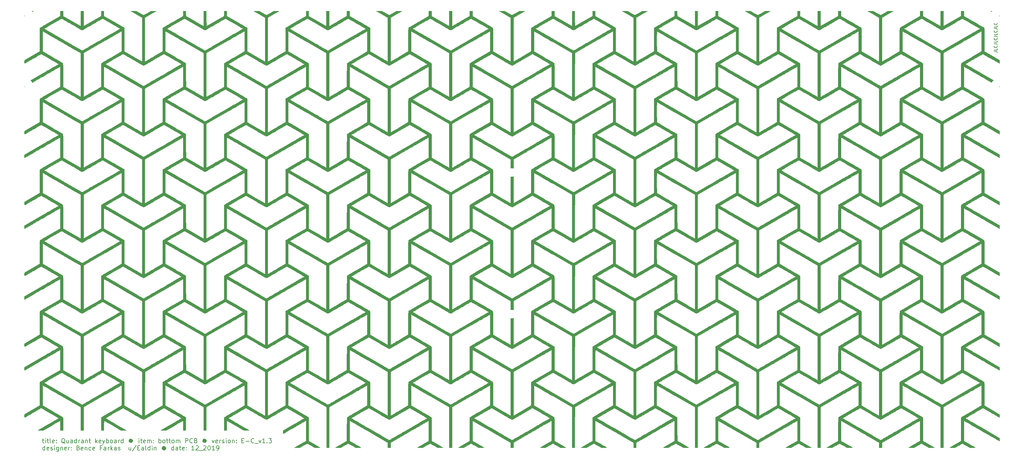
<source format=gbr>
G04 #@! TF.GenerationSoftware,KiCad,Pcbnew,(5.99.0-176-g31e38f2fd)*
G04 #@! TF.CreationDate,2019-12-28T01:19:50+01:00*
G04 #@! TF.ProjectId,5x14_ortho_keyboard_elite-c_backplate,35783134-5f6f-4727-9468-6f5f6b657962,rev?*
G04 #@! TF.SameCoordinates,Original*
G04 #@! TF.FileFunction,Legend,Top*
G04 #@! TF.FilePolarity,Positive*
%FSLAX46Y46*%
G04 Gerber Fmt 4.6, Leading zero omitted, Abs format (unit mm)*
G04 Created by KiCad (PCBNEW (5.99.0-176-g31e38f2fd)) date 2019-12-28 01:19:50*
%MOMM*%
%LPD*%
G04 APERTURE LIST*
%ADD10C,0.150000*%
%ADD11C,1.000000*%
%ADD12C,0.200000*%
%ADD13C,0.010000*%
%ADD14C,2.302000*%
G04 APERTURE END LIST*
D10*
X278736904Y-49201488D02*
X279308333Y-49201488D01*
X279422619Y-49239583D01*
X279498809Y-49315773D01*
X279536904Y-49430059D01*
X279536904Y-49506250D01*
X279536904Y-48439583D02*
X279536904Y-48820535D01*
X278736904Y-48820535D01*
X279460714Y-47715773D02*
X279498809Y-47753869D01*
X279536904Y-47868154D01*
X279536904Y-47944345D01*
X279498809Y-48058630D01*
X279422619Y-48134821D01*
X279346428Y-48172916D01*
X279194047Y-48211011D01*
X279079761Y-48211011D01*
X278927380Y-48172916D01*
X278851190Y-48134821D01*
X278775000Y-48058630D01*
X278736904Y-47944345D01*
X278736904Y-47868154D01*
X278775000Y-47753869D01*
X278813095Y-47715773D01*
X278736904Y-47144345D02*
X279308333Y-47144345D01*
X279422619Y-47182440D01*
X279498809Y-47258630D01*
X279536904Y-47372916D01*
X279536904Y-47449107D01*
X279536904Y-46382440D02*
X279536904Y-46763392D01*
X278736904Y-46763392D01*
X279460714Y-45658630D02*
X279498809Y-45696726D01*
X279536904Y-45811011D01*
X279536904Y-45887202D01*
X279498809Y-46001488D01*
X279422619Y-46077678D01*
X279346428Y-46115773D01*
X279194047Y-46153869D01*
X279079761Y-46153869D01*
X278927380Y-46115773D01*
X278851190Y-46077678D01*
X278775000Y-46001488D01*
X278736904Y-45887202D01*
X278736904Y-45811011D01*
X278775000Y-45696726D01*
X278813095Y-45658630D01*
X278736904Y-45087202D02*
X279308333Y-45087202D01*
X279422619Y-45125297D01*
X279498809Y-45201488D01*
X279536904Y-45315773D01*
X279536904Y-45391964D01*
X279536904Y-44325297D02*
X279536904Y-44706250D01*
X278736904Y-44706250D01*
X279460714Y-43601488D02*
X279498809Y-43639583D01*
X279536904Y-43753869D01*
X279536904Y-43830059D01*
X279498809Y-43944345D01*
X279422619Y-44020535D01*
X279346428Y-44058630D01*
X279194047Y-44096726D01*
X279079761Y-44096726D01*
X278927380Y-44058630D01*
X278851190Y-44020535D01*
X278775000Y-43944345D01*
X278736904Y-43830059D01*
X278736904Y-43753869D01*
X278775000Y-43639583D01*
X278813095Y-43601488D01*
X278736904Y-43030059D02*
X279308333Y-43030059D01*
X279422619Y-43068154D01*
X279498809Y-43144345D01*
X279536904Y-43258630D01*
X279536904Y-43334821D01*
X279536904Y-42268154D02*
X279536904Y-42649107D01*
X278736904Y-42649107D01*
X279460714Y-41544345D02*
X279498809Y-41582440D01*
X279536904Y-41696726D01*
X279536904Y-41772916D01*
X279498809Y-41887202D01*
X279422619Y-41963392D01*
X279346428Y-42001488D01*
X279194047Y-42039583D01*
X279079761Y-42039583D01*
X278927380Y-42001488D01*
X278851190Y-41963392D01*
X278775000Y-41887202D01*
X278736904Y-41772916D01*
X278736904Y-41696726D01*
X278775000Y-41582440D01*
X278813095Y-41544345D01*
D11*
X66725000Y-153956250D02*
G75*
G03X66725000Y-153956250I-100000J0D01*
G01*
X46925000Y-153956250D02*
G75*
G03X46925000Y-153956250I-100000J0D01*
G01*
X55825000Y-155956250D02*
G75*
G03X55825000Y-155956250I-100000J0D01*
G01*
D12*
X23069285Y-153733107D02*
X23526428Y-153733107D01*
X23240714Y-153333107D02*
X23240714Y-154361678D01*
X23297857Y-154475964D01*
X23412142Y-154533107D01*
X23526428Y-154533107D01*
X23926428Y-154533107D02*
X23926428Y-153733107D01*
X23926428Y-153333107D02*
X23869285Y-153390250D01*
X23926428Y-153447392D01*
X23983571Y-153390250D01*
X23926428Y-153333107D01*
X23926428Y-153447392D01*
X24326428Y-153733107D02*
X24783571Y-153733107D01*
X24497857Y-153333107D02*
X24497857Y-154361678D01*
X24555000Y-154475964D01*
X24669285Y-154533107D01*
X24783571Y-154533107D01*
X25355000Y-154533107D02*
X25240714Y-154475964D01*
X25183571Y-154361678D01*
X25183571Y-153333107D01*
X26269285Y-154475964D02*
X26155000Y-154533107D01*
X25926428Y-154533107D01*
X25812142Y-154475964D01*
X25755000Y-154361678D01*
X25755000Y-153904535D01*
X25812142Y-153790250D01*
X25926428Y-153733107D01*
X26155000Y-153733107D01*
X26269285Y-153790250D01*
X26326428Y-153904535D01*
X26326428Y-154018821D01*
X25755000Y-154133107D01*
X26840714Y-154418821D02*
X26897857Y-154475964D01*
X26840714Y-154533107D01*
X26783571Y-154475964D01*
X26840714Y-154418821D01*
X26840714Y-154533107D01*
X26840714Y-153790250D02*
X26897857Y-153847392D01*
X26840714Y-153904535D01*
X26783571Y-153847392D01*
X26840714Y-153790250D01*
X26840714Y-153904535D01*
X29126428Y-154647392D02*
X29012142Y-154590250D01*
X28897857Y-154475964D01*
X28726428Y-154304535D01*
X28612142Y-154247392D01*
X28497857Y-154247392D01*
X28555000Y-154533107D02*
X28440714Y-154475964D01*
X28326428Y-154361678D01*
X28269285Y-154133107D01*
X28269285Y-153733107D01*
X28326428Y-153504535D01*
X28440714Y-153390250D01*
X28555000Y-153333107D01*
X28783571Y-153333107D01*
X28897857Y-153390250D01*
X29012142Y-153504535D01*
X29069285Y-153733107D01*
X29069285Y-154133107D01*
X29012142Y-154361678D01*
X28897857Y-154475964D01*
X28783571Y-154533107D01*
X28555000Y-154533107D01*
X30097857Y-153733107D02*
X30097857Y-154533107D01*
X29583571Y-153733107D02*
X29583571Y-154361678D01*
X29640714Y-154475964D01*
X29755000Y-154533107D01*
X29926428Y-154533107D01*
X30040714Y-154475964D01*
X30097857Y-154418821D01*
X31183571Y-154533107D02*
X31183571Y-153904535D01*
X31126428Y-153790250D01*
X31012142Y-153733107D01*
X30783571Y-153733107D01*
X30669285Y-153790250D01*
X31183571Y-154475964D02*
X31069285Y-154533107D01*
X30783571Y-154533107D01*
X30669285Y-154475964D01*
X30612142Y-154361678D01*
X30612142Y-154247392D01*
X30669285Y-154133107D01*
X30783571Y-154075964D01*
X31069285Y-154075964D01*
X31183571Y-154018821D01*
X32269285Y-154533107D02*
X32269285Y-153333107D01*
X32269285Y-154475964D02*
X32155000Y-154533107D01*
X31926428Y-154533107D01*
X31812142Y-154475964D01*
X31755000Y-154418821D01*
X31697857Y-154304535D01*
X31697857Y-153961678D01*
X31755000Y-153847392D01*
X31812142Y-153790250D01*
X31926428Y-153733107D01*
X32155000Y-153733107D01*
X32269285Y-153790250D01*
X32840714Y-154533107D02*
X32840714Y-153733107D01*
X32840714Y-153961678D02*
X32897857Y-153847392D01*
X32955000Y-153790250D01*
X33069285Y-153733107D01*
X33183571Y-153733107D01*
X34097857Y-154533107D02*
X34097857Y-153904535D01*
X34040714Y-153790250D01*
X33926428Y-153733107D01*
X33697857Y-153733107D01*
X33583571Y-153790250D01*
X34097857Y-154475964D02*
X33983571Y-154533107D01*
X33697857Y-154533107D01*
X33583571Y-154475964D01*
X33526428Y-154361678D01*
X33526428Y-154247392D01*
X33583571Y-154133107D01*
X33697857Y-154075964D01*
X33983571Y-154075964D01*
X34097857Y-154018821D01*
X34669285Y-153733107D02*
X34669285Y-154533107D01*
X34669285Y-153847392D02*
X34726428Y-153790250D01*
X34840714Y-153733107D01*
X35012142Y-153733107D01*
X35126428Y-153790250D01*
X35183571Y-153904535D01*
X35183571Y-154533107D01*
X35583571Y-153733107D02*
X36040714Y-153733107D01*
X35755000Y-153333107D02*
X35755000Y-154361678D01*
X35812142Y-154475964D01*
X35926428Y-154533107D01*
X36040714Y-154533107D01*
X37355000Y-154533107D02*
X37355000Y-153333107D01*
X37469285Y-154075964D02*
X37812142Y-154533107D01*
X37812142Y-153733107D02*
X37355000Y-154190250D01*
X38783571Y-154475964D02*
X38669285Y-154533107D01*
X38440714Y-154533107D01*
X38326428Y-154475964D01*
X38269285Y-154361678D01*
X38269285Y-153904535D01*
X38326428Y-153790250D01*
X38440714Y-153733107D01*
X38669285Y-153733107D01*
X38783571Y-153790250D01*
X38840714Y-153904535D01*
X38840714Y-154018821D01*
X38269285Y-154133107D01*
X39240714Y-153733107D02*
X39526428Y-154533107D01*
X39812142Y-153733107D02*
X39526428Y-154533107D01*
X39412142Y-154818821D01*
X39355000Y-154875964D01*
X39240714Y-154933107D01*
X40269285Y-154533107D02*
X40269285Y-153333107D01*
X40269285Y-153790250D02*
X40383571Y-153733107D01*
X40612142Y-153733107D01*
X40726428Y-153790250D01*
X40783571Y-153847392D01*
X40840714Y-153961678D01*
X40840714Y-154304535D01*
X40783571Y-154418821D01*
X40726428Y-154475964D01*
X40612142Y-154533107D01*
X40383571Y-154533107D01*
X40269285Y-154475964D01*
X41526428Y-154533107D02*
X41412142Y-154475964D01*
X41355000Y-154418821D01*
X41297857Y-154304535D01*
X41297857Y-153961678D01*
X41355000Y-153847392D01*
X41412142Y-153790250D01*
X41526428Y-153733107D01*
X41697857Y-153733107D01*
X41812142Y-153790250D01*
X41869285Y-153847392D01*
X41926428Y-153961678D01*
X41926428Y-154304535D01*
X41869285Y-154418821D01*
X41812142Y-154475964D01*
X41697857Y-154533107D01*
X41526428Y-154533107D01*
X42955000Y-154533107D02*
X42955000Y-153904535D01*
X42897857Y-153790250D01*
X42783571Y-153733107D01*
X42555000Y-153733107D01*
X42440714Y-153790250D01*
X42955000Y-154475964D02*
X42840714Y-154533107D01*
X42555000Y-154533107D01*
X42440714Y-154475964D01*
X42383571Y-154361678D01*
X42383571Y-154247392D01*
X42440714Y-154133107D01*
X42555000Y-154075964D01*
X42840714Y-154075964D01*
X42955000Y-154018821D01*
X43526428Y-154533107D02*
X43526428Y-153733107D01*
X43526428Y-153961678D02*
X43583571Y-153847392D01*
X43640714Y-153790250D01*
X43755000Y-153733107D01*
X43869285Y-153733107D01*
X44783571Y-154533107D02*
X44783571Y-153333107D01*
X44783571Y-154475964D02*
X44669285Y-154533107D01*
X44440714Y-154533107D01*
X44326428Y-154475964D01*
X44269285Y-154418821D01*
X44212142Y-154304535D01*
X44212142Y-153961678D01*
X44269285Y-153847392D01*
X44326428Y-153790250D01*
X44440714Y-153733107D01*
X44669285Y-153733107D01*
X44783571Y-153790250D01*
X49012142Y-154533107D02*
X49012142Y-153733107D01*
X49012142Y-153333107D02*
X48955000Y-153390250D01*
X49012142Y-153447392D01*
X49069285Y-153390250D01*
X49012142Y-153333107D01*
X49012142Y-153447392D01*
X49412142Y-153733107D02*
X49869285Y-153733107D01*
X49583571Y-153333107D02*
X49583571Y-154361678D01*
X49640714Y-154475964D01*
X49755000Y-154533107D01*
X49869285Y-154533107D01*
X50726428Y-154475964D02*
X50612142Y-154533107D01*
X50383571Y-154533107D01*
X50269285Y-154475964D01*
X50212142Y-154361678D01*
X50212142Y-153904535D01*
X50269285Y-153790250D01*
X50383571Y-153733107D01*
X50612142Y-153733107D01*
X50726428Y-153790250D01*
X50783571Y-153904535D01*
X50783571Y-154018821D01*
X50212142Y-154133107D01*
X51297857Y-154533107D02*
X51297857Y-153733107D01*
X51297857Y-153847392D02*
X51355000Y-153790250D01*
X51469285Y-153733107D01*
X51640714Y-153733107D01*
X51755000Y-153790250D01*
X51812142Y-153904535D01*
X51812142Y-154533107D01*
X51812142Y-153904535D02*
X51869285Y-153790250D01*
X51983571Y-153733107D01*
X52155000Y-153733107D01*
X52269285Y-153790250D01*
X52326428Y-153904535D01*
X52326428Y-154533107D01*
X52897857Y-154418821D02*
X52955000Y-154475964D01*
X52897857Y-154533107D01*
X52840714Y-154475964D01*
X52897857Y-154418821D01*
X52897857Y-154533107D01*
X52897857Y-153790250D02*
X52955000Y-153847392D01*
X52897857Y-153904535D01*
X52840714Y-153847392D01*
X52897857Y-153790250D01*
X52897857Y-153904535D01*
X54383571Y-154533107D02*
X54383571Y-153333107D01*
X54383571Y-153790250D02*
X54497857Y-153733107D01*
X54726428Y-153733107D01*
X54840714Y-153790250D01*
X54897857Y-153847392D01*
X54955000Y-153961678D01*
X54955000Y-154304535D01*
X54897857Y-154418821D01*
X54840714Y-154475964D01*
X54726428Y-154533107D01*
X54497857Y-154533107D01*
X54383571Y-154475964D01*
X55640714Y-154533107D02*
X55526428Y-154475964D01*
X55469285Y-154418821D01*
X55412142Y-154304535D01*
X55412142Y-153961678D01*
X55469285Y-153847392D01*
X55526428Y-153790250D01*
X55640714Y-153733107D01*
X55812142Y-153733107D01*
X55926428Y-153790250D01*
X55983571Y-153847392D01*
X56040714Y-153961678D01*
X56040714Y-154304535D01*
X55983571Y-154418821D01*
X55926428Y-154475964D01*
X55812142Y-154533107D01*
X55640714Y-154533107D01*
X56383571Y-153733107D02*
X56840714Y-153733107D01*
X56555000Y-153333107D02*
X56555000Y-154361678D01*
X56612142Y-154475964D01*
X56726428Y-154533107D01*
X56840714Y-154533107D01*
X57069285Y-153733107D02*
X57526428Y-153733107D01*
X57240714Y-153333107D02*
X57240714Y-154361678D01*
X57297857Y-154475964D01*
X57412142Y-154533107D01*
X57526428Y-154533107D01*
X58097857Y-154533107D02*
X57983571Y-154475964D01*
X57926428Y-154418821D01*
X57869285Y-154304535D01*
X57869285Y-153961678D01*
X57926428Y-153847392D01*
X57983571Y-153790250D01*
X58097857Y-153733107D01*
X58269285Y-153733107D01*
X58383571Y-153790250D01*
X58440714Y-153847392D01*
X58497857Y-153961678D01*
X58497857Y-154304535D01*
X58440714Y-154418821D01*
X58383571Y-154475964D01*
X58269285Y-154533107D01*
X58097857Y-154533107D01*
X59012142Y-154533107D02*
X59012142Y-153733107D01*
X59012142Y-153847392D02*
X59069285Y-153790250D01*
X59183571Y-153733107D01*
X59354999Y-153733107D01*
X59469285Y-153790250D01*
X59526428Y-153904535D01*
X59526428Y-154533107D01*
X59526428Y-153904535D02*
X59583571Y-153790250D01*
X59697857Y-153733107D01*
X59869285Y-153733107D01*
X59983571Y-153790250D01*
X60040714Y-153904535D01*
X60040714Y-154533107D01*
X61526428Y-154533107D02*
X61526428Y-153333107D01*
X61983571Y-153333107D01*
X62097857Y-153390250D01*
X62155000Y-153447392D01*
X62212142Y-153561678D01*
X62212142Y-153733107D01*
X62155000Y-153847392D01*
X62097857Y-153904535D01*
X61983571Y-153961678D01*
X61526428Y-153961678D01*
X63412142Y-154418821D02*
X63355000Y-154475964D01*
X63183571Y-154533107D01*
X63069285Y-154533107D01*
X62897857Y-154475964D01*
X62783571Y-154361678D01*
X62726428Y-154247392D01*
X62669285Y-154018821D01*
X62669285Y-153847392D01*
X62726428Y-153618821D01*
X62783571Y-153504535D01*
X62897857Y-153390250D01*
X63069285Y-153333107D01*
X63183571Y-153333107D01*
X63355000Y-153390250D01*
X63412142Y-153447392D01*
X64326428Y-153904535D02*
X64497857Y-153961678D01*
X64555000Y-154018821D01*
X64612142Y-154133107D01*
X64612142Y-154304535D01*
X64555000Y-154418821D01*
X64497857Y-154475964D01*
X64383571Y-154533107D01*
X63926428Y-154533107D01*
X63926428Y-153333107D01*
X64326428Y-153333107D01*
X64440714Y-153390250D01*
X64497857Y-153447392D01*
X64555000Y-153561678D01*
X64555000Y-153675964D01*
X64497857Y-153790250D01*
X64440714Y-153847392D01*
X64326428Y-153904535D01*
X63926428Y-153904535D01*
X68669285Y-153733107D02*
X68955000Y-154533107D01*
X69240714Y-153733107D01*
X70155000Y-154475964D02*
X70040714Y-154533107D01*
X69812142Y-154533107D01*
X69697857Y-154475964D01*
X69640714Y-154361678D01*
X69640714Y-153904535D01*
X69697857Y-153790250D01*
X69812142Y-153733107D01*
X70040714Y-153733107D01*
X70155000Y-153790250D01*
X70212142Y-153904535D01*
X70212142Y-154018821D01*
X69640714Y-154133107D01*
X70726428Y-154533107D02*
X70726428Y-153733107D01*
X70726428Y-153961678D02*
X70783571Y-153847392D01*
X70840714Y-153790250D01*
X70955000Y-153733107D01*
X71069285Y-153733107D01*
X71412142Y-154475964D02*
X71526428Y-154533107D01*
X71755000Y-154533107D01*
X71869285Y-154475964D01*
X71926428Y-154361678D01*
X71926428Y-154304535D01*
X71869285Y-154190250D01*
X71755000Y-154133107D01*
X71583571Y-154133107D01*
X71469285Y-154075964D01*
X71412142Y-153961678D01*
X71412142Y-153904535D01*
X71469285Y-153790250D01*
X71583571Y-153733107D01*
X71755000Y-153733107D01*
X71869285Y-153790250D01*
X72440714Y-154533107D02*
X72440714Y-153733107D01*
X72440714Y-153333107D02*
X72383571Y-153390250D01*
X72440714Y-153447392D01*
X72497857Y-153390250D01*
X72440714Y-153333107D01*
X72440714Y-153447392D01*
X73183571Y-154533107D02*
X73069285Y-154475964D01*
X73012142Y-154418821D01*
X72955000Y-154304535D01*
X72955000Y-153961678D01*
X73012142Y-153847392D01*
X73069285Y-153790250D01*
X73183571Y-153733107D01*
X73355000Y-153733107D01*
X73469285Y-153790250D01*
X73526428Y-153847392D01*
X73583571Y-153961678D01*
X73583571Y-154304535D01*
X73526428Y-154418821D01*
X73469285Y-154475964D01*
X73355000Y-154533107D01*
X73183571Y-154533107D01*
X74097857Y-153733107D02*
X74097857Y-154533107D01*
X74097857Y-153847392D02*
X74155000Y-153790250D01*
X74269285Y-153733107D01*
X74440714Y-153733107D01*
X74555000Y-153790250D01*
X74612142Y-153904535D01*
X74612142Y-154533107D01*
X75183571Y-154418821D02*
X75240714Y-154475964D01*
X75183571Y-154533107D01*
X75126428Y-154475964D01*
X75183571Y-154418821D01*
X75183571Y-154533107D01*
X75183571Y-153790250D02*
X75240714Y-153847392D01*
X75183571Y-153904535D01*
X75126428Y-153847392D01*
X75183571Y-153790250D01*
X75183571Y-153904535D01*
X76669285Y-153904535D02*
X77069285Y-153904535D01*
X77240714Y-154533107D02*
X76669285Y-154533107D01*
X76669285Y-153333107D01*
X77240714Y-153333107D01*
X77755000Y-154075964D02*
X78669285Y-154075964D01*
X79926428Y-154418821D02*
X79869285Y-154475964D01*
X79697857Y-154533107D01*
X79583571Y-154533107D01*
X79412142Y-154475964D01*
X79297857Y-154361678D01*
X79240714Y-154247392D01*
X79183571Y-154018821D01*
X79183571Y-153847392D01*
X79240714Y-153618821D01*
X79297857Y-153504535D01*
X79412142Y-153390250D01*
X79583571Y-153333107D01*
X79697857Y-153333107D01*
X79869285Y-153390250D01*
X79926428Y-153447392D01*
X80155000Y-154647392D02*
X81069285Y-154647392D01*
X81240714Y-153733107D02*
X81526428Y-154533107D01*
X81812142Y-153733107D01*
X82897857Y-154533107D02*
X82212142Y-154533107D01*
X82555000Y-154533107D02*
X82555000Y-153333107D01*
X82440714Y-153504535D01*
X82326428Y-153618821D01*
X82212142Y-153675964D01*
X83412142Y-154418821D02*
X83469285Y-154475964D01*
X83412142Y-154533107D01*
X83355000Y-154475964D01*
X83412142Y-154418821D01*
X83412142Y-154533107D01*
X83869285Y-153333107D02*
X84612142Y-153333107D01*
X84212142Y-153790250D01*
X84383571Y-153790250D01*
X84497857Y-153847392D01*
X84555000Y-153904535D01*
X84612142Y-154018821D01*
X84612142Y-154304535D01*
X84555000Y-154418821D01*
X84497857Y-154475964D01*
X84383571Y-154533107D01*
X84040714Y-154533107D01*
X83926428Y-154475964D01*
X83869285Y-154418821D01*
X23755000Y-156465107D02*
X23755000Y-155265107D01*
X23755000Y-156407964D02*
X23640714Y-156465107D01*
X23412142Y-156465107D01*
X23297857Y-156407964D01*
X23240714Y-156350821D01*
X23183571Y-156236535D01*
X23183571Y-155893678D01*
X23240714Y-155779392D01*
X23297857Y-155722250D01*
X23412142Y-155665107D01*
X23640714Y-155665107D01*
X23755000Y-155722250D01*
X24783571Y-156407964D02*
X24669285Y-156465107D01*
X24440714Y-156465107D01*
X24326428Y-156407964D01*
X24269285Y-156293678D01*
X24269285Y-155836535D01*
X24326428Y-155722250D01*
X24440714Y-155665107D01*
X24669285Y-155665107D01*
X24783571Y-155722250D01*
X24840714Y-155836535D01*
X24840714Y-155950821D01*
X24269285Y-156065107D01*
X25297857Y-156407964D02*
X25412142Y-156465107D01*
X25640714Y-156465107D01*
X25755000Y-156407964D01*
X25812142Y-156293678D01*
X25812142Y-156236535D01*
X25755000Y-156122250D01*
X25640714Y-156065107D01*
X25469285Y-156065107D01*
X25355000Y-156007964D01*
X25297857Y-155893678D01*
X25297857Y-155836535D01*
X25355000Y-155722250D01*
X25469285Y-155665107D01*
X25640714Y-155665107D01*
X25755000Y-155722250D01*
X26326428Y-156465107D02*
X26326428Y-155665107D01*
X26326428Y-155265107D02*
X26269285Y-155322250D01*
X26326428Y-155379392D01*
X26383571Y-155322250D01*
X26326428Y-155265107D01*
X26326428Y-155379392D01*
X27412142Y-155665107D02*
X27412142Y-156636535D01*
X27355000Y-156750821D01*
X27297857Y-156807964D01*
X27183571Y-156865107D01*
X27012142Y-156865107D01*
X26897857Y-156807964D01*
X27412142Y-156407964D02*
X27297857Y-156465107D01*
X27069285Y-156465107D01*
X26955000Y-156407964D01*
X26897857Y-156350821D01*
X26840714Y-156236535D01*
X26840714Y-155893678D01*
X26897857Y-155779392D01*
X26955000Y-155722250D01*
X27069285Y-155665107D01*
X27297857Y-155665107D01*
X27412142Y-155722250D01*
X27983571Y-155665107D02*
X27983571Y-156465107D01*
X27983571Y-155779392D02*
X28040714Y-155722250D01*
X28155000Y-155665107D01*
X28326428Y-155665107D01*
X28440714Y-155722250D01*
X28497857Y-155836535D01*
X28497857Y-156465107D01*
X29526428Y-156407964D02*
X29412142Y-156465107D01*
X29183571Y-156465107D01*
X29069285Y-156407964D01*
X29012142Y-156293678D01*
X29012142Y-155836535D01*
X29069285Y-155722250D01*
X29183571Y-155665107D01*
X29412142Y-155665107D01*
X29526428Y-155722250D01*
X29583571Y-155836535D01*
X29583571Y-155950821D01*
X29012142Y-156065107D01*
X30097857Y-156465107D02*
X30097857Y-155665107D01*
X30097857Y-155893678D02*
X30155000Y-155779392D01*
X30212142Y-155722250D01*
X30326428Y-155665107D01*
X30440714Y-155665107D01*
X30840714Y-156350821D02*
X30897857Y-156407964D01*
X30840714Y-156465107D01*
X30783571Y-156407964D01*
X30840714Y-156350821D01*
X30840714Y-156465107D01*
X30840714Y-155722250D02*
X30897857Y-155779392D01*
X30840714Y-155836535D01*
X30783571Y-155779392D01*
X30840714Y-155722250D01*
X30840714Y-155836535D01*
X32726428Y-155836535D02*
X32897857Y-155893678D01*
X32955000Y-155950821D01*
X33012142Y-156065107D01*
X33012142Y-156236535D01*
X32955000Y-156350821D01*
X32897857Y-156407964D01*
X32783571Y-156465107D01*
X32326428Y-156465107D01*
X32326428Y-155265107D01*
X32726428Y-155265107D01*
X32840714Y-155322250D01*
X32897857Y-155379392D01*
X32955000Y-155493678D01*
X32955000Y-155607964D01*
X32897857Y-155722250D01*
X32840714Y-155779392D01*
X32726428Y-155836535D01*
X32326428Y-155836535D01*
X33983571Y-156407964D02*
X33869285Y-156465107D01*
X33640714Y-156465107D01*
X33526428Y-156407964D01*
X33469285Y-156293678D01*
X33469285Y-155836535D01*
X33526428Y-155722250D01*
X33640714Y-155665107D01*
X33869285Y-155665107D01*
X33983571Y-155722250D01*
X34040714Y-155836535D01*
X34040714Y-155950821D01*
X33469285Y-156065107D01*
X34555000Y-155665107D02*
X34555000Y-156465107D01*
X34555000Y-155779392D02*
X34612142Y-155722250D01*
X34726428Y-155665107D01*
X34897857Y-155665107D01*
X35012142Y-155722250D01*
X35069285Y-155836535D01*
X35069285Y-156465107D01*
X36155000Y-156407964D02*
X36040714Y-156465107D01*
X35812142Y-156465107D01*
X35697857Y-156407964D01*
X35640714Y-156350821D01*
X35583571Y-156236535D01*
X35583571Y-155893678D01*
X35640714Y-155779392D01*
X35697857Y-155722250D01*
X35812142Y-155665107D01*
X36040714Y-155665107D01*
X36155000Y-155722250D01*
X37126428Y-156407964D02*
X37012142Y-156465107D01*
X36783571Y-156465107D01*
X36669285Y-156407964D01*
X36612142Y-156293678D01*
X36612142Y-155836535D01*
X36669285Y-155722250D01*
X36783571Y-155665107D01*
X37012142Y-155665107D01*
X37126428Y-155722250D01*
X37183571Y-155836535D01*
X37183571Y-155950821D01*
X36612142Y-156065107D01*
X39012142Y-155836535D02*
X38612142Y-155836535D01*
X38612142Y-156465107D02*
X38612142Y-155265107D01*
X39183571Y-155265107D01*
X40155000Y-156465107D02*
X40155000Y-155836535D01*
X40097857Y-155722250D01*
X39983571Y-155665107D01*
X39755000Y-155665107D01*
X39640714Y-155722250D01*
X40155000Y-156407964D02*
X40040714Y-156465107D01*
X39755000Y-156465107D01*
X39640714Y-156407964D01*
X39583571Y-156293678D01*
X39583571Y-156179392D01*
X39640714Y-156065107D01*
X39755000Y-156007964D01*
X40040714Y-156007964D01*
X40155000Y-155950821D01*
X40726428Y-156465107D02*
X40726428Y-155665107D01*
X40726428Y-155893678D02*
X40783571Y-155779392D01*
X40840714Y-155722250D01*
X40955000Y-155665107D01*
X41069285Y-155665107D01*
X41469285Y-156465107D02*
X41469285Y-155265107D01*
X41583571Y-156007964D02*
X41926428Y-156465107D01*
X41926428Y-155665107D02*
X41469285Y-156122250D01*
X42955000Y-156465107D02*
X42955000Y-155836535D01*
X42897857Y-155722250D01*
X42783571Y-155665107D01*
X42555000Y-155665107D01*
X42440714Y-155722250D01*
X42955000Y-156407964D02*
X42840714Y-156465107D01*
X42555000Y-156465107D01*
X42440714Y-156407964D01*
X42383571Y-156293678D01*
X42383571Y-156179392D01*
X42440714Y-156065107D01*
X42555000Y-156007964D01*
X42840714Y-156007964D01*
X42955000Y-155950821D01*
X43469285Y-156407964D02*
X43583571Y-156465107D01*
X43812142Y-156465107D01*
X43926428Y-156407964D01*
X43983571Y-156293678D01*
X43983571Y-156236535D01*
X43926428Y-156122250D01*
X43812142Y-156065107D01*
X43640714Y-156065107D01*
X43526428Y-156007964D01*
X43469285Y-155893678D01*
X43469285Y-155836535D01*
X43526428Y-155722250D01*
X43640714Y-155665107D01*
X43812142Y-155665107D01*
X43926428Y-155722250D01*
X46840714Y-155665107D02*
X46840714Y-156465107D01*
X46326428Y-155665107D02*
X46326428Y-156293678D01*
X46383571Y-156407964D01*
X46497857Y-156465107D01*
X46669285Y-156465107D01*
X46783571Y-156407964D01*
X46840714Y-156350821D01*
X48269285Y-155207964D02*
X47240714Y-156750821D01*
X48669285Y-155836535D02*
X49069285Y-155836535D01*
X49240714Y-156465107D02*
X48669285Y-156465107D01*
X48669285Y-155265107D01*
X49240714Y-155265107D01*
X50269285Y-156465107D02*
X50269285Y-155836535D01*
X50212142Y-155722250D01*
X50097857Y-155665107D01*
X49869285Y-155665107D01*
X49755000Y-155722250D01*
X50269285Y-156407964D02*
X50155000Y-156465107D01*
X49869285Y-156465107D01*
X49755000Y-156407964D01*
X49697857Y-156293678D01*
X49697857Y-156179392D01*
X49755000Y-156065107D01*
X49869285Y-156007964D01*
X50155000Y-156007964D01*
X50269285Y-155950821D01*
X51012142Y-156465107D02*
X50897857Y-156407964D01*
X50840714Y-156293678D01*
X50840714Y-155265107D01*
X51983571Y-156465107D02*
X51983571Y-155265107D01*
X51983571Y-156407964D02*
X51869285Y-156465107D01*
X51640714Y-156465107D01*
X51526428Y-156407964D01*
X51469285Y-156350821D01*
X51412142Y-156236535D01*
X51412142Y-155893678D01*
X51469285Y-155779392D01*
X51526428Y-155722250D01*
X51640714Y-155665107D01*
X51869285Y-155665107D01*
X51983571Y-155722250D01*
X52555000Y-156465107D02*
X52555000Y-155665107D01*
X52555000Y-155265107D02*
X52497857Y-155322250D01*
X52555000Y-155379392D01*
X52612142Y-155322250D01*
X52555000Y-155265107D01*
X52555000Y-155379392D01*
X53126428Y-155665107D02*
X53126428Y-156465107D01*
X53126428Y-155779392D02*
X53183571Y-155722250D01*
X53297857Y-155665107D01*
X53469285Y-155665107D01*
X53583571Y-155722250D01*
X53640714Y-155836535D01*
X53640714Y-156465107D01*
X58383571Y-156465107D02*
X58383571Y-155265107D01*
X58383571Y-156407964D02*
X58269285Y-156465107D01*
X58040714Y-156465107D01*
X57926428Y-156407964D01*
X57869285Y-156350821D01*
X57812142Y-156236535D01*
X57812142Y-155893678D01*
X57869285Y-155779392D01*
X57926428Y-155722250D01*
X58040714Y-155665107D01*
X58269285Y-155665107D01*
X58383571Y-155722250D01*
X59469285Y-156465107D02*
X59469285Y-155836535D01*
X59412142Y-155722250D01*
X59297857Y-155665107D01*
X59069285Y-155665107D01*
X58955000Y-155722250D01*
X59469285Y-156407964D02*
X59355000Y-156465107D01*
X59069285Y-156465107D01*
X58955000Y-156407964D01*
X58897857Y-156293678D01*
X58897857Y-156179392D01*
X58955000Y-156065107D01*
X59069285Y-156007964D01*
X59355000Y-156007964D01*
X59469285Y-155950821D01*
X59869285Y-155665107D02*
X60326428Y-155665107D01*
X60040714Y-155265107D02*
X60040714Y-156293678D01*
X60097857Y-156407964D01*
X60212142Y-156465107D01*
X60326428Y-156465107D01*
X61183571Y-156407964D02*
X61069285Y-156465107D01*
X60840714Y-156465107D01*
X60726428Y-156407964D01*
X60669285Y-156293678D01*
X60669285Y-155836535D01*
X60726428Y-155722250D01*
X60840714Y-155665107D01*
X61069285Y-155665107D01*
X61183571Y-155722250D01*
X61240714Y-155836535D01*
X61240714Y-155950821D01*
X60669285Y-156065107D01*
X61754999Y-156350821D02*
X61812142Y-156407964D01*
X61754999Y-156465107D01*
X61697857Y-156407964D01*
X61754999Y-156350821D01*
X61754999Y-156465107D01*
X61754999Y-155722250D02*
X61812142Y-155779392D01*
X61754999Y-155836535D01*
X61697857Y-155779392D01*
X61754999Y-155722250D01*
X61754999Y-155836535D01*
X63869285Y-156465107D02*
X63183571Y-156465107D01*
X63526428Y-156465107D02*
X63526428Y-155265107D01*
X63412142Y-155436535D01*
X63297857Y-155550821D01*
X63183571Y-155607964D01*
X64326428Y-155379392D02*
X64383571Y-155322250D01*
X64497857Y-155265107D01*
X64783571Y-155265107D01*
X64897857Y-155322250D01*
X64955000Y-155379392D01*
X65012142Y-155493678D01*
X65012142Y-155607964D01*
X64955000Y-155779392D01*
X64269285Y-156465107D01*
X65012142Y-156465107D01*
X65240714Y-156579392D02*
X66155000Y-156579392D01*
X66383571Y-155379392D02*
X66440714Y-155322250D01*
X66555000Y-155265107D01*
X66840714Y-155265107D01*
X66955000Y-155322250D01*
X67012142Y-155379392D01*
X67069285Y-155493678D01*
X67069285Y-155607964D01*
X67012142Y-155779392D01*
X66326428Y-156465107D01*
X67069285Y-156465107D01*
X67812142Y-155265107D02*
X67926428Y-155265107D01*
X68040714Y-155322250D01*
X68097857Y-155379392D01*
X68155000Y-155493678D01*
X68212142Y-155722250D01*
X68212142Y-156007964D01*
X68155000Y-156236535D01*
X68097857Y-156350821D01*
X68040714Y-156407964D01*
X67926428Y-156465107D01*
X67812142Y-156465107D01*
X67697857Y-156407964D01*
X67640714Y-156350821D01*
X67583571Y-156236535D01*
X67526428Y-156007964D01*
X67526428Y-155722250D01*
X67583571Y-155493678D01*
X67640714Y-155379392D01*
X67697857Y-155322250D01*
X67812142Y-155265107D01*
X69355000Y-156465107D02*
X68669285Y-156465107D01*
X69012142Y-156465107D02*
X69012142Y-155265107D01*
X68897857Y-155436535D01*
X68783571Y-155550821D01*
X68669285Y-155607964D01*
X69926428Y-156465107D02*
X70155000Y-156465107D01*
X70269285Y-156407964D01*
X70326428Y-156350821D01*
X70440714Y-156179392D01*
X70497857Y-155950821D01*
X70497857Y-155493678D01*
X70440714Y-155379392D01*
X70383571Y-155322250D01*
X70269285Y-155265107D01*
X70040714Y-155265107D01*
X69926428Y-155322250D01*
X69869285Y-155379392D01*
X69812142Y-155493678D01*
X69812142Y-155779392D01*
X69869285Y-155893678D01*
X69926428Y-155950821D01*
X70040714Y-156007964D01*
X70269285Y-156007964D01*
X70383571Y-155950821D01*
X70440714Y-155893678D01*
X70497857Y-155779392D01*
D13*
G36*
X279723066Y-38623585D02*
G01*
X280204333Y-38901420D01*
X280204333Y-39311501D01*
X280203516Y-39438028D01*
X280201241Y-39548709D01*
X280197769Y-39637109D01*
X280193361Y-39696787D01*
X280188280Y-39721308D01*
X280187668Y-39721583D01*
X280166901Y-39711280D01*
X280112620Y-39681557D01*
X280027955Y-39634193D01*
X279916035Y-39570969D01*
X279779989Y-39493662D01*
X279622947Y-39404053D01*
X279448039Y-39303920D01*
X279258393Y-39195044D01*
X279057138Y-39079203D01*
X279001936Y-39047378D01*
X278798090Y-38929731D01*
X278605112Y-38818184D01*
X278426128Y-38714555D01*
X278264260Y-38620661D01*
X278122636Y-38538320D01*
X278004379Y-38469349D01*
X277912614Y-38415566D01*
X277850467Y-38378787D01*
X277821061Y-38360831D01*
X277819156Y-38359462D01*
X277836196Y-38356231D01*
X277890828Y-38353271D01*
X277978309Y-38350674D01*
X278093897Y-38348533D01*
X278232851Y-38346941D01*
X278390428Y-38345988D01*
X278523622Y-38345750D01*
X279241800Y-38345750D01*
X279723066Y-38623585D01*
X279723066Y-38623585D01*
G37*
X279723066Y-38623585D02*
X280204333Y-38901420D01*
X280204333Y-39311501D01*
X280203516Y-39438028D01*
X280201241Y-39548709D01*
X280197769Y-39637109D01*
X280193361Y-39696787D01*
X280188280Y-39721308D01*
X280187668Y-39721583D01*
X280166901Y-39711280D01*
X280112620Y-39681557D01*
X280027955Y-39634193D01*
X279916035Y-39570969D01*
X279779989Y-39493662D01*
X279622947Y-39404053D01*
X279448039Y-39303920D01*
X279258393Y-39195044D01*
X279057138Y-39079203D01*
X279001936Y-39047378D01*
X278798090Y-38929731D01*
X278605112Y-38818184D01*
X278426128Y-38714555D01*
X278264260Y-38620661D01*
X278122636Y-38538320D01*
X278004379Y-38469349D01*
X277912614Y-38415566D01*
X277850467Y-38378787D01*
X277821061Y-38360831D01*
X277819156Y-38359462D01*
X277836196Y-38356231D01*
X277890828Y-38353271D01*
X277978309Y-38350674D01*
X278093897Y-38348533D01*
X278232851Y-38346941D01*
X278390428Y-38345988D01*
X278523622Y-38345750D01*
X279241800Y-38345750D01*
X279723066Y-38623585D01*
G36*
X19926671Y-38350754D02*
G01*
X20643905Y-38356333D01*
X19481827Y-39027027D01*
X19277910Y-39144606D01*
X19084218Y-39256072D01*
X18903963Y-39359591D01*
X18740361Y-39453326D01*
X18596625Y-39535442D01*
X18475968Y-39604105D01*
X18381605Y-39657478D01*
X18316749Y-39693726D01*
X18284613Y-39711014D01*
X18282252Y-39712092D01*
X18269450Y-39714641D01*
X18260074Y-39707549D01*
X18253710Y-39685552D01*
X18249941Y-39643387D01*
X18248351Y-39575791D01*
X18248526Y-39477501D01*
X18250050Y-39343254D01*
X18250502Y-39310022D01*
X18256250Y-38893582D01*
X18732843Y-38619378D01*
X19209437Y-38345174D01*
X19926671Y-38350754D01*
X19926671Y-38350754D01*
G37*
X19926671Y-38350754D02*
X20643905Y-38356333D01*
X19481827Y-39027027D01*
X19277910Y-39144606D01*
X19084218Y-39256072D01*
X18903963Y-39359591D01*
X18740361Y-39453326D01*
X18596625Y-39535442D01*
X18475968Y-39604105D01*
X18381605Y-39657478D01*
X18316749Y-39693726D01*
X18284613Y-39711014D01*
X18282252Y-39712092D01*
X18269450Y-39714641D01*
X18260074Y-39707549D01*
X18253710Y-39685552D01*
X18249941Y-39643387D01*
X18248351Y-39575791D01*
X18248526Y-39477501D01*
X18250050Y-39343254D01*
X18250502Y-39310022D01*
X18256250Y-38893582D01*
X18732843Y-38619378D01*
X19209437Y-38345174D01*
X19926671Y-38350754D01*
G36*
X55371970Y-45678717D02*
G01*
X55371931Y-45288854D01*
X55371958Y-44937252D01*
X55372125Y-44621874D01*
X55372505Y-44340683D01*
X55373175Y-44091644D01*
X55374208Y-43872719D01*
X55375679Y-43681872D01*
X55377663Y-43517068D01*
X55380233Y-43376268D01*
X55383464Y-43257438D01*
X55387432Y-43158541D01*
X55391333Y-43092396D01*
X56490679Y-43092396D01*
X56510434Y-43104500D01*
X56565377Y-43136908D01*
X56654031Y-43188763D01*
X56774917Y-43259210D01*
X56926557Y-43347391D01*
X57107473Y-43452453D01*
X57316187Y-43573538D01*
X57551222Y-43709791D01*
X57811099Y-43860356D01*
X58094340Y-44024378D01*
X58399468Y-44201000D01*
X58725003Y-44389366D01*
X59069469Y-44588622D01*
X59431386Y-44797911D01*
X59809278Y-45016376D01*
X60201666Y-45243164D01*
X60607072Y-45477416D01*
X61024018Y-45718279D01*
X61451027Y-45964895D01*
X61618033Y-46061333D01*
X62133185Y-46358769D01*
X62612949Y-46635714D01*
X63058582Y-46892879D01*
X63471336Y-47130978D01*
X63852467Y-47350721D01*
X64203229Y-47552819D01*
X64524875Y-47737986D01*
X64818662Y-47906932D01*
X65085842Y-48060368D01*
X65327671Y-48199008D01*
X65545402Y-48323562D01*
X65740290Y-48434742D01*
X65913589Y-48533260D01*
X66066555Y-48619828D01*
X66200440Y-48695157D01*
X66316500Y-48759959D01*
X66415989Y-48814945D01*
X66500161Y-48860828D01*
X66570270Y-48898319D01*
X66627571Y-48928129D01*
X66673319Y-48950971D01*
X66708767Y-48967556D01*
X66735171Y-48978596D01*
X66753783Y-48984803D01*
X66765860Y-48986888D01*
X66772323Y-48985752D01*
X66794381Y-48973188D01*
X66851613Y-48940327D01*
X66942527Y-48888028D01*
X67065630Y-48817152D01*
X67219430Y-48728560D01*
X67402434Y-48623112D01*
X67613151Y-48501669D01*
X67850087Y-48365090D01*
X68111750Y-48214238D01*
X68396648Y-48049971D01*
X68703289Y-47873151D01*
X69030179Y-47684639D01*
X69375827Y-47485294D01*
X69738741Y-47275977D01*
X70117427Y-47057549D01*
X70510393Y-46830870D01*
X70916148Y-46596801D01*
X71333197Y-46356202D01*
X71760050Y-46109934D01*
X71899895Y-46029250D01*
X72329026Y-45781591D01*
X72748504Y-45539378D01*
X73156854Y-45303465D01*
X73552604Y-45074707D01*
X73934280Y-44853960D01*
X74300408Y-44642079D01*
X74649515Y-44439921D01*
X74980127Y-44248339D01*
X75290771Y-44068191D01*
X75579972Y-43900330D01*
X75846258Y-43745613D01*
X76088155Y-43604895D01*
X76304189Y-43479032D01*
X76492887Y-43368878D01*
X76652775Y-43275290D01*
X76782379Y-43199123D01*
X76880226Y-43141232D01*
X76944843Y-43102472D01*
X76974756Y-43083700D01*
X76976758Y-43082021D01*
X76957994Y-43068694D01*
X76905114Y-43035903D01*
X76820767Y-42985175D01*
X76707601Y-42918035D01*
X76568265Y-42836009D01*
X76405407Y-42740621D01*
X76221676Y-42633398D01*
X76019719Y-42515866D01*
X75802186Y-42389549D01*
X75571724Y-42255974D01*
X75330982Y-42116667D01*
X75082608Y-41973151D01*
X74829251Y-41826954D01*
X74573559Y-41679602D01*
X74318181Y-41532618D01*
X74065764Y-41387530D01*
X73818958Y-41245862D01*
X73580410Y-41109140D01*
X73352770Y-40978891D01*
X73138684Y-40856639D01*
X72940803Y-40743910D01*
X72761773Y-40642229D01*
X72604244Y-40553123D01*
X72470864Y-40478116D01*
X72364281Y-40418736D01*
X72287144Y-40376506D01*
X72242100Y-40352952D01*
X72231250Y-40348379D01*
X72208248Y-40358706D01*
X72150723Y-40389081D01*
X72060770Y-40438311D01*
X71940486Y-40505206D01*
X71791965Y-40588575D01*
X71617306Y-40687226D01*
X71418603Y-40799969D01*
X71197953Y-40925611D01*
X70957451Y-41062961D01*
X70699195Y-41210829D01*
X70425280Y-41368023D01*
X70137803Y-41533352D01*
X69838859Y-41705624D01*
X69574833Y-41858054D01*
X69266796Y-42035973D01*
X68967909Y-42208469D01*
X68680313Y-42374313D01*
X68406152Y-42532274D01*
X68147568Y-42681123D01*
X67906705Y-42819630D01*
X67685706Y-42946563D01*
X67486713Y-43060694D01*
X67311869Y-43160792D01*
X67163318Y-43245626D01*
X67043202Y-43313968D01*
X66953664Y-43364586D01*
X66896846Y-43396250D01*
X66876083Y-43407252D01*
X66768385Y-43441045D01*
X66666198Y-43437153D01*
X66579750Y-43407176D01*
X66551671Y-43392149D01*
X66489093Y-43357158D01*
X66394160Y-43303435D01*
X66269019Y-43232212D01*
X66115814Y-43144719D01*
X65936693Y-43042186D01*
X65733799Y-42925847D01*
X65509280Y-42796930D01*
X65265280Y-42656668D01*
X65003946Y-42506292D01*
X64727423Y-42347032D01*
X64437858Y-42180120D01*
X64137394Y-42006787D01*
X63886211Y-41861779D01*
X63579530Y-41684715D01*
X63282683Y-41513406D01*
X62997760Y-41349055D01*
X62726846Y-41192862D01*
X62472031Y-41046028D01*
X62235402Y-40909754D01*
X62019046Y-40785241D01*
X61825050Y-40673691D01*
X61655503Y-40576303D01*
X61512493Y-40494281D01*
X61398106Y-40428823D01*
X61314430Y-40381131D01*
X61263553Y-40352407D01*
X61247671Y-40343808D01*
X61225543Y-40352489D01*
X61169760Y-40380921D01*
X61082943Y-40427591D01*
X60967713Y-40490982D01*
X60826689Y-40569583D01*
X60662493Y-40661878D01*
X60477744Y-40766354D01*
X60275063Y-40881496D01*
X60057071Y-41005790D01*
X59826388Y-41137723D01*
X59585635Y-41275780D01*
X59337431Y-41418446D01*
X59084398Y-41564209D01*
X58829156Y-41711553D01*
X58574325Y-41858965D01*
X58322525Y-42004931D01*
X58076379Y-42147936D01*
X57838504Y-42286466D01*
X57611523Y-42419008D01*
X57398056Y-42544047D01*
X57200722Y-42660070D01*
X57022143Y-42765561D01*
X56864940Y-42859007D01*
X56731731Y-42938894D01*
X56625138Y-43003707D01*
X56547782Y-43051934D01*
X56502283Y-43082059D01*
X56490679Y-43092396D01*
X55391333Y-43092396D01*
X55392210Y-43077539D01*
X55397873Y-43012398D01*
X55404495Y-42961079D01*
X55412152Y-42921548D01*
X55420917Y-42891767D01*
X55430865Y-42869700D01*
X55442070Y-42853311D01*
X55454607Y-42840563D01*
X55468551Y-42829420D01*
X55483976Y-42817846D01*
X55492671Y-42810928D01*
X55518106Y-42794433D01*
X55578128Y-42758048D01*
X55670631Y-42702999D01*
X55793510Y-42630511D01*
X55944662Y-42541810D01*
X56121982Y-42438123D01*
X56323364Y-42320676D01*
X56546706Y-42190696D01*
X56789901Y-42049407D01*
X57050845Y-41898036D01*
X57327435Y-41737810D01*
X57617564Y-41569953D01*
X57919130Y-41395694D01*
X58215466Y-41224656D01*
X60875333Y-39690312D01*
X60875333Y-38345750D01*
X61594413Y-38345750D01*
X61599998Y-39024708D01*
X61605583Y-39703667D01*
X63985235Y-41077875D01*
X64277512Y-41246629D01*
X64559583Y-41409433D01*
X64829286Y-41565040D01*
X65084460Y-41712206D01*
X65322944Y-41849687D01*
X65542575Y-41976238D01*
X65741193Y-42090614D01*
X65916636Y-42191570D01*
X66066741Y-42277863D01*
X66189348Y-42348246D01*
X66282295Y-42401477D01*
X66343421Y-42436309D01*
X66370563Y-42451498D01*
X66371777Y-42452083D01*
X66372753Y-42431396D01*
X66373688Y-42371253D01*
X66374571Y-42274531D01*
X66375395Y-42144107D01*
X66376148Y-41982860D01*
X66376821Y-41793666D01*
X66377405Y-41579402D01*
X66377890Y-41342946D01*
X66378266Y-41087175D01*
X66378523Y-40814967D01*
X66378652Y-40529198D01*
X66378666Y-40398916D01*
X66378666Y-38345750D01*
X66738395Y-38345749D01*
X67098123Y-38345749D01*
X67103520Y-40393913D01*
X67108916Y-42442076D01*
X69479583Y-41073335D01*
X71850250Y-39704595D01*
X71855834Y-39025172D01*
X71861419Y-38345750D01*
X72580500Y-38345750D01*
X72580533Y-39017791D01*
X72580567Y-39689833D01*
X75240730Y-41224416D01*
X75551207Y-41403626D01*
X75852226Y-41577580D01*
X76141684Y-41745053D01*
X76417481Y-41904821D01*
X76677514Y-42055660D01*
X76919682Y-42196345D01*
X77141883Y-42325652D01*
X77342014Y-42442358D01*
X77517975Y-42545237D01*
X77667663Y-42633065D01*
X77788977Y-42704618D01*
X77879814Y-42758672D01*
X77938073Y-42794003D01*
X77961373Y-42809146D01*
X77977881Y-42821862D01*
X77992841Y-42832670D01*
X78006328Y-42843606D01*
X78018420Y-42856709D01*
X78029192Y-42874015D01*
X78038720Y-42897561D01*
X78047079Y-42929384D01*
X78054346Y-42971522D01*
X78060596Y-43026012D01*
X78065905Y-43094891D01*
X78070350Y-43180197D01*
X78074005Y-43283966D01*
X78076948Y-43408235D01*
X78079253Y-43555042D01*
X78080996Y-43726425D01*
X78082254Y-43924419D01*
X78083103Y-44151063D01*
X78083617Y-44408393D01*
X78083874Y-44698448D01*
X78083948Y-45023263D01*
X78083916Y-45384876D01*
X78083854Y-45785324D01*
X78083833Y-46097497D01*
X78083833Y-49215847D01*
X80373640Y-50538257D01*
X80662345Y-50704987D01*
X80942144Y-50866570D01*
X81210709Y-51021661D01*
X81465712Y-51168916D01*
X81704826Y-51306991D01*
X81925723Y-51434542D01*
X82126074Y-51550225D01*
X82303553Y-51652696D01*
X82455831Y-51740610D01*
X82580580Y-51812624D01*
X82675472Y-51867393D01*
X82738181Y-51903574D01*
X82765473Y-51919303D01*
X82867500Y-51977939D01*
X82866679Y-46045553D01*
X82865859Y-40113166D01*
X81340645Y-39234750D01*
X79815431Y-38356333D01*
X81252623Y-38345201D01*
X83227907Y-39486493D01*
X84215571Y-38915848D01*
X85203235Y-38345202D01*
X85921758Y-38350768D01*
X86640281Y-38356333D01*
X85114643Y-39234750D01*
X83589005Y-40113166D01*
X83588086Y-46047559D01*
X83587166Y-51981952D01*
X83634791Y-51951717D01*
X83658750Y-51937552D01*
X83717151Y-51903526D01*
X83807763Y-51850930D01*
X83928356Y-51781053D01*
X84076700Y-51695185D01*
X84250564Y-51594614D01*
X84447718Y-51480630D01*
X84665932Y-51354522D01*
X84902976Y-51217580D01*
X85156620Y-51071094D01*
X85424632Y-50916352D01*
X85704784Y-50754644D01*
X85994844Y-50587259D01*
X86026625Y-50568923D01*
X88370833Y-49216362D01*
X88370833Y-46469736D01*
X89090500Y-46469736D01*
X89090500Y-49220916D01*
X91741625Y-50750580D01*
X92051477Y-50929407D01*
X92351851Y-51102855D01*
X92640643Y-51269704D01*
X92915750Y-51428736D01*
X93175071Y-51578734D01*
X93416502Y-51718478D01*
X93637942Y-51846750D01*
X93837288Y-51962331D01*
X94012437Y-52064005D01*
X94161287Y-52150551D01*
X94281735Y-52220751D01*
X94371679Y-52273388D01*
X94429017Y-52307243D01*
X94451277Y-52320832D01*
X94503383Y-52369196D01*
X94546507Y-52428507D01*
X94546527Y-52428543D01*
X94551538Y-52439677D01*
X94556093Y-52455249D01*
X94560222Y-52477299D01*
X94563955Y-52507868D01*
X94567323Y-52548997D01*
X94570355Y-52602726D01*
X94573081Y-52671095D01*
X94575533Y-52756147D01*
X94577740Y-52859920D01*
X94579732Y-52984456D01*
X94581540Y-53131794D01*
X94583193Y-53303977D01*
X94584722Y-53503044D01*
X94586158Y-53731036D01*
X94587530Y-53989994D01*
X94588868Y-54281957D01*
X94590204Y-54608968D01*
X94591566Y-54973066D01*
X94592985Y-55376291D01*
X94593833Y-55624758D01*
X94604416Y-58753849D01*
X96975083Y-60125817D01*
X97266706Y-60294579D01*
X97548102Y-60457411D01*
X97817109Y-60613060D01*
X98071565Y-60760276D01*
X98309307Y-60897808D01*
X98528174Y-61024407D01*
X98726001Y-61138821D01*
X98900628Y-61239800D01*
X99049891Y-61326092D01*
X99171629Y-61396448D01*
X99263678Y-61449617D01*
X99323877Y-61484349D01*
X99350063Y-61499392D01*
X99351041Y-61499933D01*
X99351486Y-61479231D01*
X99351920Y-61417887D01*
X99352343Y-61317594D01*
X99352753Y-61180044D01*
X99353149Y-61006927D01*
X99353529Y-60799938D01*
X99353891Y-60560766D01*
X99354235Y-60291105D01*
X99354558Y-59992646D01*
X99354859Y-59667082D01*
X99355136Y-59316103D01*
X99355246Y-59152248D01*
X100079446Y-59152248D01*
X100079468Y-59514118D01*
X100079544Y-59851343D01*
X100079673Y-60162228D01*
X100079855Y-60445080D01*
X100080090Y-60698206D01*
X100080376Y-60919913D01*
X100080714Y-61108508D01*
X100081102Y-61262297D01*
X100081542Y-61379588D01*
X100082031Y-61458687D01*
X100082570Y-61497900D01*
X100082826Y-61502083D01*
X100101654Y-61491702D01*
X100154976Y-61461388D01*
X100240630Y-61412386D01*
X100356455Y-61345941D01*
X100500289Y-61263297D01*
X100669969Y-61165698D01*
X100863335Y-61054389D01*
X101078224Y-60930615D01*
X101312475Y-60795619D01*
X101563926Y-60650647D01*
X101830416Y-60496942D01*
X102109781Y-60335750D01*
X102399862Y-60168315D01*
X102469405Y-60128165D01*
X104849083Y-58754248D01*
X104859666Y-55623406D01*
X104867757Y-53229736D01*
X105579333Y-53229736D01*
X105579354Y-55984784D01*
X105579375Y-58739833D01*
X108239465Y-60274416D01*
X108549983Y-60453658D01*
X108851069Y-60627666D01*
X109140619Y-60795213D01*
X109416530Y-60955074D01*
X109676697Y-61106022D01*
X109919016Y-61246831D01*
X110141383Y-61376276D01*
X110341694Y-61493130D01*
X110517843Y-61596167D01*
X110667729Y-61684160D01*
X110789245Y-61755885D01*
X110880288Y-61810115D01*
X110938754Y-61845624D01*
X110962239Y-61860928D01*
X110978438Y-61873570D01*
X110993119Y-61884717D01*
X111006358Y-61896406D01*
X111018228Y-61910673D01*
X111028804Y-61929556D01*
X111038160Y-61955091D01*
X111046371Y-61989315D01*
X111053511Y-62034265D01*
X111059655Y-62091977D01*
X111064876Y-62164488D01*
X111069250Y-62253835D01*
X111072850Y-62362055D01*
X111075751Y-62491185D01*
X111078027Y-62643260D01*
X111079753Y-62820319D01*
X111081003Y-63024397D01*
X111081852Y-63257532D01*
X111082373Y-63521761D01*
X111082642Y-63819119D01*
X111082732Y-64151644D01*
X111082719Y-64521373D01*
X111082676Y-64930342D01*
X111082666Y-65158526D01*
X111082666Y-68265995D01*
X113469208Y-69645446D01*
X113761859Y-69814587D01*
X114044287Y-69977791D01*
X114314337Y-70133813D01*
X114569852Y-70281409D01*
X114808675Y-70419334D01*
X115028652Y-70546344D01*
X115227626Y-70661195D01*
X115403441Y-70762642D01*
X115553941Y-70849440D01*
X115676970Y-70920346D01*
X115770373Y-70974114D01*
X115831992Y-71009500D01*
X115859672Y-71025261D01*
X115861041Y-71025990D01*
X115861483Y-71005198D01*
X115861909Y-70943765D01*
X115862318Y-70843384D01*
X115862709Y-70705746D01*
X115863081Y-70532544D01*
X115863432Y-70325471D01*
X115863762Y-70086219D01*
X115864068Y-69816479D01*
X115864350Y-69517946D01*
X115864606Y-69192310D01*
X115864835Y-68841264D01*
X115865036Y-68466501D01*
X115865207Y-68069713D01*
X115865347Y-67652592D01*
X115865456Y-67216831D01*
X115865531Y-66764122D01*
X115865571Y-66296157D01*
X115865575Y-65814629D01*
X115865542Y-65321229D01*
X115865515Y-65095125D01*
X115864697Y-59163166D01*
X113056294Y-57543916D01*
X112686501Y-57330691D01*
X112294249Y-57104493D01*
X111884473Y-56868168D01*
X111462107Y-56624564D01*
X111032088Y-56376528D01*
X110599348Y-56126906D01*
X110168825Y-55878545D01*
X109745452Y-55634292D01*
X109334165Y-55396994D01*
X108939898Y-55169498D01*
X108567587Y-54954651D01*
X108222166Y-54755300D01*
X107913612Y-54577201D01*
X105579333Y-53229736D01*
X104867757Y-53229736D01*
X104869845Y-52612038D01*
X105974331Y-52612038D01*
X105993311Y-52623388D01*
X106047475Y-52655061D01*
X106135349Y-52706206D01*
X106255461Y-52775970D01*
X106406338Y-52863501D01*
X106586507Y-52967945D01*
X106794496Y-53088451D01*
X107028830Y-53224166D01*
X107288038Y-53374238D01*
X107570647Y-53537814D01*
X107875184Y-53714042D01*
X108200176Y-53902070D01*
X108544151Y-54101044D01*
X108905634Y-54310113D01*
X109283155Y-54528424D01*
X109675239Y-54755125D01*
X110080414Y-54989363D01*
X110497207Y-55230285D01*
X110924146Y-55477040D01*
X111100236Y-55578805D01*
X111530766Y-55827607D01*
X111951703Y-56070865D01*
X112361578Y-56307730D01*
X112758920Y-56537353D01*
X113142260Y-56758884D01*
X113510128Y-56971474D01*
X113861053Y-57174273D01*
X114193568Y-57366432D01*
X114506200Y-57547102D01*
X114797481Y-57715433D01*
X115065941Y-57870575D01*
X115310109Y-58011680D01*
X115528516Y-58137898D01*
X115719693Y-58248379D01*
X115882169Y-58342274D01*
X116014474Y-58418734D01*
X116115139Y-58476909D01*
X116182694Y-58515950D01*
X116215668Y-58535007D01*
X116218851Y-58536847D01*
X116237215Y-58526566D01*
X116290769Y-58495964D01*
X116378045Y-58445889D01*
X116497573Y-58377188D01*
X116647882Y-58290708D01*
X116827504Y-58187297D01*
X117034967Y-58067802D01*
X117268803Y-57933070D01*
X117527542Y-57783948D01*
X117809714Y-57621285D01*
X118113849Y-57445927D01*
X118438477Y-57258721D01*
X118782129Y-57060516D01*
X119143334Y-56852157D01*
X119520624Y-56634493D01*
X119912528Y-56408371D01*
X120317576Y-56174638D01*
X120734299Y-55934142D01*
X121161226Y-55687729D01*
X121341185Y-55583853D01*
X121772100Y-55335095D01*
X122193493Y-55091798D01*
X122603888Y-54854815D01*
X123001811Y-54624997D01*
X123385788Y-54403198D01*
X123754344Y-54190271D01*
X124106003Y-53987067D01*
X124439293Y-53794441D01*
X124752739Y-53613243D01*
X125044865Y-53444327D01*
X125314197Y-53288546D01*
X125559261Y-53146753D01*
X125778583Y-53019799D01*
X125970687Y-52908538D01*
X126134099Y-52813822D01*
X126267346Y-52736504D01*
X126368951Y-52677436D01*
X126437441Y-52637472D01*
X126471341Y-52617464D01*
X126474899Y-52615228D01*
X126458360Y-52603635D01*
X126407790Y-52572417D01*
X126325826Y-52523107D01*
X126215104Y-52457238D01*
X126078261Y-52376340D01*
X125917933Y-52281947D01*
X125736757Y-52175591D01*
X125537369Y-52058804D01*
X125322407Y-51933119D01*
X125094506Y-51800066D01*
X124856303Y-51661179D01*
X124610436Y-51517990D01*
X124359539Y-51372031D01*
X124106251Y-51224834D01*
X123853207Y-51077932D01*
X123603045Y-50932856D01*
X123358400Y-50791139D01*
X123121909Y-50654313D01*
X122896210Y-50523910D01*
X122683937Y-50401463D01*
X122487729Y-50288504D01*
X122310222Y-50186564D01*
X122154052Y-50097176D01*
X122021856Y-50021873D01*
X121916270Y-49962186D01*
X121839931Y-49919648D01*
X121795476Y-49895791D01*
X121794600Y-49895349D01*
X121716843Y-49856198D01*
X119029713Y-51408100D01*
X118663294Y-51619709D01*
X118331707Y-51811151D01*
X118033128Y-51983436D01*
X117765733Y-52137575D01*
X117527697Y-52274577D01*
X117317196Y-52395451D01*
X117132407Y-52501207D01*
X116971504Y-52592856D01*
X116832664Y-52671406D01*
X116714063Y-52737867D01*
X116613876Y-52793250D01*
X116530279Y-52838563D01*
X116461447Y-52874817D01*
X116405558Y-52903021D01*
X116360786Y-52924186D01*
X116325307Y-52939319D01*
X116297297Y-52949433D01*
X116274931Y-52955535D01*
X116256387Y-52958636D01*
X116239838Y-52959746D01*
X116226166Y-52959877D01*
X116209860Y-52959611D01*
X116193040Y-52958176D01*
X116173879Y-52954561D01*
X116150555Y-52947756D01*
X116121243Y-52936753D01*
X116084118Y-52920540D01*
X116037356Y-52898108D01*
X115979133Y-52868448D01*
X115907625Y-52830548D01*
X115821007Y-52783400D01*
X115717455Y-52725994D01*
X115595144Y-52657319D01*
X115452251Y-52576366D01*
X115286950Y-52482124D01*
X115097418Y-52373585D01*
X114881831Y-52249737D01*
X114638363Y-52109572D01*
X114365191Y-51952079D01*
X114060489Y-51776249D01*
X113722435Y-51581071D01*
X113422659Y-51407956D01*
X110735569Y-49856159D01*
X110657535Y-49895329D01*
X110619312Y-49915912D01*
X110548690Y-49955409D01*
X110448310Y-50012291D01*
X110320812Y-50085026D01*
X110168834Y-50172083D01*
X109995017Y-50271931D01*
X109802000Y-50383038D01*
X109592423Y-50503873D01*
X109368925Y-50632905D01*
X109134146Y-50768602D01*
X108890725Y-50909435D01*
X108641303Y-51053870D01*
X108388518Y-51200378D01*
X108135011Y-51347427D01*
X107883420Y-51493485D01*
X107636386Y-51637021D01*
X107396548Y-51776505D01*
X107166546Y-51910405D01*
X106949019Y-52037190D01*
X106746607Y-52155328D01*
X106561949Y-52263288D01*
X106397685Y-52359540D01*
X106256455Y-52442552D01*
X106140898Y-52510792D01*
X106053654Y-52562729D01*
X105997363Y-52596833D01*
X105974663Y-52611572D01*
X105974331Y-52612038D01*
X104869845Y-52612038D01*
X104870250Y-52492564D01*
X104925585Y-52409449D01*
X104936262Y-52396235D01*
X104953461Y-52379927D01*
X104978920Y-52359487D01*
X105014379Y-52333880D01*
X105061576Y-52302071D01*
X105122252Y-52263022D01*
X105198145Y-52215698D01*
X105290994Y-52159062D01*
X105402539Y-52092080D01*
X105534518Y-52013714D01*
X105688672Y-51922929D01*
X105866739Y-51818688D01*
X106070458Y-51699957D01*
X106301569Y-51565698D01*
X106561811Y-51414875D01*
X106852923Y-51246453D01*
X107176644Y-51059396D01*
X107534713Y-50852667D01*
X107671960Y-50773462D01*
X110363000Y-49220591D01*
X110363000Y-46471337D01*
X110362933Y-46133884D01*
X110362739Y-45808325D01*
X110362426Y-45497146D01*
X110362002Y-45202835D01*
X110361474Y-44927876D01*
X110360850Y-44674758D01*
X110360139Y-44445966D01*
X110359347Y-44243987D01*
X110358485Y-44071308D01*
X110357558Y-43930414D01*
X110356576Y-43823793D01*
X110355545Y-43753931D01*
X110354475Y-43723315D01*
X110354211Y-43722083D01*
X110335381Y-43732527D01*
X110281361Y-43763295D01*
X110193622Y-43813539D01*
X110073635Y-43882411D01*
X109922870Y-43969065D01*
X109742797Y-44072654D01*
X109534887Y-44192329D01*
X109300609Y-44327244D01*
X109041435Y-44476550D01*
X108758833Y-44639402D01*
X108454276Y-44814951D01*
X108129233Y-45002351D01*
X107785174Y-45200753D01*
X107423569Y-45409311D01*
X107045890Y-45627177D01*
X106653606Y-45853504D01*
X106248187Y-46087444D01*
X105831105Y-46328151D01*
X105403828Y-46574777D01*
X105216003Y-46683201D01*
X100086583Y-49644320D01*
X100081254Y-55573201D01*
X100080831Y-56071287D01*
X100080464Y-56558271D01*
X100080155Y-57032462D01*
X100079902Y-57492166D01*
X100079705Y-57935690D01*
X100079564Y-58361340D01*
X100079478Y-58767424D01*
X100079446Y-59152248D01*
X99355246Y-59152248D01*
X99355389Y-58941403D01*
X99355615Y-58544673D01*
X99355812Y-58127604D01*
X99355981Y-57691890D01*
X99356118Y-57239222D01*
X99356223Y-56771291D01*
X99356294Y-56289791D01*
X99356329Y-55796412D01*
X99356333Y-55570097D01*
X99356333Y-49638112D01*
X94242218Y-46685389D01*
X93811509Y-46436725D01*
X93390293Y-46193568D01*
X92980049Y-45956771D01*
X92582252Y-45727185D01*
X92198378Y-45505660D01*
X91829904Y-45293049D01*
X91478307Y-45090202D01*
X91145061Y-44897971D01*
X90831645Y-44717207D01*
X90539534Y-44548761D01*
X90270204Y-44393484D01*
X90025132Y-44252229D01*
X89805794Y-44125846D01*
X89613666Y-44015186D01*
X89450226Y-43921101D01*
X89316948Y-43844442D01*
X89215310Y-43786061D01*
X89146788Y-43746808D01*
X89112857Y-43727535D01*
X89109302Y-43725611D01*
X89106806Y-43745478D01*
X89104435Y-43805634D01*
X89102200Y-43904031D01*
X89100117Y-44038625D01*
X89098200Y-44207369D01*
X89096463Y-44408218D01*
X89094919Y-44639126D01*
X89093582Y-44898047D01*
X89092467Y-45182937D01*
X89091588Y-45491749D01*
X89090959Y-45822437D01*
X89090593Y-46172957D01*
X89090500Y-46469736D01*
X88370833Y-46469736D01*
X88370833Y-46108709D01*
X88370803Y-45678565D01*
X88370765Y-45288717D01*
X88370792Y-44937129D01*
X88370958Y-44621766D01*
X88371339Y-44340589D01*
X88372009Y-44091563D01*
X88373042Y-43872651D01*
X88374513Y-43681817D01*
X88376496Y-43517023D01*
X88379066Y-43376235D01*
X88382297Y-43257414D01*
X88386264Y-43158525D01*
X88390147Y-43092681D01*
X89489798Y-43092681D01*
X89510226Y-43105475D01*
X89565433Y-43138285D01*
X89653627Y-43190076D01*
X89773013Y-43259815D01*
X89921800Y-43346466D01*
X90098196Y-43448995D01*
X90300406Y-43566368D01*
X90526639Y-43697551D01*
X90775103Y-43841510D01*
X91044003Y-43997210D01*
X91331548Y-44163616D01*
X91635945Y-44339695D01*
X91955402Y-44524412D01*
X92288125Y-44716733D01*
X92632322Y-44915624D01*
X92986200Y-45120050D01*
X93347967Y-45328976D01*
X93715830Y-45541370D01*
X94087996Y-45756195D01*
X94462673Y-45972419D01*
X94838068Y-46189006D01*
X95212388Y-46404923D01*
X95583840Y-46619134D01*
X95950633Y-46830607D01*
X96310973Y-47038305D01*
X96663067Y-47241196D01*
X97005124Y-47438245D01*
X97335349Y-47628417D01*
X97651952Y-47810678D01*
X97953138Y-47983994D01*
X98237115Y-48147330D01*
X98502091Y-48299653D01*
X98746273Y-48439927D01*
X98967868Y-48567120D01*
X99165084Y-48680195D01*
X99336128Y-48778119D01*
X99479207Y-48859858D01*
X99592528Y-48924377D01*
X99674300Y-48970642D01*
X99722728Y-48997619D01*
X99736332Y-49004616D01*
X99755407Y-48993640D01*
X99809672Y-48962361D01*
X99897651Y-48911630D01*
X100017864Y-48842300D01*
X100168835Y-48755223D01*
X100349086Y-48651252D01*
X100557140Y-48531239D01*
X100791519Y-48396036D01*
X101050746Y-48246495D01*
X101333342Y-48083470D01*
X101637832Y-47907812D01*
X101962736Y-47720374D01*
X102306578Y-47522008D01*
X102667880Y-47313566D01*
X103045164Y-47095902D01*
X103436954Y-46869866D01*
X103841770Y-46636312D01*
X104258137Y-46396092D01*
X104684576Y-46150058D01*
X104838500Y-46061251D01*
X105268407Y-45813180D01*
X105688867Y-45570492D01*
X106098395Y-45334048D01*
X106495508Y-45104706D01*
X106878721Y-44883325D01*
X107246550Y-44670764D01*
X107597512Y-44467882D01*
X107930122Y-44275539D01*
X108242897Y-44094592D01*
X108534352Y-43925901D01*
X108803004Y-43770325D01*
X109047369Y-43628723D01*
X109265962Y-43501954D01*
X109457300Y-43390876D01*
X109619899Y-43296350D01*
X109752275Y-43219233D01*
X109852943Y-43160386D01*
X109920420Y-43120665D01*
X109953223Y-43100932D01*
X109956231Y-43098912D01*
X109953444Y-43091149D01*
X109935490Y-43075236D01*
X109900832Y-43050256D01*
X109847929Y-43015294D01*
X109775244Y-42969435D01*
X109681238Y-42911763D01*
X109564371Y-42841363D01*
X109423106Y-42757319D01*
X109255902Y-42658717D01*
X109061221Y-42544640D01*
X108837524Y-42414174D01*
X108583273Y-42266403D01*
X108296929Y-42100412D01*
X107976952Y-41915285D01*
X107621804Y-41710107D01*
X107609721Y-41703131D01*
X107317483Y-41534614D01*
X107035143Y-41372220D01*
X106764889Y-41217186D01*
X106508909Y-41070750D01*
X106269391Y-40934150D01*
X106048524Y-40808625D01*
X105848497Y-40695411D01*
X105671497Y-40595748D01*
X105519713Y-40510873D01*
X105395333Y-40442024D01*
X105300546Y-40390439D01*
X105237540Y-40357356D01*
X105208503Y-40344012D01*
X105206922Y-40343836D01*
X105185472Y-40355560D01*
X105129456Y-40387267D01*
X105040963Y-40437757D01*
X104922079Y-40505828D01*
X104774890Y-40590281D01*
X104601485Y-40689913D01*
X104403950Y-40803525D01*
X104184371Y-40929915D01*
X103944837Y-41067883D01*
X103687433Y-41216229D01*
X103414247Y-41373750D01*
X103127366Y-41539248D01*
X102828876Y-41711521D01*
X102568683Y-41861752D01*
X102260919Y-42039413D01*
X101962306Y-42211654D01*
X101674989Y-42377244D01*
X101401113Y-42534952D01*
X101142825Y-42683548D01*
X100902269Y-42821800D01*
X100681592Y-42948478D01*
X100482938Y-43062350D01*
X100308455Y-43162185D01*
X100160286Y-43246753D01*
X100040578Y-43314822D01*
X99951476Y-43365162D01*
X99895126Y-43396541D01*
X99874916Y-43407237D01*
X99805969Y-43432024D01*
X99740269Y-43445288D01*
X99726750Y-43445986D01*
X99666413Y-43436963D01*
X99595720Y-43414556D01*
X99578583Y-43407237D01*
X99550505Y-43392216D01*
X99487928Y-43357233D01*
X99392995Y-43303516D01*
X99267854Y-43232299D01*
X99114650Y-43144810D01*
X98935528Y-43042282D01*
X98732634Y-42925946D01*
X98508113Y-42797032D01*
X98264111Y-42656771D01*
X98002774Y-42506394D01*
X97726247Y-42347133D01*
X97436676Y-42180218D01*
X97136206Y-42006881D01*
X96884816Y-41861752D01*
X96578123Y-41684679D01*
X96281267Y-41513362D01*
X95996334Y-41349003D01*
X95725412Y-41192803D01*
X95470589Y-41045961D01*
X95233951Y-40909680D01*
X95017587Y-40785160D01*
X94823584Y-40673602D01*
X94654029Y-40576208D01*
X94511010Y-40494177D01*
X94396613Y-40428711D01*
X94312928Y-40381011D01*
X94262039Y-40352278D01*
X94246144Y-40343670D01*
X94223948Y-40352326D01*
X94168106Y-40380739D01*
X94081239Y-40427395D01*
X93965966Y-40490778D01*
X93824908Y-40569375D01*
X93660684Y-40661671D01*
X93475916Y-40766151D01*
X93273224Y-40881302D01*
X93055227Y-41005608D01*
X92824546Y-41137556D01*
X92583801Y-41275630D01*
X92335613Y-41418318D01*
X92082602Y-41564103D01*
X91827387Y-41711472D01*
X91572590Y-41858911D01*
X91320830Y-42004904D01*
X91074727Y-42147938D01*
X90836903Y-42286497D01*
X90609976Y-42419069D01*
X90396568Y-42544138D01*
X90199299Y-42660189D01*
X90020788Y-42765709D01*
X89863656Y-42859183D01*
X89730524Y-42939097D01*
X89624012Y-43003936D01*
X89546739Y-43052185D01*
X89501326Y-43082331D01*
X89489798Y-43092681D01*
X88390147Y-43092681D01*
X88391041Y-43077531D01*
X88396703Y-43012395D01*
X88403324Y-42961081D01*
X88410979Y-42921553D01*
X88419742Y-42891773D01*
X88429688Y-42869706D01*
X88440891Y-42853315D01*
X88453426Y-42840563D01*
X88467366Y-42829414D01*
X88482788Y-42817831D01*
X88491457Y-42810928D01*
X88516886Y-42794432D01*
X88576900Y-42758044D01*
X88669394Y-42702990D01*
X88792265Y-42630495D01*
X88943407Y-42541785D01*
X89120717Y-42438088D01*
X89322089Y-42320629D01*
X89545420Y-42190634D01*
X89788605Y-42049330D01*
X90049539Y-41897942D01*
X90326119Y-41737698D01*
X90616240Y-41569822D01*
X90917797Y-41395542D01*
X91214243Y-41224416D01*
X93874149Y-39689833D01*
X93874158Y-39017791D01*
X93874166Y-38345750D01*
X94233706Y-38345749D01*
X94593246Y-38345749D01*
X94604416Y-39703861D01*
X96975083Y-41072957D01*
X99345750Y-42442054D01*
X99356542Y-38345750D01*
X100076000Y-38345750D01*
X100076000Y-40398916D01*
X100076069Y-40689776D01*
X100076270Y-40968352D01*
X100076593Y-41231765D01*
X100077029Y-41477139D01*
X100077568Y-41701597D01*
X100078201Y-41902260D01*
X100078917Y-42076253D01*
X100079707Y-42220697D01*
X100080563Y-42332715D01*
X100081473Y-42409430D01*
X100082428Y-42447964D01*
X100082863Y-42452083D01*
X100101687Y-42441702D01*
X100155004Y-42411388D01*
X100240654Y-42362387D01*
X100356475Y-42295942D01*
X100500304Y-42213298D01*
X100669981Y-42115700D01*
X100863344Y-42004392D01*
X101078230Y-41880618D01*
X101312478Y-41745623D01*
X101563927Y-41600651D01*
X101830415Y-41446948D01*
X102109779Y-41285757D01*
X102399859Y-41118322D01*
X102469405Y-41078171D01*
X104849083Y-39704260D01*
X104860253Y-38345750D01*
X105579333Y-38345750D01*
X105579354Y-39017791D01*
X105579375Y-39689833D01*
X108239465Y-41224416D01*
X108549983Y-41403658D01*
X108851069Y-41577666D01*
X109140619Y-41745213D01*
X109416530Y-41905074D01*
X109676697Y-42056022D01*
X109919016Y-42196831D01*
X110141383Y-42326276D01*
X110341694Y-42443130D01*
X110517843Y-42546167D01*
X110667729Y-42634160D01*
X110789245Y-42705885D01*
X110880288Y-42760115D01*
X110938754Y-42795624D01*
X110962239Y-42810928D01*
X110978438Y-42823570D01*
X110993119Y-42834717D01*
X111006357Y-42846405D01*
X111018228Y-42860673D01*
X111028804Y-42879555D01*
X111038160Y-42905090D01*
X111046371Y-42939314D01*
X111053511Y-42984263D01*
X111059654Y-43041974D01*
X111064876Y-43114485D01*
X111069249Y-43203831D01*
X111072849Y-43312050D01*
X111075750Y-43441178D01*
X111078027Y-43593252D01*
X111079753Y-43770309D01*
X111081003Y-43974385D01*
X111081852Y-44207518D01*
X111082373Y-44471744D01*
X111082642Y-44769099D01*
X111082732Y-45101621D01*
X111082719Y-45471347D01*
X111082676Y-45880312D01*
X111082666Y-46108573D01*
X111082666Y-49216089D01*
X113372408Y-50538378D01*
X113661112Y-50705097D01*
X113940911Y-50866669D01*
X114209477Y-51021749D01*
X114464482Y-51168994D01*
X114703597Y-51307059D01*
X114924495Y-51434601D01*
X115124849Y-51550274D01*
X115302328Y-51652736D01*
X115454607Y-51740642D01*
X115579356Y-51812647D01*
X115674249Y-51867409D01*
X115736955Y-51903582D01*
X115764242Y-51919303D01*
X115866333Y-51977939D01*
X115865512Y-46045553D01*
X115864692Y-40113166D01*
X114339478Y-39234750D01*
X112814265Y-38356333D01*
X113532180Y-38350768D01*
X114250096Y-38345203D01*
X116227028Y-39486327D01*
X117214548Y-38915765D01*
X118202069Y-38345202D01*
X118920380Y-38350768D01*
X119638692Y-38356333D01*
X118113206Y-39234750D01*
X116587719Y-40113166D01*
X116586859Y-46045553D01*
X116586000Y-51977939D01*
X116688108Y-51919303D01*
X116719088Y-51901454D01*
X116784400Y-51863779D01*
X116881715Y-51807622D01*
X117008706Y-51734326D01*
X117163043Y-51645236D01*
X117342400Y-51541696D01*
X117544448Y-51425050D01*
X117766860Y-51296642D01*
X118007305Y-51157816D01*
X118263458Y-51009916D01*
X118532990Y-50854286D01*
X118813572Y-50692270D01*
X119079941Y-50538456D01*
X121369666Y-49216246D01*
X121369666Y-46469807D01*
X122089333Y-46469807D01*
X122089333Y-49221059D01*
X124740458Y-50750658D01*
X125050312Y-50929479D01*
X125350687Y-51102920D01*
X125639480Y-51269763D01*
X125914589Y-51428789D01*
X126173910Y-51578780D01*
X126415343Y-51718518D01*
X126636783Y-51846785D01*
X126836129Y-51962361D01*
X127011278Y-52064030D01*
X127160127Y-52150571D01*
X127280574Y-52220768D01*
X127370517Y-52273401D01*
X127427853Y-52307252D01*
X127450111Y-52320839D01*
X127502215Y-52369197D01*
X127545340Y-52428506D01*
X127545361Y-52428543D01*
X127550372Y-52439677D01*
X127554926Y-52455248D01*
X127559055Y-52477298D01*
X127562788Y-52507866D01*
X127566156Y-52548994D01*
X127569187Y-52602722D01*
X127571914Y-52671090D01*
X127574366Y-52756139D01*
X127576572Y-52859910D01*
X127578565Y-52984442D01*
X127580372Y-53131777D01*
X127582026Y-53303956D01*
X127583555Y-53503018D01*
X127584991Y-53731004D01*
X127586363Y-53989954D01*
X127587701Y-54281910D01*
X127589036Y-54608912D01*
X127590399Y-54973000D01*
X127591818Y-55376215D01*
X127592666Y-55624941D01*
X127603250Y-58754216D01*
X129973916Y-60126043D01*
X130265542Y-60294790D01*
X130546942Y-60457605D01*
X130815952Y-60613238D01*
X131070410Y-60760439D01*
X131308155Y-60897956D01*
X131527022Y-61024539D01*
X131724850Y-61138938D01*
X131899477Y-61239903D01*
X132048739Y-61326182D01*
X132170475Y-61396525D01*
X132262522Y-61449682D01*
X132322717Y-61484403D01*
X132348897Y-61499436D01*
X132349875Y-61499976D01*
X132350319Y-61479270D01*
X132350753Y-61417923D01*
X132351176Y-61317626D01*
X132351586Y-61180072D01*
X132351981Y-61006952D01*
X132352360Y-60799959D01*
X132352721Y-60560785D01*
X132353064Y-60291121D01*
X132353386Y-59992659D01*
X132353685Y-59667092D01*
X132353961Y-59316111D01*
X132354071Y-59152191D01*
X133078276Y-59152191D01*
X133078297Y-59514066D01*
X133078372Y-59851295D01*
X133078501Y-60162184D01*
X133078682Y-60445041D01*
X133078915Y-60698172D01*
X133079200Y-60919884D01*
X133079537Y-61108483D01*
X133079924Y-61262278D01*
X133080362Y-61379574D01*
X133080850Y-61458678D01*
X133081388Y-61497897D01*
X133081644Y-61502083D01*
X133100469Y-61491701D01*
X133153788Y-61461384D01*
X133239438Y-61412378D01*
X133355257Y-61345927D01*
X133499085Y-61263275D01*
X133668759Y-61165666D01*
X133862118Y-61054347D01*
X134077001Y-60930560D01*
X134311245Y-60795551D01*
X134562689Y-60650565D01*
X134829171Y-60496845D01*
X135108531Y-60335636D01*
X135398605Y-60168184D01*
X135468223Y-60127986D01*
X137847916Y-58753890D01*
X137847963Y-58739890D01*
X137858500Y-55624778D01*
X137859965Y-55198304D01*
X137861356Y-54812122D01*
X137862703Y-54464192D01*
X137864036Y-54152474D01*
X137865385Y-53874927D01*
X137866781Y-53629509D01*
X137868253Y-53414182D01*
X137869807Y-53229782D01*
X138578166Y-53229782D01*
X138578166Y-58739890D01*
X141238226Y-60274445D01*
X141548743Y-60453685D01*
X141849829Y-60627691D01*
X142139380Y-60795236D01*
X142415292Y-60955095D01*
X142675460Y-61106041D01*
X142917781Y-61246849D01*
X143140150Y-61376291D01*
X143340462Y-61493143D01*
X143516615Y-61596178D01*
X143666502Y-61684170D01*
X143788021Y-61755893D01*
X143879066Y-61810120D01*
X143937534Y-61845627D01*
X143961021Y-61860928D01*
X143977226Y-61873564D01*
X143991914Y-61884704D01*
X144005158Y-61896386D01*
X144017033Y-61910645D01*
X144027613Y-61929518D01*
X144036974Y-61955043D01*
X144045188Y-61989256D01*
X144052331Y-62034193D01*
X144058478Y-62091892D01*
X144063701Y-62164388D01*
X144068077Y-62253719D01*
X144071678Y-62361922D01*
X144074581Y-62491032D01*
X144076858Y-62643087D01*
X144078585Y-62820124D01*
X144079836Y-63024179D01*
X144080685Y-63257288D01*
X144081207Y-63521489D01*
X144081475Y-63818818D01*
X144081566Y-64151312D01*
X144081552Y-64521008D01*
X144081509Y-64929942D01*
X144081500Y-65158596D01*
X144081500Y-68266136D01*
X146468041Y-69645567D01*
X146760693Y-69814705D01*
X147043121Y-69977906D01*
X147313171Y-70133924D01*
X147568686Y-70281515D01*
X147807510Y-70419435D01*
X148027487Y-70546440D01*
X148226461Y-70661285D01*
X148402276Y-70762726D01*
X148552776Y-70849518D01*
X148675805Y-70920417D01*
X148769207Y-70974179D01*
X148830825Y-71009559D01*
X148858505Y-71025312D01*
X148859875Y-71026040D01*
X148860316Y-71005244D01*
X148860742Y-70943807D01*
X148861150Y-70843421D01*
X148861541Y-70705779D01*
X148861912Y-70532573D01*
X148862262Y-70325496D01*
X148862591Y-70086240D01*
X148862895Y-69816497D01*
X148863176Y-69517960D01*
X148863430Y-69192320D01*
X148863658Y-68841272D01*
X148863856Y-68466506D01*
X148864026Y-68069715D01*
X148864164Y-67652591D01*
X148864270Y-67216828D01*
X148864343Y-66764117D01*
X148864381Y-66296150D01*
X148864383Y-65814621D01*
X148864348Y-65321221D01*
X148864319Y-65095125D01*
X148863473Y-59163166D01*
X145789861Y-57390909D01*
X145415216Y-57174877D01*
X145025169Y-56949946D01*
X144623766Y-56718450D01*
X144215053Y-56482721D01*
X143803076Y-56245095D01*
X143391880Y-56007906D01*
X142985512Y-55773487D01*
X142588017Y-55544172D01*
X142203441Y-55322295D01*
X141835831Y-55110190D01*
X141489231Y-54910192D01*
X141167687Y-54724634D01*
X140875247Y-54555850D01*
X140647208Y-54424217D01*
X138578166Y-53229782D01*
X137869807Y-53229782D01*
X137869832Y-53226904D01*
X137871548Y-53065634D01*
X137873431Y-52928332D01*
X137875512Y-52812957D01*
X137877820Y-52717469D01*
X137880386Y-52639828D01*
X137881669Y-52612024D01*
X138973140Y-52612024D01*
X138992121Y-52623375D01*
X139046285Y-52655050D01*
X139134159Y-52706197D01*
X139254271Y-52775962D01*
X139405148Y-52863495D01*
X139585317Y-52967941D01*
X139793305Y-53088450D01*
X140027639Y-53224167D01*
X140286847Y-53374242D01*
X140569455Y-53537821D01*
X140873992Y-53714052D01*
X141198983Y-53902082D01*
X141542957Y-54101060D01*
X141904440Y-54310132D01*
X142281959Y-54528446D01*
X142674043Y-54755150D01*
X143079217Y-54989391D01*
X143496010Y-55230317D01*
X143922948Y-55477075D01*
X144099060Y-55578854D01*
X144529587Y-55827658D01*
X144950520Y-56070918D01*
X145360389Y-56307785D01*
X145757724Y-56537409D01*
X146141056Y-56758941D01*
X146508915Y-56971531D01*
X146859831Y-57174331D01*
X147192334Y-57366490D01*
X147504955Y-57547160D01*
X147796224Y-57715491D01*
X148064670Y-57870633D01*
X148308826Y-58011737D01*
X148527219Y-58137954D01*
X148718382Y-58248435D01*
X148880844Y-58342329D01*
X149013135Y-58418787D01*
X149113785Y-58476961D01*
X149181326Y-58516001D01*
X149214286Y-58535056D01*
X149217463Y-58536896D01*
X149235808Y-58526611D01*
X149289344Y-58496006D01*
X149376603Y-58445928D01*
X149496113Y-58377225D01*
X149646406Y-58290743D01*
X149826012Y-58187331D01*
X150033462Y-58067835D01*
X150267284Y-57933103D01*
X150526011Y-57783981D01*
X150808171Y-57621318D01*
X151112296Y-57445961D01*
X151436916Y-57258756D01*
X151780561Y-57060552D01*
X152141761Y-56852195D01*
X152519047Y-56634533D01*
X152910949Y-56408413D01*
X153315997Y-56174683D01*
X153732721Y-55934189D01*
X154159653Y-55687779D01*
X154339797Y-55583799D01*
X154770722Y-55335042D01*
X155192123Y-55091746D01*
X155602527Y-54854763D01*
X156000458Y-54624947D01*
X156384441Y-54403149D01*
X156753003Y-54190223D01*
X157104670Y-53987021D01*
X157437965Y-53794395D01*
X157751416Y-53613199D01*
X158043548Y-53444284D01*
X158312886Y-53288503D01*
X158557955Y-53146710D01*
X158777282Y-53019756D01*
X158969391Y-52908495D01*
X159132809Y-52813778D01*
X159266060Y-52736459D01*
X159367671Y-52677389D01*
X159436167Y-52637423D01*
X159470073Y-52617411D01*
X159473633Y-52615174D01*
X159457089Y-52603582D01*
X159406514Y-52572365D01*
X159324545Y-52523056D01*
X159213819Y-52457187D01*
X159076973Y-52376290D01*
X158916642Y-52281897D01*
X158735464Y-52175541D01*
X158536076Y-52058754D01*
X158321114Y-51933068D01*
X158093215Y-51800016D01*
X157855015Y-51661130D01*
X157609151Y-51517941D01*
X157358260Y-51371983D01*
X157104979Y-51224788D01*
X156851944Y-51077888D01*
X156601792Y-50932815D01*
X156357160Y-50791101D01*
X156120684Y-50654279D01*
X155895000Y-50523882D01*
X155682747Y-50401440D01*
X155486559Y-50288488D01*
X155309075Y-50186556D01*
X155152930Y-50097178D01*
X155020762Y-50021885D01*
X154915207Y-49962210D01*
X154838901Y-49919685D01*
X154794482Y-49895843D01*
X154793458Y-49895325D01*
X154715581Y-49856151D01*
X152028498Y-51407991D01*
X151662076Y-51619597D01*
X151330485Y-51811036D01*
X151031902Y-51983319D01*
X150764503Y-52137455D01*
X150526463Y-52274454D01*
X150315957Y-52395326D01*
X150131163Y-52501081D01*
X149970254Y-52592728D01*
X149831408Y-52671278D01*
X149712800Y-52737740D01*
X149612605Y-52793124D01*
X149528999Y-52838440D01*
X149460158Y-52874697D01*
X149404258Y-52902906D01*
X149359474Y-52924076D01*
X149323983Y-52939217D01*
X149295959Y-52949339D01*
X149273579Y-52955451D01*
X149255018Y-52958564D01*
X149238452Y-52959687D01*
X149225000Y-52959831D01*
X149208706Y-52959590D01*
X149191923Y-52958191D01*
X149172824Y-52954625D01*
X149149586Y-52947883D01*
X149120385Y-52936954D01*
X149083396Y-52920829D01*
X149036795Y-52898498D01*
X148978758Y-52868951D01*
X148907461Y-52831178D01*
X148821078Y-52784170D01*
X148717787Y-52726917D01*
X148595762Y-52658408D01*
X148453179Y-52577635D01*
X148288215Y-52483587D01*
X148099044Y-52375255D01*
X147883843Y-52251628D01*
X147640787Y-52111697D01*
X147368052Y-51954453D01*
X147063813Y-51778884D01*
X146726247Y-51583982D01*
X146421501Y-51407991D01*
X143734418Y-49856151D01*
X143656208Y-49895325D01*
X143618169Y-49915793D01*
X143547719Y-49955185D01*
X143447496Y-50011971D01*
X143320140Y-50084619D01*
X143168292Y-50171598D01*
X142994590Y-50271376D01*
X142801674Y-50382423D01*
X142592184Y-50503207D01*
X142368759Y-50632196D01*
X142134040Y-50767860D01*
X141890665Y-50908668D01*
X141641275Y-51053087D01*
X141388509Y-51199587D01*
X141135006Y-51346636D01*
X140883407Y-51492703D01*
X140636351Y-51636257D01*
X140396477Y-51775766D01*
X140166425Y-51909700D01*
X139948835Y-52036527D01*
X139746347Y-52154715D01*
X139561599Y-52262734D01*
X139397233Y-52359052D01*
X139255886Y-52442138D01*
X139140200Y-52510460D01*
X139052813Y-52562488D01*
X138996366Y-52596690D01*
X138973497Y-52611534D01*
X138973140Y-52612024D01*
X137881669Y-52612024D01*
X137883240Y-52577992D01*
X137886412Y-52529921D01*
X137889933Y-52493574D01*
X137893832Y-52466911D01*
X137898140Y-52447891D01*
X137902887Y-52434474D01*
X137905805Y-52428543D01*
X137948935Y-52369146D01*
X138001055Y-52320607D01*
X138025973Y-52305408D01*
X138085465Y-52270286D01*
X138177428Y-52216462D01*
X138299761Y-52145152D01*
X138450361Y-52057576D01*
X138627125Y-51954952D01*
X138827951Y-51838499D01*
X139050737Y-51709436D01*
X139293379Y-51568980D01*
X139553776Y-51418352D01*
X139829825Y-51258768D01*
X140119423Y-51091449D01*
X140420468Y-50917612D01*
X140710708Y-50750102D01*
X143361833Y-49220409D01*
X143361833Y-46471246D01*
X143361765Y-46133799D01*
X143361566Y-45808246D01*
X143361245Y-45497073D01*
X143360809Y-45202767D01*
X143360267Y-44927815D01*
X143359628Y-44674703D01*
X143358898Y-44445917D01*
X143358086Y-44243945D01*
X143357201Y-44071273D01*
X143356251Y-43930387D01*
X143355243Y-43823774D01*
X143354186Y-43753920D01*
X143353088Y-43723313D01*
X143352818Y-43722083D01*
X143333968Y-43732527D01*
X143279929Y-43763295D01*
X143192172Y-43813540D01*
X143072167Y-43882414D01*
X142921385Y-43969069D01*
X142741296Y-44072659D01*
X142533370Y-44192336D01*
X142299077Y-44327253D01*
X142039889Y-44476562D01*
X141757276Y-44639416D01*
X141452708Y-44814967D01*
X141127655Y-45002369D01*
X140783587Y-45200773D01*
X140421976Y-45409333D01*
X140044292Y-45627201D01*
X139652005Y-45853529D01*
X139246585Y-46087471D01*
X138829503Y-46328179D01*
X138402230Y-46574806D01*
X138214609Y-46683114D01*
X133085416Y-49644145D01*
X133080087Y-55573114D01*
X133079664Y-56071203D01*
X133079298Y-56558192D01*
X133078988Y-57032386D01*
X133078735Y-57492094D01*
X133078537Y-57935622D01*
X133078395Y-58361276D01*
X133078308Y-58767363D01*
X133078276Y-59152191D01*
X132354071Y-59152191D01*
X132354213Y-58941408D01*
X132354437Y-58544676D01*
X132354634Y-58127606D01*
X132354800Y-57691890D01*
X132354936Y-57239220D01*
X132355039Y-56771289D01*
X132355108Y-56289788D01*
X132355142Y-55796408D01*
X132355145Y-55570125D01*
X132355123Y-49638166D01*
X127240978Y-46685416D01*
X126810268Y-46436751D01*
X126389052Y-46193593D01*
X125978808Y-45956795D01*
X125581011Y-45727207D01*
X125197138Y-45505681D01*
X124828665Y-45293069D01*
X124477068Y-45090220D01*
X124143824Y-44897988D01*
X123830409Y-44717222D01*
X123538299Y-44548775D01*
X123268971Y-44393497D01*
X123023901Y-44252241D01*
X122804565Y-44125856D01*
X122612439Y-44015195D01*
X122449000Y-43921108D01*
X122315724Y-43844448D01*
X122214088Y-43786065D01*
X122145567Y-43746810D01*
X122111638Y-43727535D01*
X122108083Y-43725611D01*
X122105608Y-43745479D01*
X122103254Y-43805601D01*
X122101033Y-43903898D01*
X122098961Y-44038291D01*
X122097052Y-44206702D01*
X122095319Y-44407050D01*
X122093778Y-44637256D01*
X122092441Y-44895243D01*
X122091325Y-45178930D01*
X122090442Y-45486239D01*
X122089806Y-45815090D01*
X122089433Y-46163404D01*
X122089333Y-46469807D01*
X121369666Y-46469807D01*
X121369666Y-46108651D01*
X121369637Y-45678521D01*
X121369599Y-45288687D01*
X121369626Y-44937112D01*
X121369792Y-44621762D01*
X121370174Y-44340597D01*
X121370843Y-44091583D01*
X121371876Y-43872681D01*
X121373346Y-43681857D01*
X121375328Y-43517072D01*
X121377896Y-43376290D01*
X121381125Y-43257475D01*
X121385089Y-43158590D01*
X121388951Y-43093058D01*
X122489008Y-43093058D01*
X122509465Y-43105880D01*
X122564698Y-43138716D01*
X122652917Y-43190531D01*
X122772327Y-43260291D01*
X122921137Y-43346963D01*
X123097554Y-43449511D01*
X123299785Y-43566901D01*
X123526036Y-43698100D01*
X123774517Y-43842072D01*
X124043433Y-43997784D01*
X124330992Y-44164200D01*
X124635401Y-44340288D01*
X124954867Y-44525011D01*
X125287599Y-44717337D01*
X125631802Y-44916231D01*
X125985685Y-45120657D01*
X126347455Y-45329583D01*
X126715318Y-45541974D01*
X127087483Y-45756795D01*
X127462155Y-45973012D01*
X127837544Y-46189591D01*
X128211855Y-46405497D01*
X128583297Y-46619696D01*
X128950076Y-46831155D01*
X129310400Y-47038837D01*
X129662476Y-47241710D01*
X130004511Y-47438738D01*
X130334712Y-47628888D01*
X130651288Y-47811125D01*
X130952444Y-47984414D01*
X131236389Y-48147723D01*
X131501329Y-48300015D01*
X131745473Y-48440257D01*
X131967026Y-48567414D01*
X132164197Y-48680453D01*
X132335192Y-48778338D01*
X132478220Y-48860036D01*
X132591487Y-48924513D01*
X132673200Y-48970732D01*
X132721567Y-48997662D01*
X132735114Y-49004618D01*
X132754193Y-48993637D01*
X132808463Y-48962353D01*
X132896446Y-48911617D01*
X133016664Y-48842282D01*
X133167639Y-48755201D01*
X133347895Y-48651225D01*
X133555953Y-48531208D01*
X133790336Y-48396001D01*
X134049567Y-48246457D01*
X134332167Y-48083428D01*
X134636660Y-47907767D01*
X134961568Y-47720326D01*
X135305413Y-47521958D01*
X135666718Y-47313514D01*
X136044005Y-47095847D01*
X136435797Y-46869810D01*
X136840616Y-46636256D01*
X137256985Y-46396035D01*
X137683425Y-46150001D01*
X137837333Y-46061204D01*
X138267240Y-45813134D01*
X138687698Y-45570449D01*
X139097225Y-45334007D01*
X139494335Y-45104669D01*
X139877545Y-44883292D01*
X140245371Y-44670735D01*
X140596330Y-44467858D01*
X140928937Y-44275519D01*
X141241708Y-44094578D01*
X141533159Y-43925892D01*
X141801806Y-43770322D01*
X142046167Y-43628727D01*
X142264755Y-43501964D01*
X142456088Y-43390893D01*
X142618682Y-43296374D01*
X142751053Y-43219264D01*
X142851716Y-43160423D01*
X142919189Y-43120710D01*
X142951986Y-43100984D01*
X142954993Y-43098966D01*
X142952104Y-43091160D01*
X142933868Y-43075096D01*
X142898755Y-43049864D01*
X142845233Y-43014553D01*
X142771771Y-42968253D01*
X142676839Y-42910052D01*
X142558905Y-42839041D01*
X142416439Y-42754309D01*
X142247909Y-42654944D01*
X142051785Y-42540038D01*
X141826535Y-42408678D01*
X141570629Y-42259955D01*
X141282536Y-42092957D01*
X140960725Y-41906774D01*
X140608404Y-41703233D01*
X140316165Y-41534711D01*
X140033820Y-41372314D01*
X139763560Y-41217277D01*
X139507572Y-41070839D01*
X139268045Y-40934239D01*
X139047167Y-40808714D01*
X138847127Y-40695502D01*
X138670114Y-40595841D01*
X138518314Y-40510968D01*
X138393918Y-40442123D01*
X138299114Y-40390543D01*
X138236090Y-40357465D01*
X138207034Y-40344129D01*
X138205449Y-40343953D01*
X138183980Y-40355685D01*
X138127947Y-40387399D01*
X138039436Y-40437895D01*
X137920535Y-40505972D01*
X137773332Y-40590429D01*
X137599912Y-40690066D01*
X137402363Y-40803682D01*
X137182774Y-40930075D01*
X136943230Y-41068045D01*
X136685819Y-41216392D01*
X136412629Y-41373913D01*
X136125746Y-41539409D01*
X135827257Y-41711679D01*
X135567288Y-41861779D01*
X135259537Y-42039431D01*
X134960936Y-42211664D01*
X134673632Y-42377247D01*
X134399770Y-42534949D01*
X134141495Y-42683538D01*
X133900954Y-42821785D01*
X133680291Y-42948457D01*
X133481654Y-43062324D01*
X133307186Y-43162154D01*
X133159035Y-43246717D01*
X133039346Y-43314781D01*
X132950264Y-43365115D01*
X132893935Y-43396489D01*
X132873750Y-43407176D01*
X132766114Y-43441023D01*
X132663913Y-43437187D01*
X132577416Y-43407271D01*
X132549339Y-43392256D01*
X132486762Y-43357277D01*
X132391829Y-43303567D01*
X132266687Y-43232354D01*
X132113480Y-43144871D01*
X131934354Y-43042348D01*
X131731454Y-42926016D01*
X131506926Y-42797106D01*
X131262915Y-42656848D01*
X131001567Y-42506473D01*
X130725026Y-42347212D01*
X130435439Y-42180296D01*
X130134950Y-42006956D01*
X129883142Y-41861592D01*
X129576424Y-41684512D01*
X129279548Y-41513190D01*
X128994601Y-41348826D01*
X128723668Y-41192622D01*
X128468836Y-41045778D01*
X128232194Y-40909494D01*
X128015827Y-40784972D01*
X127821822Y-40673411D01*
X127652266Y-40576013D01*
X127509246Y-40493977D01*
X127394848Y-40428506D01*
X127311160Y-40380798D01*
X127260269Y-40352055D01*
X127244363Y-40343434D01*
X127222139Y-40352082D01*
X127166275Y-40380494D01*
X127079392Y-40427154D01*
X126964110Y-40490548D01*
X126823048Y-40569161D01*
X126658827Y-40661478D01*
X126474066Y-40765983D01*
X126271387Y-40881162D01*
X126053408Y-41005501D01*
X125822749Y-41137483D01*
X125582032Y-41275594D01*
X125333876Y-41418319D01*
X125080901Y-41564144D01*
X124825726Y-41711553D01*
X124570973Y-41859031D01*
X124319261Y-42005063D01*
X124073210Y-42148134D01*
X123835440Y-42286730D01*
X123608572Y-42419335D01*
X123395224Y-42544435D01*
X123198019Y-42660514D01*
X123019574Y-42766058D01*
X122862511Y-42859551D01*
X122729449Y-42939479D01*
X122623009Y-43004327D01*
X122545810Y-43052580D01*
X122500473Y-43082722D01*
X122489008Y-43093058D01*
X121388951Y-43093058D01*
X121389863Y-43077597D01*
X121395520Y-43012462D01*
X121402136Y-42961146D01*
X121409784Y-42921613D01*
X121418539Y-42891827D01*
X121428476Y-42869750D01*
X121439669Y-42853347D01*
X121452192Y-42840580D01*
X121466120Y-42829412D01*
X121481527Y-42817808D01*
X121490145Y-42810928D01*
X121515557Y-42794433D01*
X121575555Y-42758047D01*
X121668035Y-42702996D01*
X121790892Y-42630505D01*
X121942022Y-42541801D01*
X122119321Y-42438110D01*
X122320684Y-42320658D01*
X122544008Y-42190671D01*
X122787188Y-42049375D01*
X123048119Y-41897996D01*
X123324698Y-41737760D01*
X123614821Y-41569894D01*
X123916382Y-41395623D01*
X124212940Y-41224445D01*
X126873000Y-39689890D01*
X126873000Y-38345750D01*
X127592080Y-38345750D01*
X127603250Y-39704228D01*
X129973916Y-41073240D01*
X132344583Y-42442253D01*
X132349979Y-40394001D01*
X132355376Y-38345749D01*
X132715104Y-38345749D01*
X133074833Y-38345750D01*
X133074833Y-40398916D01*
X133074902Y-40689776D01*
X133075102Y-40968352D01*
X133075425Y-41231765D01*
X133075860Y-41477139D01*
X133076398Y-41701597D01*
X133077029Y-41902260D01*
X133077744Y-42076253D01*
X133078532Y-42220697D01*
X133079385Y-42332715D01*
X133080293Y-42409430D01*
X133081247Y-42447964D01*
X133081681Y-42452083D01*
X133100502Y-42441701D01*
X133153816Y-42411385D01*
X133239461Y-42362379D01*
X133355277Y-42295928D01*
X133499101Y-42213276D01*
X133668771Y-42115668D01*
X133862127Y-42004349D01*
X134077007Y-41880563D01*
X134311248Y-41745555D01*
X134562690Y-41600569D01*
X134829171Y-41446850D01*
X135108529Y-41285643D01*
X135398602Y-41118191D01*
X135468223Y-41077992D01*
X137847916Y-39703902D01*
X137859086Y-38345750D01*
X138578166Y-38345750D01*
X138578166Y-39689890D01*
X141238226Y-41224445D01*
X141548743Y-41403685D01*
X141849829Y-41577691D01*
X142139380Y-41745236D01*
X142415292Y-41905095D01*
X142675460Y-42056041D01*
X142917781Y-42196849D01*
X143140150Y-42326291D01*
X143340462Y-42443143D01*
X143516615Y-42546178D01*
X143666502Y-42634170D01*
X143788021Y-42705893D01*
X143879066Y-42760120D01*
X143937534Y-42795627D01*
X143961021Y-42810928D01*
X143977226Y-42823564D01*
X143991914Y-42834704D01*
X144005158Y-42846386D01*
X144017033Y-42860645D01*
X144027613Y-42879518D01*
X144036974Y-42905043D01*
X144045188Y-42939256D01*
X144052331Y-42984193D01*
X144058478Y-43041892D01*
X144063701Y-43114388D01*
X144068077Y-43203719D01*
X144071678Y-43311922D01*
X144074581Y-43441032D01*
X144076858Y-43593087D01*
X144078585Y-43770124D01*
X144079836Y-43974179D01*
X144080685Y-44207288D01*
X144081207Y-44471489D01*
X144081475Y-44768818D01*
X144081566Y-45101312D01*
X144081552Y-45471008D01*
X144081509Y-45879942D01*
X144081500Y-46108596D01*
X144081500Y-49216136D01*
X146425708Y-50568819D01*
X146716700Y-50736752D01*
X146998024Y-50899146D01*
X147267451Y-51054713D01*
X147522749Y-51202164D01*
X147761688Y-51340207D01*
X147982039Y-51467555D01*
X148181572Y-51582918D01*
X148358055Y-51685006D01*
X148509259Y-51772529D01*
X148632954Y-51844199D01*
X148726909Y-51898726D01*
X148788895Y-51934820D01*
X148816680Y-51951192D01*
X148817541Y-51951726D01*
X148865166Y-51981952D01*
X148863458Y-40113166D01*
X147338191Y-39234750D01*
X145812924Y-38356333D01*
X146531130Y-38350768D01*
X147249337Y-38345202D01*
X148237168Y-38915858D01*
X149225000Y-39486513D01*
X150212831Y-38915858D01*
X151200662Y-38345202D01*
X151918869Y-38350768D01*
X152637075Y-38356333D01*
X151111808Y-39234750D01*
X149586541Y-40113166D01*
X149585687Y-46045553D01*
X149584833Y-51977939D01*
X149686792Y-51919303D01*
X149717753Y-51901455D01*
X149783046Y-51863781D01*
X149880344Y-51807626D01*
X150007318Y-51734334D01*
X150161642Y-51645248D01*
X150340986Y-51541712D01*
X150543023Y-51425070D01*
X150765425Y-51296666D01*
X151005864Y-51157845D01*
X151262013Y-51009949D01*
X151531544Y-50854324D01*
X151812128Y-50692312D01*
X152078625Y-50538431D01*
X154368500Y-49216196D01*
X154368500Y-46469734D01*
X155088166Y-46469734D01*
X155088166Y-49220912D01*
X157739291Y-50750714D01*
X158049140Y-50929554D01*
X158349509Y-51103012D01*
X158638298Y-51269870D01*
X158913402Y-51428908D01*
X159172720Y-51578910D01*
X159414150Y-51718657D01*
X159635588Y-51846929D01*
X159834934Y-51962510D01*
X160010083Y-52064180D01*
X160158935Y-52150721D01*
X160279386Y-52220915D01*
X160369334Y-52273543D01*
X160426677Y-52307388D01*
X160448944Y-52320968D01*
X160501038Y-52369223D01*
X160544161Y-52428482D01*
X160544194Y-52428543D01*
X160549205Y-52439677D01*
X160553760Y-52455248D01*
X160557889Y-52477298D01*
X160561622Y-52507866D01*
X160564989Y-52548994D01*
X160568021Y-52602722D01*
X160570747Y-52671090D01*
X160573199Y-52756139D01*
X160575406Y-52859910D01*
X160577398Y-52984442D01*
X160579206Y-53131777D01*
X160580859Y-53303956D01*
X160582389Y-53503018D01*
X160583824Y-53731004D01*
X160585196Y-53989954D01*
X160586534Y-54281910D01*
X160587870Y-54608912D01*
X160589232Y-54973000D01*
X160590651Y-55376215D01*
X160591500Y-55624941D01*
X160602083Y-58754216D01*
X162972750Y-60126043D01*
X163264376Y-60294790D01*
X163545775Y-60457605D01*
X163814785Y-60613238D01*
X164069244Y-60760439D01*
X164306988Y-60897956D01*
X164525855Y-61024539D01*
X164723684Y-61138938D01*
X164898310Y-61239903D01*
X165047573Y-61326182D01*
X165169308Y-61396525D01*
X165261355Y-61449682D01*
X165321550Y-61484403D01*
X165347731Y-61499436D01*
X165348708Y-61499976D01*
X165349152Y-61479270D01*
X165349586Y-61417923D01*
X165350008Y-61317626D01*
X165350417Y-61180072D01*
X165350811Y-61006952D01*
X165351189Y-60799959D01*
X165351549Y-60560785D01*
X165351890Y-60291121D01*
X165352210Y-59992659D01*
X165352508Y-59667092D01*
X165352782Y-59316111D01*
X165353031Y-58941408D01*
X165353253Y-58544676D01*
X165353447Y-58127606D01*
X165353611Y-57691890D01*
X165353744Y-57239220D01*
X165353844Y-56771289D01*
X165353911Y-56289788D01*
X165353941Y-55796408D01*
X165353943Y-55570125D01*
X165353886Y-49638166D01*
X160239739Y-46685416D01*
X159809029Y-46436751D01*
X159387815Y-46193593D01*
X158977571Y-45956795D01*
X158579775Y-45727208D01*
X158195903Y-45505682D01*
X157827432Y-45293070D01*
X157475836Y-45090221D01*
X157142594Y-44897989D01*
X156829181Y-44717223D01*
X156537073Y-44548776D01*
X156267747Y-44393499D01*
X156022679Y-44252242D01*
X155803345Y-44125857D01*
X155611222Y-44015196D01*
X155447785Y-43921109D01*
X155314512Y-43844449D01*
X155212878Y-43786065D01*
X155144360Y-43746810D01*
X155110434Y-43727536D01*
X155106880Y-43725611D01*
X155104419Y-43745479D01*
X155102077Y-43805578D01*
X155099866Y-43903805D01*
X155097801Y-44038057D01*
X155095898Y-44206232D01*
X155094169Y-44406228D01*
X155092629Y-44635941D01*
X155091293Y-44893270D01*
X155090175Y-45176111D01*
X155089289Y-45482362D01*
X155088650Y-45809920D01*
X155088272Y-46156684D01*
X155088166Y-46469734D01*
X154368500Y-46469734D01*
X154368500Y-46108626D01*
X154368470Y-45678501D01*
X154368432Y-45288672D01*
X154368459Y-44937103D01*
X154368626Y-44621757D01*
X154369007Y-44340597D01*
X154369677Y-44091587D01*
X154370710Y-43872690D01*
X154372179Y-43681869D01*
X154374161Y-43517088D01*
X154376729Y-43376309D01*
X154379957Y-43257496D01*
X154383920Y-43158612D01*
X154387783Y-43093040D01*
X155487823Y-43093040D01*
X155508301Y-43105883D01*
X155563556Y-43138740D01*
X155651794Y-43190575D01*
X155771223Y-43260355D01*
X155920050Y-43347045D01*
X156096483Y-43449611D01*
X156298729Y-43567018D01*
X156524994Y-43698233D01*
X156773487Y-43842220D01*
X157042415Y-43997946D01*
X157329984Y-44164375D01*
X157634403Y-44340474D01*
X157953878Y-44525209D01*
X158286616Y-44717545D01*
X158630826Y-44916447D01*
X158984713Y-45120882D01*
X159346487Y-45329814D01*
X159714352Y-45542211D01*
X160086518Y-45757036D01*
X160461191Y-45973257D01*
X160836578Y-46189838D01*
X161210887Y-46405745D01*
X161582325Y-46619945D01*
X161949099Y-46831402D01*
X162309417Y-47039082D01*
X162661486Y-47241951D01*
X163003512Y-47438974D01*
X163333704Y-47629118D01*
X163650269Y-47811347D01*
X163951413Y-47984628D01*
X164235345Y-48147926D01*
X164500270Y-48300207D01*
X164744398Y-48440436D01*
X164965934Y-48567579D01*
X165163086Y-48680602D01*
X165334062Y-48778471D01*
X165477069Y-48860150D01*
X165590313Y-48924607D01*
X165672003Y-48970805D01*
X165720345Y-48997712D01*
X165733869Y-49004648D01*
X165752955Y-48993662D01*
X165807232Y-48962371D01*
X165895221Y-48911629D01*
X166015444Y-48842289D01*
X166166426Y-48755201D01*
X166346687Y-48651219D01*
X166554751Y-48531196D01*
X166789139Y-48395982D01*
X167048374Y-48246432D01*
X167330980Y-48083398D01*
X167635477Y-47907731D01*
X167960388Y-47720284D01*
X168304237Y-47521910D01*
X168665545Y-47313461D01*
X169042835Y-47095789D01*
X169434629Y-46869747D01*
X169839449Y-46636188D01*
X170255819Y-46395963D01*
X170682260Y-46149925D01*
X170836166Y-46061128D01*
X171266072Y-45813055D01*
X171686531Y-45570367D01*
X172096057Y-45333923D01*
X172493167Y-45104583D01*
X172876378Y-44883204D01*
X173244205Y-44670646D01*
X173595164Y-44467767D01*
X173927771Y-44275427D01*
X174240543Y-44094485D01*
X174531996Y-43925800D01*
X174800645Y-43770230D01*
X175045007Y-43628634D01*
X175263597Y-43501871D01*
X175454933Y-43390801D01*
X175617529Y-43296283D01*
X175749902Y-43219174D01*
X175850568Y-43160335D01*
X175918044Y-43120623D01*
X175950844Y-43100899D01*
X175953852Y-43098881D01*
X175950956Y-43091074D01*
X175932689Y-43074996D01*
X175897521Y-43049739D01*
X175843924Y-43014392D01*
X175770365Y-42968046D01*
X175675317Y-42909790D01*
X175557248Y-42838716D01*
X175414629Y-42753913D01*
X175245930Y-42654471D01*
X175049621Y-42539481D01*
X174824171Y-42408032D01*
X174568052Y-42259216D01*
X174279733Y-42092122D01*
X173957684Y-41905840D01*
X173607024Y-41703298D01*
X173314765Y-41534797D01*
X173032404Y-41372417D01*
X172762132Y-41217395D01*
X172506135Y-41070970D01*
X172266601Y-40934380D01*
X172045720Y-40808861D01*
X171845680Y-40695653D01*
X171668668Y-40595992D01*
X171516873Y-40511116D01*
X171392483Y-40442264D01*
X171297687Y-40390672D01*
X171234672Y-40357580D01*
X171205628Y-40344224D01*
X171204043Y-40344045D01*
X171182603Y-40355765D01*
X171126598Y-40387468D01*
X171038115Y-40437954D01*
X170919240Y-40506020D01*
X170772062Y-40590467D01*
X170598667Y-40690094D01*
X170401142Y-40803700D01*
X170181573Y-40930085D01*
X169942048Y-41068047D01*
X169684654Y-41216386D01*
X169411478Y-41373902D01*
X169124606Y-41539392D01*
X168826127Y-41711658D01*
X168566121Y-41861779D01*
X168258370Y-42039431D01*
X167959770Y-42211664D01*
X167672466Y-42377247D01*
X167398603Y-42534949D01*
X167140329Y-42683538D01*
X166899787Y-42821785D01*
X166679125Y-42948457D01*
X166480487Y-43062324D01*
X166306020Y-43162154D01*
X166157868Y-43246717D01*
X166038179Y-43314781D01*
X165949097Y-43365115D01*
X165892768Y-43396489D01*
X165872583Y-43407176D01*
X165764948Y-43441023D01*
X165662743Y-43437189D01*
X165576250Y-43407280D01*
X165548174Y-43392267D01*
X165485596Y-43357292D01*
X165390662Y-43303586D01*
X165265516Y-43232379D01*
X165112303Y-43144902D01*
X164933170Y-43042385D01*
X164730260Y-42926058D01*
X164505719Y-42797153D01*
X164261692Y-42656900D01*
X164000325Y-42506529D01*
X163723761Y-42347270D01*
X163434147Y-42180355D01*
X163133628Y-42007014D01*
X162881187Y-41861298D01*
X162574434Y-41684213D01*
X162277531Y-41512889D01*
X161992566Y-41348526D01*
X161721622Y-41192324D01*
X161466787Y-41045484D01*
X161230147Y-40909204D01*
X161013786Y-40784686D01*
X160819790Y-40673128D01*
X160650246Y-40575732D01*
X160507239Y-40493697D01*
X160392855Y-40428224D01*
X160309179Y-40380511D01*
X160258298Y-40351759D01*
X160242392Y-40343125D01*
X160220189Y-40351783D01*
X160164348Y-40380209D01*
X160077489Y-40426886D01*
X159962230Y-40490299D01*
X159821192Y-40568934D01*
X159656996Y-40661274D01*
X159472261Y-40765805D01*
X159269607Y-40881010D01*
X159051654Y-41005375D01*
X158821023Y-41137385D01*
X158580333Y-41275523D01*
X158332205Y-41418275D01*
X158079257Y-41564125D01*
X157824112Y-41711558D01*
X157569388Y-41859058D01*
X157317705Y-42005111D01*
X157071684Y-42148200D01*
X156833944Y-42286811D01*
X156607106Y-42419428D01*
X156393790Y-42544535D01*
X156196615Y-42660618D01*
X156018202Y-42766161D01*
X155861171Y-42859649D01*
X155728141Y-42939566D01*
X155621733Y-43004397D01*
X155544567Y-43052626D01*
X155499263Y-43082739D01*
X155487823Y-43093040D01*
X154387783Y-43093040D01*
X154388692Y-43077620D01*
X154394348Y-43012485D01*
X154400961Y-42961168D01*
X154408607Y-42921634D01*
X154417360Y-42891845D01*
X154427294Y-42869765D01*
X154438483Y-42853358D01*
X154451002Y-42840585D01*
X154464925Y-42829412D01*
X154480327Y-42817800D01*
X154488927Y-42810928D01*
X154514333Y-42794433D01*
X154574325Y-42758047D01*
X154666798Y-42702996D01*
X154789650Y-42630505D01*
X154940774Y-42541801D01*
X155118067Y-42438109D01*
X155319426Y-42320657D01*
X155542745Y-42190669D01*
X155785921Y-42049372D01*
X156046849Y-41897993D01*
X156323426Y-41737756D01*
X156613546Y-41569889D01*
X156915107Y-41395616D01*
X157211701Y-41224416D01*
X159871791Y-39689833D01*
X159871812Y-39017791D01*
X159871833Y-38345750D01*
X160590913Y-38345750D01*
X160602083Y-39704228D01*
X162972750Y-41073240D01*
X165343416Y-42442253D01*
X165348813Y-40394001D01*
X165354209Y-38345749D01*
X166073457Y-38345749D01*
X166078853Y-40399555D01*
X166084250Y-42453360D01*
X170846750Y-39703860D01*
X170852334Y-39024805D01*
X170857919Y-38345750D01*
X171577000Y-38345750D01*
X171577000Y-39690411D01*
X174236954Y-41224705D01*
X174547471Y-41403922D01*
X174848559Y-41577905D01*
X175138112Y-41745428D01*
X175414027Y-41905265D01*
X175674198Y-42056191D01*
X175916522Y-42196978D01*
X176138893Y-42326402D01*
X176339208Y-42443235D01*
X176515361Y-42546252D01*
X176665249Y-42634228D01*
X176786767Y-42705935D01*
X176877809Y-42760148D01*
X176936273Y-42795641D01*
X176959749Y-42810928D01*
X176975968Y-42823551D01*
X176990668Y-42834678D01*
X177003924Y-42846344D01*
X177015809Y-42860587D01*
X177026398Y-42879442D01*
X177035767Y-42904946D01*
X177043989Y-42939136D01*
X177051138Y-42984048D01*
X177057290Y-43041719D01*
X177062518Y-43114186D01*
X177066897Y-43203484D01*
X177070502Y-43311652D01*
X177073407Y-43440724D01*
X177075687Y-43592738D01*
X177077415Y-43769730D01*
X177078668Y-43973737D01*
X177079517Y-44206795D01*
X177080040Y-44470941D01*
X177080309Y-44768211D01*
X177080400Y-45100642D01*
X177080386Y-45470271D01*
X177080342Y-45879134D01*
X177080333Y-46108730D01*
X177080333Y-49216403D01*
X179424541Y-50568982D01*
X179715536Y-50736903D01*
X179996863Y-50899286D01*
X180266291Y-51054842D01*
X180521591Y-51202280D01*
X180760532Y-51340313D01*
X180980884Y-51467650D01*
X181180417Y-51583001D01*
X181356900Y-51685079D01*
X181508104Y-51772592D01*
X181631797Y-51844253D01*
X181725750Y-51898771D01*
X181787733Y-51934858D01*
X181815515Y-51951223D01*
X181816375Y-51951756D01*
X181864000Y-51981952D01*
X181862160Y-40113166D01*
X180336523Y-39234750D01*
X178810885Y-38356333D01*
X179529408Y-38350768D01*
X180247930Y-38345202D01*
X181235595Y-38915848D01*
X182223259Y-39486493D01*
X183210901Y-38915847D01*
X184198542Y-38345201D01*
X185635734Y-38356333D01*
X184110521Y-39234750D01*
X182585307Y-40113166D01*
X182584487Y-46045553D01*
X182583666Y-51977939D01*
X182685517Y-51919303D01*
X182716463Y-51901454D01*
X182781741Y-51863777D01*
X182879022Y-51807617D01*
X183005979Y-51734317D01*
X183160285Y-51645222D01*
X183339613Y-51541674D01*
X183541634Y-51425019D01*
X183764021Y-51296601D01*
X184004446Y-51157762D01*
X184260583Y-51009848D01*
X184530103Y-50854202D01*
X184810680Y-50692169D01*
X185077351Y-50538163D01*
X187367333Y-49215660D01*
X187367333Y-46097404D01*
X187367307Y-45795245D01*
X188091407Y-45795245D01*
X188091681Y-46137620D01*
X188092212Y-46472940D01*
X188097583Y-49227377D01*
X190785186Y-50779301D01*
X191156762Y-50993927D01*
X191493349Y-51188499D01*
X191796670Y-51364042D01*
X192068448Y-51521583D01*
X192310406Y-51662147D01*
X192524265Y-51786761D01*
X192711750Y-51896450D01*
X192874583Y-51992241D01*
X193014486Y-52075160D01*
X193133182Y-52146232D01*
X193232395Y-52206483D01*
X193313846Y-52256941D01*
X193379258Y-52298630D01*
X193430354Y-52332576D01*
X193468858Y-52359807D01*
X193496491Y-52381346D01*
X193514976Y-52398222D01*
X193526036Y-52411459D01*
X193526269Y-52411807D01*
X193579750Y-52492390D01*
X193590333Y-55623499D01*
X193600916Y-58754609D01*
X195971583Y-60126317D01*
X196263212Y-60295050D01*
X196544614Y-60457851D01*
X196813626Y-60613469D01*
X197068086Y-60760654D01*
X197305832Y-60898156D01*
X197524700Y-61024723D01*
X197722529Y-61139106D01*
X197897156Y-61240055D01*
X198046417Y-61326318D01*
X198168152Y-61396647D01*
X198260196Y-61449789D01*
X198320388Y-61484496D01*
X198346565Y-61499516D01*
X198347541Y-61500054D01*
X198347985Y-61479341D01*
X198348418Y-61417987D01*
X198348840Y-61317684D01*
X198349247Y-61180123D01*
X198349639Y-61006998D01*
X198350015Y-60799998D01*
X198350372Y-60560818D01*
X198350710Y-60291148D01*
X198351027Y-59992681D01*
X198351322Y-59667108D01*
X198351592Y-59316122D01*
X198351837Y-58941415D01*
X198352055Y-58544678D01*
X198352244Y-58127605D01*
X198352404Y-57691885D01*
X198352532Y-57239213D01*
X198352628Y-56771279D01*
X198352689Y-56289775D01*
X198352714Y-55796395D01*
X198352713Y-55570125D01*
X198352594Y-49638166D01*
X193238300Y-46685416D01*
X192807584Y-46436754D01*
X192386363Y-46193599D01*
X191976115Y-45956803D01*
X191578315Y-45727218D01*
X191194440Y-45505694D01*
X190825966Y-45293082D01*
X190474369Y-45090235D01*
X190141126Y-44898002D01*
X189827712Y-44717237D01*
X189535604Y-44548788D01*
X189266278Y-44393509D01*
X189021211Y-44252251D01*
X188801878Y-44125863D01*
X188609756Y-44015199D01*
X188446321Y-43921108D01*
X188313050Y-43844443D01*
X188211418Y-43786055D01*
X188142902Y-43746794D01*
X188108978Y-43727512D01*
X188105424Y-43725584D01*
X188103051Y-43745450D01*
X188100866Y-43805480D01*
X188098881Y-43903505D01*
X188097104Y-44037356D01*
X188095548Y-44204864D01*
X188094221Y-44403860D01*
X188093136Y-44632175D01*
X188092301Y-44887640D01*
X188091728Y-45168086D01*
X188091426Y-45471344D01*
X188091407Y-45795245D01*
X187367307Y-45795245D01*
X187367295Y-45667855D01*
X187367234Y-45278603D01*
X187367224Y-44927610D01*
X187367342Y-44612838D01*
X187367664Y-44332251D01*
X187368266Y-44083812D01*
X187369222Y-43865483D01*
X187370611Y-43675227D01*
X187372506Y-43511008D01*
X187374985Y-43370787D01*
X187378123Y-43252529D01*
X187381996Y-43154195D01*
X187385549Y-43093183D01*
X188486800Y-43093183D01*
X188507322Y-43106071D01*
X188562618Y-43138969D01*
X188650895Y-43190844D01*
X188770362Y-43260661D01*
X188919225Y-43347386D01*
X189095691Y-43449985D01*
X189297967Y-43567424D01*
X189524261Y-43698667D01*
X189772781Y-43842680D01*
X190041732Y-43998430D01*
X190329323Y-44164882D01*
X190633761Y-44341001D01*
X190953253Y-44525753D01*
X191286006Y-44718103D01*
X191630227Y-44917018D01*
X191984124Y-45121463D01*
X192345903Y-45330404D01*
X192713773Y-45542805D01*
X193085940Y-45757634D01*
X193460612Y-45973855D01*
X193835995Y-46190434D01*
X194210297Y-46406337D01*
X194581726Y-46620529D01*
X194948488Y-46831976D01*
X195308790Y-47039644D01*
X195660841Y-47242498D01*
X196002847Y-47439504D01*
X196333015Y-47629628D01*
X196649552Y-47811834D01*
X196950666Y-47985090D01*
X197234565Y-48148360D01*
X197499455Y-48300610D01*
X197743543Y-48440805D01*
X197965037Y-48567912D01*
X198162143Y-48680896D01*
X198333070Y-48778722D01*
X198476025Y-48860357D01*
X198589214Y-48924766D01*
X198670845Y-48970913D01*
X198719125Y-48997767D01*
X198732593Y-49004657D01*
X198751688Y-48993659D01*
X198805973Y-48962358D01*
X198893971Y-48911605D01*
X199014204Y-48842253D01*
X199165194Y-48755154D01*
X199345463Y-48651161D01*
X199553534Y-48531126D01*
X199787930Y-48395902D01*
X200047173Y-48246341D01*
X200329784Y-48083296D01*
X200634288Y-47907619D01*
X200959205Y-47720162D01*
X201303059Y-47521779D01*
X201664371Y-47313321D01*
X202041665Y-47095641D01*
X202433462Y-46869591D01*
X202838285Y-46636024D01*
X203254656Y-46395793D01*
X203681099Y-46149750D01*
X203835000Y-46060953D01*
X204264902Y-45812879D01*
X204685356Y-45570191D01*
X205094877Y-45333749D01*
X205491981Y-45104411D01*
X205875185Y-44883037D01*
X206243004Y-44670485D01*
X206593956Y-44467615D01*
X206926555Y-44275284D01*
X207239319Y-44094353D01*
X207530762Y-43925679D01*
X207799402Y-43770122D01*
X208043755Y-43628540D01*
X208262337Y-43501793D01*
X208453663Y-43390739D01*
X208616250Y-43296237D01*
X208748614Y-43219145D01*
X208849272Y-43160324D01*
X208916739Y-43120631D01*
X208949531Y-43100926D01*
X208952537Y-43098915D01*
X208949370Y-43090989D01*
X208930334Y-43074500D01*
X208893922Y-43048550D01*
X208838627Y-43012245D01*
X208762939Y-42964686D01*
X208665353Y-42904979D01*
X208544361Y-42832226D01*
X208398454Y-42745531D01*
X208226125Y-42643997D01*
X208025868Y-42526729D01*
X207796173Y-42392830D01*
X207535534Y-42241403D01*
X207242443Y-42071553D01*
X206915392Y-41882382D01*
X206605658Y-41703466D01*
X206313405Y-41534948D01*
X206031047Y-41372553D01*
X205760772Y-41217520D01*
X205504769Y-41071085D01*
X205265225Y-40934487D01*
X205044331Y-40808964D01*
X204844273Y-40695754D01*
X204667242Y-40596094D01*
X204515425Y-40511222D01*
X204391010Y-40442376D01*
X204296187Y-40390794D01*
X204233144Y-40357714D01*
X204204068Y-40344374D01*
X204202478Y-40344198D01*
X204181010Y-40355925D01*
X204124967Y-40387631D01*
X204036429Y-40438121D01*
X203917478Y-40506197D01*
X203770194Y-40590663D01*
X203596657Y-40690323D01*
X203398949Y-40803979D01*
X203179150Y-40930435D01*
X202939342Y-41068495D01*
X202681604Y-41216961D01*
X202408018Y-41374638D01*
X202120664Y-41540328D01*
X201821624Y-41712835D01*
X201547517Y-41871025D01*
X201239016Y-42049020D01*
X200939820Y-42221491D01*
X200652055Y-42387221D01*
X200377846Y-42544991D01*
X200119319Y-42693584D01*
X199878598Y-42831783D01*
X199657808Y-42958369D01*
X199459076Y-43072125D01*
X199284526Y-43171834D01*
X199136283Y-43256277D01*
X199016473Y-43324238D01*
X198927222Y-43374497D01*
X198870653Y-43405839D01*
X198849715Y-43416753D01*
X198748974Y-43443593D01*
X198650283Y-43434867D01*
X198575083Y-43407404D01*
X198547008Y-43392405D01*
X198484432Y-43357444D01*
X198389498Y-43303751D01*
X198264353Y-43232555D01*
X198111142Y-43145088D01*
X197932008Y-43042579D01*
X197729097Y-42926259D01*
X197504553Y-42797358D01*
X197260523Y-42657107D01*
X196999150Y-42506735D01*
X196722579Y-42347474D01*
X196432956Y-42180552D01*
X196132424Y-42007202D01*
X195879591Y-41861257D01*
X195572819Y-41684156D01*
X195275902Y-41512818D01*
X194990925Y-41348441D01*
X194719972Y-41192227D01*
X194465130Y-41045375D01*
X194228484Y-40909085D01*
X194012119Y-40784556D01*
X193818120Y-40672989D01*
X193648572Y-40575582D01*
X193505560Y-40493537D01*
X193391171Y-40428052D01*
X193307489Y-40380328D01*
X193256599Y-40351563D01*
X193240679Y-40342915D01*
X193218424Y-40351555D01*
X193162538Y-40379967D01*
X193075640Y-40426635D01*
X192960350Y-40490044D01*
X192819288Y-40568679D01*
X192655074Y-40661022D01*
X192470327Y-40765560D01*
X192267667Y-40880776D01*
X192049715Y-41005154D01*
X191819090Y-41137180D01*
X191578412Y-41275336D01*
X191330301Y-41418108D01*
X191077377Y-41563979D01*
X190822259Y-41711435D01*
X190567568Y-41858959D01*
X190315923Y-42005036D01*
X190069944Y-42148149D01*
X189832251Y-42286785D01*
X189605465Y-42419426D01*
X189392204Y-42544557D01*
X189195089Y-42660662D01*
X189016739Y-42766227D01*
X188859775Y-42859734D01*
X188726816Y-42939668D01*
X188620483Y-43004515D01*
X188543394Y-43052757D01*
X188498170Y-43082880D01*
X188486800Y-43093183D01*
X187385549Y-43093183D01*
X187386681Y-43073749D01*
X187392252Y-43009153D01*
X187398786Y-42958371D01*
X187406359Y-42919364D01*
X187415046Y-42890097D01*
X187424924Y-42868532D01*
X187436069Y-42852632D01*
X187448556Y-42840359D01*
X187462462Y-42829677D01*
X187477862Y-42818548D01*
X187489881Y-42809146D01*
X187515036Y-42792861D01*
X187574778Y-42756681D01*
X187667005Y-42701831D01*
X187789615Y-42629534D01*
X187940507Y-42541014D01*
X188117577Y-42437498D01*
X188318725Y-42320207D01*
X188541848Y-42190368D01*
X188784844Y-42049205D01*
X189045612Y-41897941D01*
X189322050Y-41737802D01*
X189612054Y-41570011D01*
X189913525Y-41395794D01*
X190210419Y-41224416D01*
X192870388Y-39689833D01*
X192870527Y-39017791D01*
X192870666Y-38345750D01*
X193589746Y-38345750D01*
X193595331Y-39025185D01*
X193600916Y-39704621D01*
X195971583Y-41073618D01*
X198342250Y-42442614D01*
X198353042Y-38345750D01*
X199072290Y-38345750D01*
X199077686Y-40399416D01*
X199083083Y-42453082D01*
X203845583Y-39703762D01*
X203856753Y-38345750D01*
X204575833Y-38345750D01*
X204575833Y-39690312D01*
X207235700Y-41224656D01*
X207546211Y-41403880D01*
X207847294Y-41577871D01*
X208136843Y-41745401D01*
X208412755Y-41905245D01*
X208672925Y-42056176D01*
X208915248Y-42196969D01*
X209137620Y-42326397D01*
X209337935Y-42443234D01*
X209514091Y-42546254D01*
X209663981Y-42634232D01*
X209785501Y-42705940D01*
X209876548Y-42760153D01*
X209935016Y-42795645D01*
X209958495Y-42810928D01*
X209974725Y-42823541D01*
X209989436Y-42834657D01*
X210002701Y-42846310D01*
X210014595Y-42860539D01*
X210025192Y-42879378D01*
X210034567Y-42904866D01*
X210042795Y-42939037D01*
X210049949Y-42983929D01*
X210056105Y-43041578D01*
X210061338Y-43114021D01*
X210065720Y-43203293D01*
X210069328Y-43311432D01*
X210072235Y-43440473D01*
X210074517Y-43592454D01*
X210076247Y-43769410D01*
X210077500Y-43973379D01*
X210078350Y-44206396D01*
X210078873Y-44470498D01*
X210079143Y-44767721D01*
X210079233Y-45100103D01*
X210079219Y-45469679D01*
X210079176Y-45878486D01*
X210079166Y-46108805D01*
X210079166Y-49216554D01*
X212423375Y-50569117D01*
X212714369Y-50737036D01*
X212995696Y-50899416D01*
X213265125Y-51054968D01*
X213520424Y-51202402D01*
X213759366Y-51340429D01*
X213979718Y-51467760D01*
X214179250Y-51583106D01*
X214355734Y-51685176D01*
X214506937Y-51772683D01*
X214630631Y-51844337D01*
X214724584Y-51898848D01*
X214786566Y-51934927D01*
X214814348Y-51951284D01*
X214815208Y-51951816D01*
X214862833Y-51981952D01*
X214860985Y-40113166D01*
X213334864Y-39234750D01*
X211808743Y-38356333D01*
X212527310Y-38350768D01*
X213245877Y-38345204D01*
X214233993Y-38915823D01*
X215222110Y-39486443D01*
X216209386Y-38915822D01*
X217196663Y-38345200D01*
X217915202Y-38350767D01*
X218633741Y-38356333D01*
X217108922Y-39234750D01*
X215584102Y-40113166D01*
X215583301Y-46045553D01*
X215582500Y-51977939D01*
X215684272Y-51919303D01*
X215715208Y-51901454D01*
X215780475Y-51863779D01*
X215877748Y-51807620D01*
X216004697Y-51734322D01*
X216158995Y-51645228D01*
X216338316Y-51541683D01*
X216540331Y-51425031D01*
X216762713Y-51296615D01*
X217003136Y-51157780D01*
X217259271Y-51009869D01*
X217528791Y-50854226D01*
X217809368Y-50692195D01*
X218076105Y-50538155D01*
X220366166Y-49215645D01*
X220366166Y-46097396D01*
X220366139Y-45772840D01*
X221090246Y-45772840D01*
X221090484Y-46108490D01*
X221091019Y-46459221D01*
X221091045Y-46472993D01*
X221096416Y-49227484D01*
X223784051Y-50779403D01*
X224155652Y-50994040D01*
X224492264Y-51188624D01*
X224795609Y-51364178D01*
X225067409Y-51521730D01*
X225309387Y-51662305D01*
X225523265Y-51786928D01*
X225710766Y-51896626D01*
X225873611Y-51992425D01*
X226013524Y-52075349D01*
X226132227Y-52146425D01*
X226231441Y-52206678D01*
X226312889Y-52257134D01*
X226378295Y-52298820D01*
X226429379Y-52332760D01*
X226467864Y-52359980D01*
X226495473Y-52381507D01*
X226513929Y-52398366D01*
X226524952Y-52411582D01*
X226525135Y-52411855D01*
X226578583Y-52492390D01*
X226589166Y-55623611D01*
X226599750Y-58754832D01*
X228970416Y-60126502D01*
X229262046Y-60295230D01*
X229543448Y-60458025D01*
X229812461Y-60613637D01*
X230066922Y-60760814D01*
X230304667Y-60898308D01*
X230523536Y-61024866D01*
X230721365Y-61139241D01*
X230895991Y-61240180D01*
X231045253Y-61326434D01*
X231166987Y-61396752D01*
X231259031Y-61449885D01*
X231319222Y-61484581D01*
X231345399Y-61499592D01*
X231346375Y-61500127D01*
X231346818Y-61479408D01*
X231347251Y-61418048D01*
X231347672Y-61317739D01*
X231348079Y-61180172D01*
X231348470Y-61007040D01*
X231348845Y-60800035D01*
X231349201Y-60560849D01*
X231349538Y-60291174D01*
X231349853Y-59992702D01*
X231350146Y-59667124D01*
X231350415Y-59316133D01*
X231350658Y-58941422D01*
X231350874Y-58544681D01*
X231351061Y-58127604D01*
X231351219Y-57691881D01*
X231351345Y-57239206D01*
X231351438Y-56771269D01*
X231351496Y-56289764D01*
X231351519Y-55796382D01*
X231351517Y-55570125D01*
X231351368Y-49638166D01*
X226236938Y-46685416D01*
X225806216Y-46436757D01*
X225384991Y-46193605D01*
X224974740Y-45956812D01*
X224576938Y-45727229D01*
X224193061Y-45505707D01*
X223824587Y-45293098D01*
X223472990Y-45090252D01*
X223139748Y-44898021D01*
X222826336Y-44717257D01*
X222534230Y-44548809D01*
X222264907Y-44393530D01*
X222019844Y-44252271D01*
X221800515Y-44125883D01*
X221608397Y-44015217D01*
X221444967Y-43921125D01*
X221311700Y-43844457D01*
X221210073Y-43786065D01*
X221141562Y-43746801D01*
X221107643Y-43727514D01*
X221104091Y-43725584D01*
X221101783Y-43745452D01*
X221099652Y-43805381D01*
X221097709Y-43903102D01*
X221095966Y-44036343D01*
X221094433Y-44202834D01*
X221093120Y-44400302D01*
X221092039Y-44626479D01*
X221091201Y-44879091D01*
X221090615Y-45155870D01*
X221090293Y-45454543D01*
X221090246Y-45772840D01*
X220366139Y-45772840D01*
X220366129Y-45667850D01*
X220366067Y-45278601D01*
X220366058Y-44927610D01*
X220366176Y-44612841D01*
X220366498Y-44332256D01*
X220367099Y-44083819D01*
X220368056Y-43865492D01*
X220369444Y-43675238D01*
X220371339Y-43511020D01*
X220373818Y-43370801D01*
X220376956Y-43252544D01*
X220380828Y-43154210D01*
X220384370Y-43093370D01*
X221485820Y-43093370D01*
X221506367Y-43106283D01*
X221561688Y-43139206D01*
X221649990Y-43191104D01*
X221769478Y-43260943D01*
X221918362Y-43347689D01*
X222094847Y-43450306D01*
X222297142Y-43567762D01*
X222523453Y-43699021D01*
X222771987Y-43843049D01*
X223040952Y-43998811D01*
X223328556Y-44165274D01*
X223633004Y-44341403D01*
X223952504Y-44526163D01*
X224285264Y-44718520D01*
X224629491Y-44917440D01*
X224983392Y-45121889D01*
X225345174Y-45330831D01*
X225713044Y-45543233D01*
X226085210Y-45758061D01*
X226459879Y-45974279D01*
X226835257Y-46190853D01*
X227209553Y-46406750D01*
X227580972Y-46620935D01*
X227947724Y-46832373D01*
X228308014Y-47040029D01*
X228660050Y-47242871D01*
X229002039Y-47439863D01*
X229332189Y-47629970D01*
X229648706Y-47812159D01*
X229949798Y-47985395D01*
X230233672Y-48148644D01*
X230498535Y-48300871D01*
X230742594Y-48441042D01*
X230964057Y-48568123D01*
X231161130Y-48681079D01*
X231332022Y-48778876D01*
X231474938Y-48860479D01*
X231588087Y-48924854D01*
X231669676Y-48970967D01*
X231717911Y-48997784D01*
X231731338Y-49004642D01*
X231750441Y-48993635D01*
X231804734Y-48962323D01*
X231892740Y-48911561D01*
X232012980Y-48842199D01*
X232163978Y-48755092D01*
X232344255Y-48651091D01*
X232552334Y-48531048D01*
X232786738Y-48395817D01*
X233045988Y-48246250D01*
X233328607Y-48083198D01*
X233633117Y-47907516D01*
X233958041Y-47720055D01*
X234301901Y-47521668D01*
X234663219Y-47313207D01*
X235040518Y-47095525D01*
X235432320Y-46869474D01*
X235837148Y-46635907D01*
X236253523Y-46395676D01*
X236679968Y-46149634D01*
X236833833Y-46060860D01*
X237263735Y-45812790D01*
X237684187Y-45570107D01*
X238093706Y-45333671D01*
X238490807Y-45104340D01*
X238874008Y-44882973D01*
X239241823Y-44670429D01*
X239592770Y-44467567D01*
X239925365Y-44275245D01*
X240238123Y-44094323D01*
X240529561Y-43925659D01*
X240798195Y-43770111D01*
X241042541Y-43628540D01*
X241261116Y-43501803D01*
X241452435Y-43390759D01*
X241615015Y-43296268D01*
X241747371Y-43219187D01*
X241848021Y-43160377D01*
X241915480Y-43120694D01*
X241948265Y-43101000D01*
X241951268Y-43098992D01*
X241947948Y-43090998D01*
X241928484Y-43074277D01*
X241891380Y-43047942D01*
X241835142Y-43011103D01*
X241758275Y-42962871D01*
X241659285Y-42902357D01*
X241536675Y-42828674D01*
X241388951Y-42740931D01*
X241214619Y-42638240D01*
X241012184Y-42519713D01*
X240780150Y-42384459D01*
X240517022Y-42231592D01*
X240221307Y-42060221D01*
X239891508Y-41869458D01*
X239604361Y-41703579D01*
X239307460Y-41532365D01*
X239021458Y-41367865D01*
X238748478Y-41211277D01*
X238490639Y-41063801D01*
X238250062Y-40926636D01*
X238028870Y-40800981D01*
X237829181Y-40688036D01*
X237653118Y-40589000D01*
X237502801Y-40505072D01*
X237380351Y-40437451D01*
X237287890Y-40387337D01*
X237227537Y-40355929D01*
X237201414Y-40344426D01*
X237200668Y-40344445D01*
X237179131Y-40356199D01*
X237123020Y-40387935D01*
X237034418Y-40438455D01*
X236915405Y-40506561D01*
X236768064Y-40591057D01*
X236594476Y-40690746D01*
X236396723Y-40804430D01*
X236176887Y-40930913D01*
X235937048Y-41068996D01*
X235679289Y-41217484D01*
X235405692Y-41375178D01*
X235118337Y-41540882D01*
X234819307Y-41713399D01*
X234545948Y-41871172D01*
X234237496Y-42049157D01*
X233938346Y-42221618D01*
X233650624Y-42387338D01*
X233376457Y-42545098D01*
X233117970Y-42693681D01*
X232877288Y-42831868D01*
X232656538Y-42958442D01*
X232457845Y-43072183D01*
X232283334Y-43171876D01*
X232135133Y-43256300D01*
X232015366Y-43324238D01*
X231926158Y-43374473D01*
X231869637Y-43405785D01*
X231848761Y-43416665D01*
X231747984Y-43443567D01*
X231649343Y-43434944D01*
X231573916Y-43407457D01*
X231545842Y-43392466D01*
X231483266Y-43357511D01*
X231388333Y-43303824D01*
X231263188Y-43232634D01*
X231109976Y-43145171D01*
X230930840Y-43042667D01*
X230727927Y-42926350D01*
X230503381Y-42797452D01*
X230259346Y-42657202D01*
X229997968Y-42506831D01*
X229721390Y-42347569D01*
X229431759Y-42180645D01*
X229131218Y-42007291D01*
X228878121Y-41861195D01*
X228571335Y-41684085D01*
X228274404Y-41512739D01*
X227989416Y-41348356D01*
X227718454Y-41192135D01*
X227463604Y-41045277D01*
X227226950Y-40908981D01*
X227010577Y-40784446D01*
X226816571Y-40672872D01*
X226647017Y-40575459D01*
X226503999Y-40493406D01*
X226389602Y-40427913D01*
X226305911Y-40380181D01*
X226255011Y-40351407D01*
X226239078Y-40342749D01*
X226216814Y-40351386D01*
X226160921Y-40379800D01*
X226074020Y-40426473D01*
X225958729Y-40489891D01*
X225817670Y-40568537D01*
X225653461Y-40660895D01*
X225468722Y-40765450D01*
X225266073Y-40880684D01*
X225048134Y-41005083D01*
X224817525Y-41137130D01*
X224576865Y-41275309D01*
X224328775Y-41418104D01*
X224075873Y-41563999D01*
X223820780Y-41711479D01*
X223566115Y-41859026D01*
X223314499Y-42005125D01*
X223068551Y-42148261D01*
X222830890Y-42286917D01*
X222604137Y-42419576D01*
X222390911Y-42544724D01*
X222193832Y-42660844D01*
X222015520Y-42766420D01*
X221858595Y-42859935D01*
X221725676Y-42939875D01*
X221619383Y-43004723D01*
X221542336Y-43052963D01*
X221497155Y-43083078D01*
X221485820Y-43093370D01*
X220384370Y-43093370D01*
X220385512Y-43073764D01*
X220391082Y-43009169D01*
X220397615Y-42958386D01*
X220405186Y-42919379D01*
X220413872Y-42890110D01*
X220423749Y-42868543D01*
X220434891Y-42852640D01*
X220447376Y-42840365D01*
X220461279Y-42829679D01*
X220476676Y-42818546D01*
X220488686Y-42809146D01*
X220513838Y-42792861D01*
X220573577Y-42756682D01*
X220665801Y-42701831D01*
X220788408Y-42629534D01*
X220939297Y-42541016D01*
X221116365Y-42437499D01*
X221317510Y-42320210D01*
X221540631Y-42190372D01*
X221783626Y-42049209D01*
X222044392Y-41897946D01*
X222320829Y-41737807D01*
X222610833Y-41570017D01*
X222912303Y-41395800D01*
X223209210Y-41224416D01*
X225869193Y-39689833D01*
X225869346Y-39017791D01*
X225869500Y-38345750D01*
X226588580Y-38345750D01*
X226599750Y-39704844D01*
X228970416Y-41073901D01*
X231341083Y-42442957D01*
X231346479Y-40394353D01*
X231351876Y-38345749D01*
X232071123Y-38345749D01*
X232076520Y-40399291D01*
X232081916Y-42452833D01*
X236844416Y-39703447D01*
X236850001Y-39024598D01*
X236855586Y-38345750D01*
X237574666Y-38345750D01*
X237574666Y-39690461D01*
X240234527Y-41224730D01*
X240545040Y-41403947D01*
X240846124Y-41577930D01*
X241135675Y-41745454D01*
X241411588Y-41905291D01*
X241671759Y-42056216D01*
X241914082Y-42197002D01*
X242136455Y-42326425D01*
X242336771Y-42443257D01*
X242512926Y-42546272D01*
X242662815Y-42634245D01*
X242784335Y-42705949D01*
X242875380Y-42760159D01*
X242933846Y-42795648D01*
X242957322Y-42810928D01*
X242973553Y-42823540D01*
X242988264Y-42834655D01*
X243001530Y-42846307D01*
X243013424Y-42860535D01*
X243024022Y-42879373D01*
X243033398Y-42904859D01*
X243041626Y-42939028D01*
X243048781Y-42983918D01*
X243054937Y-43041565D01*
X243060170Y-43114005D01*
X243064553Y-43203274D01*
X243068161Y-43311410D01*
X243071068Y-43440448D01*
X243073350Y-43592424D01*
X243075080Y-43769376D01*
X243076333Y-43973340D01*
X243077184Y-44206352D01*
X243077706Y-44470448D01*
X243077976Y-44767665D01*
X243078066Y-45100040D01*
X243078053Y-45469608D01*
X243078009Y-45878407D01*
X243078000Y-46108859D01*
X243078000Y-49216662D01*
X245422208Y-50569193D01*
X245713203Y-50737108D01*
X245994531Y-50899484D01*
X246263960Y-51055032D01*
X246519260Y-51202461D01*
X246758202Y-51340484D01*
X246978554Y-51467811D01*
X247178087Y-51583152D01*
X247354571Y-51685218D01*
X247505774Y-51772721D01*
X247629467Y-51844370D01*
X247723419Y-51898877D01*
X247785401Y-51934952D01*
X247813182Y-51951306D01*
X247814041Y-51951838D01*
X247861666Y-51981952D01*
X247859818Y-40113166D01*
X246333697Y-39234750D01*
X244807576Y-38356333D01*
X245526143Y-38350768D01*
X246244710Y-38345204D01*
X247232827Y-38915823D01*
X248220943Y-39486443D01*
X249208220Y-38915822D01*
X250195496Y-38345200D01*
X250914035Y-38350767D01*
X251632575Y-38356333D01*
X250107755Y-39234750D01*
X248582935Y-40113166D01*
X248582134Y-46045553D01*
X248581333Y-51977939D01*
X248683111Y-51919303D01*
X248714047Y-51901454D01*
X248779314Y-51863776D01*
X248876585Y-51807615D01*
X249003532Y-51734312D01*
X249157829Y-51645214D01*
X249337147Y-51541663D01*
X249539159Y-51425003D01*
X249761538Y-51296579D01*
X250001957Y-51157735D01*
X250258088Y-51009815D01*
X250527604Y-50854162D01*
X250808177Y-50692121D01*
X251074944Y-50538051D01*
X253365000Y-49215437D01*
X253365000Y-46097292D01*
X253364971Y-45766986D01*
X254089081Y-45766986D01*
X254089310Y-46100878D01*
X254089834Y-46449532D01*
X254089879Y-46472977D01*
X254095250Y-49227452D01*
X256782992Y-50779548D01*
X257154677Y-50994250D01*
X257491372Y-51188897D01*
X257794797Y-51364514D01*
X258066674Y-51522124D01*
X258308723Y-51662753D01*
X258522665Y-51787427D01*
X258710222Y-51897169D01*
X258873114Y-51993006D01*
X259013062Y-52075960D01*
X259131786Y-52147059D01*
X259231009Y-52207326D01*
X259312451Y-52257787D01*
X259377832Y-52299465D01*
X259428874Y-52333387D01*
X259467298Y-52360578D01*
X259494824Y-52382061D01*
X259513174Y-52398862D01*
X259524068Y-52412007D01*
X259524075Y-52412017D01*
X259577416Y-52492390D01*
X259588000Y-55623611D01*
X259598583Y-58754832D01*
X261969250Y-60126502D01*
X262260879Y-60295230D01*
X262542281Y-60458025D01*
X262811294Y-60613637D01*
X263065755Y-60760814D01*
X263303501Y-60898308D01*
X263522369Y-61024866D01*
X263720198Y-61139241D01*
X263894825Y-61240180D01*
X264044086Y-61326434D01*
X264165820Y-61396752D01*
X264257864Y-61449885D01*
X264318056Y-61484581D01*
X264344232Y-61499592D01*
X264345208Y-61500127D01*
X264345652Y-61479408D01*
X264346084Y-61418048D01*
X264346505Y-61317739D01*
X264346911Y-61180172D01*
X264347302Y-61007040D01*
X264347676Y-60800035D01*
X264348032Y-60560849D01*
X264348367Y-60291174D01*
X264348682Y-59992702D01*
X264348974Y-59667124D01*
X264349241Y-59316133D01*
X264349483Y-58941422D01*
X264349698Y-58544681D01*
X264349884Y-58127604D01*
X264350040Y-57691881D01*
X264350165Y-57239206D01*
X264350257Y-56771269D01*
X264350314Y-56289764D01*
X264350335Y-55796382D01*
X264350333Y-55570125D01*
X264350166Y-49638166D01*
X259235709Y-46685416D01*
X258804986Y-46436758D01*
X258383761Y-46193607D01*
X257973509Y-45956814D01*
X257575707Y-45727232D01*
X257191830Y-45505710D01*
X256823356Y-45293101D01*
X256471760Y-45090256D01*
X256138519Y-44898025D01*
X255825108Y-44717261D01*
X255533003Y-44548813D01*
X255263682Y-44393535D01*
X255018619Y-44252275D01*
X254799292Y-44125887D01*
X254607176Y-44015221D01*
X254443748Y-43921128D01*
X254310483Y-43844460D01*
X254208858Y-43786067D01*
X254140348Y-43746802D01*
X254106431Y-43727515D01*
X254102880Y-43725584D01*
X254100589Y-43745452D01*
X254098472Y-43805356D01*
X254096541Y-43902997D01*
X254094807Y-44036079D01*
X254093280Y-44202303D01*
X254091971Y-44399373D01*
X254090891Y-44624991D01*
X254090052Y-44876858D01*
X254089463Y-45152678D01*
X254089136Y-45450153D01*
X254089081Y-45766986D01*
X253364971Y-45766986D01*
X253364962Y-45667760D01*
X253364901Y-45278525D01*
X253364892Y-44927548D01*
X253365010Y-44612792D01*
X253365332Y-44332221D01*
X253365933Y-44083796D01*
X253366890Y-43865481D01*
X253368277Y-43675238D01*
X253370172Y-43511029D01*
X253372650Y-43370819D01*
X253375786Y-43252569D01*
X253379657Y-43154242D01*
X253383195Y-43093436D01*
X254484719Y-43093436D01*
X254505289Y-43106371D01*
X254560630Y-43139314D01*
X254648951Y-43191232D01*
X254768458Y-43261090D01*
X254917359Y-43347853D01*
X255093861Y-43450487D01*
X255296171Y-43567958D01*
X255522495Y-43699231D01*
X255771043Y-43843272D01*
X256040020Y-43999047D01*
X256327633Y-44165520D01*
X256632091Y-44341659D01*
X256951600Y-44526428D01*
X257284367Y-44718793D01*
X257628599Y-44917719D01*
X257982505Y-45122173D01*
X258344290Y-45331120D01*
X258712162Y-45543524D01*
X259084328Y-45758353D01*
X259458996Y-45974572D01*
X259834373Y-46191146D01*
X260208665Y-46407041D01*
X260580080Y-46621222D01*
X260946825Y-46832655D01*
X261307108Y-47040306D01*
X261659135Y-47243141D01*
X262001114Y-47440124D01*
X262331252Y-47630222D01*
X262647756Y-47812400D01*
X262948833Y-47985624D01*
X263232690Y-48148859D01*
X263497535Y-48301071D01*
X263741575Y-48441226D01*
X263963017Y-48568289D01*
X264160069Y-48681226D01*
X264330936Y-48779002D01*
X264473827Y-48860583D01*
X264586949Y-48924935D01*
X264668509Y-48971023D01*
X264716713Y-48997813D01*
X264730113Y-49004650D01*
X264749221Y-48993636D01*
X264803519Y-48962319D01*
X264891529Y-48911551D01*
X265011774Y-48842183D01*
X265162776Y-48755070D01*
X265343057Y-48651062D01*
X265551140Y-48531014D01*
X265785548Y-48395776D01*
X266044801Y-48246203D01*
X266327423Y-48083146D01*
X266631936Y-47907458D01*
X266956863Y-47719991D01*
X267300725Y-47521598D01*
X267662045Y-47313132D01*
X268039346Y-47095444D01*
X268431150Y-46869388D01*
X268835978Y-46635817D01*
X269252354Y-46395582D01*
X269678800Y-46149536D01*
X269832666Y-46060759D01*
X270262567Y-45812686D01*
X270683019Y-45570001D01*
X271092537Y-45333562D01*
X271489639Y-45104230D01*
X271872839Y-44882862D01*
X272240655Y-44670317D01*
X272591602Y-44467454D01*
X272924198Y-44275132D01*
X273236956Y-44094210D01*
X273528396Y-43925546D01*
X273797031Y-43769999D01*
X274041378Y-43628429D01*
X274259955Y-43501693D01*
X274451276Y-43390652D01*
X274613858Y-43296162D01*
X274746217Y-43219084D01*
X274846869Y-43160276D01*
X274914331Y-43120597D01*
X274947119Y-43100905D01*
X274950123Y-43098899D01*
X274946785Y-43090889D01*
X274927238Y-43074123D01*
X274889988Y-43047714D01*
X274833538Y-43010773D01*
X274756393Y-42962410D01*
X274657057Y-42901737D01*
X274534035Y-42827865D01*
X274385831Y-42739906D01*
X274210949Y-42636970D01*
X274007894Y-42518169D01*
X273775170Y-42382615D01*
X273511281Y-42229417D01*
X273214732Y-42057689D01*
X272884028Y-41866540D01*
X272612996Y-41710079D01*
X272321202Y-41541864D01*
X272039254Y-41379631D01*
X271769352Y-41224631D01*
X271513695Y-41078113D01*
X271274482Y-40941329D01*
X271053915Y-40815528D01*
X270854192Y-40701962D01*
X270677514Y-40601880D01*
X270526081Y-40516533D01*
X270402091Y-40447173D01*
X270307746Y-40395048D01*
X270245244Y-40361410D01*
X270216787Y-40347510D01*
X270215456Y-40347200D01*
X270193504Y-40357748D01*
X270136996Y-40388318D01*
X270048013Y-40437721D01*
X269928635Y-40504770D01*
X269780945Y-40588279D01*
X269607023Y-40687058D01*
X269408950Y-40799922D01*
X269188808Y-40925683D01*
X268948678Y-41063153D01*
X268690641Y-41211146D01*
X268416778Y-41368473D01*
X268129170Y-41533948D01*
X267829900Y-41706383D01*
X267550423Y-41867630D01*
X267241587Y-42045850D01*
X266942060Y-42218544D01*
X266653964Y-42384496D01*
X266379422Y-42542490D01*
X266120554Y-42691310D01*
X265879485Y-42829739D01*
X265658335Y-42956561D01*
X265459227Y-43070560D01*
X265284283Y-43170519D01*
X265135626Y-43255224D01*
X265015378Y-43323456D01*
X264925660Y-43374001D01*
X264868596Y-43405641D01*
X264847061Y-43416888D01*
X264746383Y-43443630D01*
X264647557Y-43434777D01*
X264572750Y-43407457D01*
X264544675Y-43392466D01*
X264482099Y-43357511D01*
X264387166Y-43303824D01*
X264262021Y-43232634D01*
X264108809Y-43145171D01*
X263929674Y-43042667D01*
X263726761Y-42926350D01*
X263502214Y-42797452D01*
X263258180Y-42657202D01*
X262996801Y-42506831D01*
X262720224Y-42347569D01*
X262430592Y-42180645D01*
X262130051Y-42007291D01*
X261876955Y-41861195D01*
X261570167Y-41684084D01*
X261273234Y-41512737D01*
X260988243Y-41348353D01*
X260717278Y-41192131D01*
X260462423Y-41045271D01*
X260225765Y-40908973D01*
X260009387Y-40784436D01*
X259815376Y-40672860D01*
X259645815Y-40575445D01*
X259502791Y-40493390D01*
X259388387Y-40427895D01*
X259304690Y-40380159D01*
X259253783Y-40351383D01*
X259237845Y-40342723D01*
X259215542Y-40351346D01*
X259159614Y-40379746D01*
X259072681Y-40426408D01*
X258957364Y-40489816D01*
X258816281Y-40568454D01*
X258652052Y-40660806D01*
X258467297Y-40765355D01*
X258264635Y-40880586D01*
X258046687Y-41004982D01*
X257816072Y-41137028D01*
X257575409Y-41275208D01*
X257327319Y-41418005D01*
X257074421Y-41563903D01*
X256819334Y-41711387D01*
X256564678Y-41858939D01*
X256313074Y-42005045D01*
X256067140Y-42148189D01*
X255829497Y-42286853D01*
X255602764Y-42419522D01*
X255389560Y-42544680D01*
X255192506Y-42660812D01*
X255014221Y-42766400D01*
X254857325Y-42859929D01*
X254724437Y-42939882D01*
X254618178Y-43004745D01*
X254541166Y-43053000D01*
X254496022Y-43083132D01*
X254484719Y-43093436D01*
X253383195Y-43093436D01*
X253384338Y-43073800D01*
X253389905Y-43009207D01*
X253396435Y-42958425D01*
X253404002Y-42919418D01*
X253412684Y-42890146D01*
X253422555Y-42868575D01*
X253433691Y-42852665D01*
X253446169Y-42840380D01*
X253460065Y-42829682D01*
X253475453Y-42818534D01*
X253487427Y-42809146D01*
X253512569Y-42792862D01*
X253572297Y-42756683D01*
X253664512Y-42701835D01*
X253787110Y-42629541D01*
X253937991Y-42541025D01*
X254115052Y-42437512D01*
X254316192Y-42320226D01*
X254539308Y-42190392D01*
X254782299Y-42049233D01*
X255043064Y-41897975D01*
X255319499Y-41737841D01*
X255609505Y-41570056D01*
X255910978Y-41395844D01*
X256207970Y-41224416D01*
X258868065Y-39689833D01*
X258868199Y-39017791D01*
X258868333Y-38345750D01*
X259587413Y-38345750D01*
X259598583Y-39704844D01*
X261969250Y-41073901D01*
X264339916Y-42442957D01*
X264345313Y-40394353D01*
X264350709Y-38345749D01*
X265069957Y-38345749D01*
X265075353Y-40399339D01*
X265080750Y-42452928D01*
X269843250Y-39703164D01*
X269848834Y-39024457D01*
X269854419Y-38345750D01*
X270573500Y-38345750D01*
X270573500Y-39691717D01*
X273258431Y-41241717D01*
X273570047Y-41421757D01*
X273872010Y-41596505D01*
X274162245Y-41764747D01*
X274438678Y-41925268D01*
X274699232Y-42076854D01*
X274941834Y-42218291D01*
X275164408Y-42348363D01*
X275364879Y-42465858D01*
X275541172Y-42569560D01*
X275691213Y-42658255D01*
X275812925Y-42730729D01*
X275904235Y-42785767D01*
X275963067Y-42822155D01*
X275987345Y-42838679D01*
X275987521Y-42838858D01*
X276028940Y-42895511D01*
X276054256Y-42945586D01*
X276057735Y-42972152D01*
X276060905Y-43033115D01*
X276063773Y-43129142D01*
X276066342Y-43260900D01*
X276068618Y-43429055D01*
X276070606Y-43634276D01*
X276072309Y-43877230D01*
X276073733Y-44158584D01*
X276074882Y-44479005D01*
X276075762Y-44839161D01*
X276076377Y-45239719D01*
X276076732Y-45681346D01*
X276076833Y-46111133D01*
X276076833Y-49217095D01*
X278135291Y-50405520D01*
X280193750Y-51593945D01*
X280199489Y-52007764D01*
X280200402Y-52134883D01*
X280199576Y-52246191D01*
X280197194Y-52335281D01*
X280193438Y-52395747D01*
X280188490Y-52421182D01*
X280187723Y-52421583D01*
X280167514Y-52411203D01*
X280112909Y-52380922D01*
X280026161Y-52332032D01*
X279909521Y-52265820D01*
X279765243Y-52183579D01*
X279595578Y-52086596D01*
X279402778Y-51976162D01*
X279189097Y-51853567D01*
X278956787Y-51720101D01*
X278708099Y-51577054D01*
X278445287Y-51425715D01*
X278170602Y-51267374D01*
X277950259Y-51140244D01*
X277602950Y-50940042D01*
X277281230Y-50755121D01*
X276986129Y-50586062D01*
X276718676Y-50433444D01*
X276479901Y-50297848D01*
X276270832Y-50179852D01*
X276092500Y-50080036D01*
X275945934Y-49998981D01*
X275832163Y-49937265D01*
X275752216Y-49895469D01*
X275707125Y-49874173D01*
X275697191Y-49871488D01*
X275669385Y-49885636D01*
X275608378Y-49919210D01*
X275516797Y-49970685D01*
X275397270Y-50038536D01*
X275252424Y-50121237D01*
X275084886Y-50217263D01*
X274897282Y-50325090D01*
X274692240Y-50443191D01*
X274472387Y-50570042D01*
X274240349Y-50704117D01*
X273998754Y-50843892D01*
X273750228Y-50987840D01*
X273497399Y-51134437D01*
X273242894Y-51282157D01*
X272989340Y-51429476D01*
X272739363Y-51574868D01*
X272495590Y-51716807D01*
X272260650Y-51853769D01*
X272037167Y-51984228D01*
X271827771Y-52106659D01*
X271635087Y-52219537D01*
X271461743Y-52321337D01*
X271310365Y-52410533D01*
X271183581Y-52485600D01*
X271084017Y-52545013D01*
X271014301Y-52587247D01*
X270977060Y-52610776D01*
X270971394Y-52615280D01*
X270990800Y-52626951D01*
X271045318Y-52658879D01*
X271133392Y-52710164D01*
X271253467Y-52779907D01*
X271403986Y-52867208D01*
X271583395Y-52971167D01*
X271790137Y-53090885D01*
X272022657Y-53225461D01*
X272279400Y-53373996D01*
X272558809Y-53535590D01*
X272859330Y-53709343D01*
X273179406Y-53894356D01*
X273517482Y-54089729D01*
X273872002Y-54294561D01*
X274241412Y-54507954D01*
X274624154Y-54729007D01*
X275018673Y-54956821D01*
X275423414Y-55190496D01*
X275590000Y-55286661D01*
X280193750Y-57944185D01*
X280199497Y-58360323D01*
X280201248Y-58502740D01*
X280201733Y-58608094D01*
X280200538Y-58681649D01*
X280197248Y-58728667D01*
X280191450Y-58754412D01*
X280182730Y-58764146D01*
X280170674Y-58763132D01*
X280167902Y-58762132D01*
X280146532Y-58750427D01*
X280090046Y-58718433D01*
X279999985Y-58667039D01*
X279877890Y-58597131D01*
X279725301Y-58509597D01*
X279543759Y-58405324D01*
X279334806Y-58285199D01*
X279099981Y-58150109D01*
X278840825Y-58000941D01*
X278558880Y-57838583D01*
X278255686Y-57663922D01*
X277932784Y-57477845D01*
X277591715Y-57281239D01*
X277234019Y-57074991D01*
X276861237Y-56859990D01*
X276474911Y-56637121D01*
X276076581Y-56407272D01*
X275667787Y-56171331D01*
X275383686Y-56007326D01*
X274968710Y-55767774D01*
X274563186Y-55533725D01*
X274168652Y-55306064D01*
X273786646Y-55085677D01*
X273418708Y-54873451D01*
X273066375Y-54670272D01*
X272731185Y-54477026D01*
X272414678Y-54294599D01*
X272118392Y-54123878D01*
X271843864Y-53965748D01*
X271592634Y-53821096D01*
X271366240Y-53690808D01*
X271166220Y-53575770D01*
X270994112Y-53476869D01*
X270851455Y-53394989D01*
X270739788Y-53331019D01*
X270660649Y-53285843D01*
X270615576Y-53260349D01*
X270605156Y-53254702D01*
X270600545Y-53256458D01*
X270596396Y-53266828D01*
X270592687Y-53287879D01*
X270589393Y-53321677D01*
X270586491Y-53370291D01*
X270583957Y-53435786D01*
X270581766Y-53520230D01*
X270579895Y-53625689D01*
X270578320Y-53754232D01*
X270577017Y-53907924D01*
X270575962Y-54088833D01*
X270575131Y-54299026D01*
X270574501Y-54540570D01*
X270574046Y-54815532D01*
X270573745Y-55125978D01*
X270573572Y-55473976D01*
X270573503Y-55861593D01*
X270573500Y-55991484D01*
X270573500Y-58740414D01*
X273233290Y-60274707D01*
X273543798Y-60453928D01*
X273844879Y-60627916D01*
X274134427Y-60795443D01*
X274410338Y-60955284D01*
X274670508Y-61106212D01*
X274912832Y-61247002D01*
X275135204Y-61376427D01*
X275335521Y-61493260D01*
X275511677Y-61596277D01*
X275661569Y-61684251D01*
X275783091Y-61755955D01*
X275874138Y-61810164D01*
X275932607Y-61845651D01*
X275956085Y-61860928D01*
X275972325Y-61873532D01*
X275987045Y-61884637D01*
X276000318Y-61896280D01*
X276012219Y-61910495D01*
X276022823Y-61929321D01*
X276032204Y-61954793D01*
X276040436Y-61988947D01*
X276047596Y-62033820D01*
X276053756Y-62091447D01*
X276058992Y-62163867D01*
X276063377Y-62253114D01*
X276066987Y-62361224D01*
X276069897Y-62490236D01*
X276072180Y-62642183D01*
X276073911Y-62819104D01*
X276075165Y-63023034D01*
X276076016Y-63256009D01*
X276076540Y-63520067D01*
X276076809Y-63817242D01*
X276076900Y-64149572D01*
X276076886Y-64519093D01*
X276076843Y-64927841D01*
X276076833Y-65158991D01*
X276076833Y-68266926D01*
X278135291Y-69455411D01*
X280193750Y-70643896D01*
X280199497Y-71060179D01*
X280201251Y-71202610D01*
X280201743Y-71307980D01*
X280200557Y-71381553D01*
X280197278Y-71428592D01*
X280191489Y-71454363D01*
X280182775Y-71464128D01*
X280170720Y-71463151D01*
X280167747Y-71462082D01*
X280144934Y-71449840D01*
X280087761Y-71417725D01*
X279998521Y-71367054D01*
X279879502Y-71299141D01*
X279732997Y-71215301D01*
X279561295Y-71116849D01*
X279366688Y-71005101D01*
X279151466Y-70881371D01*
X278917920Y-70746975D01*
X278668340Y-70603227D01*
X278405017Y-70451444D01*
X278130243Y-70292940D01*
X277931096Y-70177989D01*
X277569090Y-69969251D01*
X277237037Y-69778343D01*
X276935570Y-69605621D01*
X276665324Y-69451443D01*
X276426931Y-69316165D01*
X276221028Y-69200144D01*
X276048246Y-69103737D01*
X275909222Y-69027301D01*
X275804588Y-68971193D01*
X275734978Y-68935769D01*
X275701028Y-68921387D01*
X275698012Y-68921173D01*
X275670145Y-68935344D01*
X275609082Y-68968939D01*
X275517448Y-69020432D01*
X275397873Y-69088299D01*
X275252981Y-69171014D01*
X275085400Y-69267053D01*
X274897757Y-69374890D01*
X274692678Y-69493000D01*
X274472790Y-69619859D01*
X274240721Y-69753941D01*
X273999096Y-69893722D01*
X273750543Y-70037676D01*
X273497688Y-70184278D01*
X273243159Y-70332003D01*
X272989582Y-70479327D01*
X272739583Y-70624724D01*
X272495791Y-70766669D01*
X272260830Y-70903637D01*
X272037329Y-71034103D01*
X271827914Y-71156542D01*
X271635212Y-71269430D01*
X271461850Y-71371240D01*
X271310454Y-71460449D01*
X271183651Y-71535530D01*
X271084069Y-71594959D01*
X271014333Y-71637211D01*
X270977071Y-71660761D01*
X270971394Y-71665280D01*
X270990800Y-71676951D01*
X271045318Y-71708879D01*
X271133392Y-71760164D01*
X271253467Y-71829907D01*
X271403986Y-71917208D01*
X271583395Y-72021167D01*
X271790137Y-72140885D01*
X272022657Y-72275461D01*
X272279400Y-72423996D01*
X272558809Y-72585590D01*
X272859330Y-72759343D01*
X273179406Y-72944356D01*
X273517482Y-73139729D01*
X273872002Y-73344561D01*
X274241412Y-73557954D01*
X274624154Y-73779007D01*
X275018673Y-74006821D01*
X275423414Y-74240496D01*
X275590000Y-74336661D01*
X280193750Y-76994185D01*
X280199497Y-77410323D01*
X280201248Y-77552740D01*
X280201733Y-77658094D01*
X280200538Y-77731649D01*
X280197248Y-77778667D01*
X280191450Y-77804412D01*
X280182730Y-77814146D01*
X280170674Y-77813132D01*
X280167902Y-77812132D01*
X280146532Y-77800427D01*
X280090046Y-77768433D01*
X279999985Y-77717039D01*
X279877890Y-77647131D01*
X279725301Y-77559597D01*
X279543759Y-77455324D01*
X279334806Y-77335199D01*
X279099981Y-77200109D01*
X278840825Y-77050941D01*
X278558880Y-76888583D01*
X278255686Y-76713922D01*
X277932784Y-76527845D01*
X277591715Y-76331239D01*
X277234019Y-76124991D01*
X276861237Y-75909990D01*
X276474911Y-75687121D01*
X276076581Y-75457272D01*
X275667787Y-75221331D01*
X275383686Y-75057326D01*
X274968710Y-74817774D01*
X274563186Y-74583725D01*
X274168652Y-74356064D01*
X273786646Y-74135677D01*
X273418708Y-73923451D01*
X273066375Y-73720272D01*
X272731185Y-73527026D01*
X272414678Y-73344599D01*
X272118392Y-73173878D01*
X271843864Y-73015748D01*
X271592634Y-72871096D01*
X271366240Y-72740808D01*
X271166220Y-72625770D01*
X270994112Y-72526869D01*
X270851455Y-72444989D01*
X270739788Y-72381019D01*
X270660649Y-72335843D01*
X270615576Y-72310349D01*
X270605156Y-72304702D01*
X270600545Y-72306458D01*
X270596396Y-72316828D01*
X270592687Y-72337879D01*
X270589393Y-72371677D01*
X270586491Y-72420291D01*
X270583957Y-72485786D01*
X270581766Y-72570230D01*
X270579895Y-72675689D01*
X270578320Y-72804232D01*
X270577017Y-72957924D01*
X270575962Y-73138833D01*
X270575131Y-73349026D01*
X270574501Y-73590570D01*
X270574046Y-73865532D01*
X270573745Y-74175978D01*
X270573572Y-74523976D01*
X270573503Y-74911593D01*
X270573500Y-75041484D01*
X270573500Y-77790414D01*
X273233290Y-79324707D01*
X273543798Y-79503928D01*
X273844879Y-79677916D01*
X274134427Y-79845443D01*
X274410338Y-80005284D01*
X274670508Y-80156212D01*
X274912832Y-80297002D01*
X275135204Y-80426427D01*
X275335521Y-80543260D01*
X275511677Y-80646277D01*
X275661569Y-80734251D01*
X275783091Y-80805955D01*
X275874138Y-80860164D01*
X275932607Y-80895651D01*
X275956085Y-80910928D01*
X275972325Y-80923532D01*
X275987045Y-80934637D01*
X276000318Y-80946280D01*
X276012219Y-80960495D01*
X276022823Y-80979321D01*
X276032204Y-81004793D01*
X276040436Y-81038947D01*
X276047596Y-81083820D01*
X276053756Y-81141447D01*
X276058992Y-81213867D01*
X276063377Y-81303114D01*
X276066987Y-81411224D01*
X276069897Y-81540236D01*
X276072180Y-81692183D01*
X276073911Y-81869104D01*
X276075165Y-82073034D01*
X276076016Y-82306009D01*
X276076540Y-82570067D01*
X276076809Y-82867242D01*
X276076900Y-83199572D01*
X276076886Y-83569093D01*
X276076843Y-83977841D01*
X276076833Y-84208991D01*
X276076833Y-87316926D01*
X278135291Y-88505411D01*
X280193750Y-89693896D01*
X280199497Y-90110179D01*
X280201251Y-90252610D01*
X280201743Y-90357980D01*
X280200557Y-90431553D01*
X280197278Y-90478592D01*
X280191489Y-90504363D01*
X280182775Y-90514128D01*
X280170720Y-90513151D01*
X280167747Y-90512082D01*
X280144934Y-90499840D01*
X280087761Y-90467725D01*
X279998521Y-90417054D01*
X279879502Y-90349141D01*
X279732997Y-90265301D01*
X279561295Y-90166849D01*
X279366688Y-90055101D01*
X279151466Y-89931371D01*
X278917920Y-89796975D01*
X278668340Y-89653227D01*
X278405017Y-89501444D01*
X278130243Y-89342940D01*
X277931096Y-89227989D01*
X277569090Y-89019251D01*
X277237037Y-88828343D01*
X276935570Y-88655621D01*
X276665324Y-88501443D01*
X276426931Y-88366165D01*
X276221028Y-88250144D01*
X276048246Y-88153737D01*
X275909222Y-88077301D01*
X275804588Y-88021193D01*
X275734978Y-87985769D01*
X275701028Y-87971387D01*
X275698012Y-87971173D01*
X275670145Y-87985344D01*
X275609082Y-88018939D01*
X275517448Y-88070432D01*
X275397873Y-88138299D01*
X275252981Y-88221014D01*
X275085400Y-88317053D01*
X274897757Y-88424890D01*
X274692678Y-88543000D01*
X274472790Y-88669859D01*
X274240721Y-88803941D01*
X273999096Y-88943722D01*
X273750543Y-89087676D01*
X273497688Y-89234278D01*
X273243159Y-89382003D01*
X272989582Y-89529327D01*
X272739583Y-89674724D01*
X272495791Y-89816669D01*
X272260830Y-89953637D01*
X272037329Y-90084103D01*
X271827914Y-90206542D01*
X271635212Y-90319430D01*
X271461850Y-90421240D01*
X271310454Y-90510449D01*
X271183651Y-90585530D01*
X271084069Y-90644959D01*
X271014333Y-90687211D01*
X270977071Y-90710761D01*
X270971394Y-90715280D01*
X270990800Y-90726951D01*
X271045318Y-90758879D01*
X271133392Y-90810164D01*
X271253467Y-90879907D01*
X271403986Y-90967208D01*
X271583395Y-91071167D01*
X271790137Y-91190885D01*
X272022657Y-91325461D01*
X272279400Y-91473996D01*
X272558809Y-91635590D01*
X272859330Y-91809343D01*
X273179406Y-91994356D01*
X273517482Y-92189729D01*
X273872002Y-92394561D01*
X274241412Y-92607954D01*
X274624154Y-92829007D01*
X275018673Y-93056821D01*
X275423414Y-93290496D01*
X275590000Y-93386661D01*
X280193750Y-96044185D01*
X280199497Y-96460323D01*
X280201248Y-96602740D01*
X280201733Y-96708094D01*
X280200538Y-96781649D01*
X280197248Y-96828667D01*
X280191450Y-96854412D01*
X280182730Y-96864146D01*
X280170674Y-96863132D01*
X280167902Y-96862132D01*
X280146532Y-96850427D01*
X280090046Y-96818433D01*
X279999985Y-96767039D01*
X279877890Y-96697131D01*
X279725301Y-96609597D01*
X279543759Y-96505324D01*
X279334806Y-96385199D01*
X279099981Y-96250109D01*
X278840825Y-96100941D01*
X278558880Y-95938583D01*
X278255686Y-95763922D01*
X277932784Y-95577845D01*
X277591715Y-95381239D01*
X277234019Y-95174991D01*
X276861237Y-94959990D01*
X276474911Y-94737121D01*
X276076581Y-94507272D01*
X275667787Y-94271331D01*
X275383686Y-94107326D01*
X274968710Y-93867774D01*
X274563186Y-93633725D01*
X274168652Y-93406064D01*
X273786646Y-93185677D01*
X273418708Y-92973451D01*
X273066375Y-92770272D01*
X272731185Y-92577026D01*
X272414678Y-92394599D01*
X272118392Y-92223878D01*
X271843864Y-92065748D01*
X271592634Y-91921096D01*
X271366240Y-91790808D01*
X271166220Y-91675770D01*
X270994112Y-91576869D01*
X270851455Y-91494989D01*
X270739788Y-91431019D01*
X270660649Y-91385843D01*
X270615576Y-91360349D01*
X270605156Y-91354702D01*
X270600545Y-91356458D01*
X270596396Y-91366828D01*
X270592687Y-91387879D01*
X270589393Y-91421677D01*
X270586491Y-91470291D01*
X270583957Y-91535786D01*
X270581766Y-91620230D01*
X270579895Y-91725689D01*
X270578320Y-91854232D01*
X270577017Y-92007924D01*
X270575962Y-92188833D01*
X270575131Y-92399026D01*
X270574501Y-92640570D01*
X270574046Y-92915532D01*
X270573745Y-93225978D01*
X270573572Y-93573976D01*
X270573503Y-93961593D01*
X270573500Y-94091484D01*
X270573500Y-96840414D01*
X273233290Y-98374707D01*
X273543798Y-98553928D01*
X273844879Y-98727916D01*
X274134427Y-98895443D01*
X274410338Y-99055284D01*
X274670508Y-99206212D01*
X274912832Y-99347002D01*
X275135204Y-99476427D01*
X275335521Y-99593260D01*
X275511677Y-99696277D01*
X275661569Y-99784251D01*
X275783091Y-99855955D01*
X275874138Y-99910164D01*
X275932607Y-99945651D01*
X275956085Y-99960928D01*
X275972325Y-99973532D01*
X275987045Y-99984637D01*
X276000318Y-99996280D01*
X276012219Y-100010495D01*
X276022823Y-100029321D01*
X276032204Y-100054793D01*
X276040436Y-100088947D01*
X276047596Y-100133820D01*
X276053756Y-100191447D01*
X276058992Y-100263867D01*
X276063377Y-100353114D01*
X276066987Y-100461224D01*
X276069897Y-100590236D01*
X276072180Y-100742183D01*
X276073911Y-100919104D01*
X276075165Y-101123034D01*
X276076016Y-101356009D01*
X276076540Y-101620067D01*
X276076809Y-101917242D01*
X276076900Y-102249572D01*
X276076886Y-102619093D01*
X276076843Y-103027841D01*
X276076833Y-103258991D01*
X276076833Y-106366926D01*
X278135291Y-107555411D01*
X280193750Y-108743896D01*
X280199497Y-109160179D01*
X280201251Y-109302610D01*
X280201743Y-109407980D01*
X280200557Y-109481553D01*
X280197278Y-109528592D01*
X280191489Y-109554363D01*
X280182775Y-109564128D01*
X280170720Y-109563151D01*
X280167747Y-109562082D01*
X280144934Y-109549840D01*
X280087761Y-109517725D01*
X279998521Y-109467054D01*
X279879502Y-109399141D01*
X279732997Y-109315301D01*
X279561295Y-109216849D01*
X279366688Y-109105101D01*
X279151466Y-108981371D01*
X278917920Y-108846975D01*
X278668340Y-108703227D01*
X278405017Y-108551444D01*
X278130243Y-108392940D01*
X277931096Y-108277989D01*
X277569090Y-108069251D01*
X277237037Y-107878343D01*
X276935570Y-107705621D01*
X276665324Y-107551443D01*
X276426931Y-107416165D01*
X276221028Y-107300144D01*
X276048246Y-107203737D01*
X275909222Y-107127301D01*
X275804588Y-107071193D01*
X275734978Y-107035769D01*
X275701028Y-107021387D01*
X275698012Y-107021173D01*
X275670145Y-107035344D01*
X275609082Y-107068939D01*
X275517448Y-107120432D01*
X275397873Y-107188299D01*
X275252981Y-107271014D01*
X275085400Y-107367053D01*
X274897757Y-107474890D01*
X274692678Y-107593000D01*
X274472790Y-107719859D01*
X274240721Y-107853941D01*
X273999096Y-107993722D01*
X273750543Y-108137676D01*
X273497688Y-108284278D01*
X273243159Y-108432003D01*
X272989582Y-108579327D01*
X272739583Y-108724724D01*
X272495791Y-108866669D01*
X272260830Y-109003637D01*
X272037329Y-109134103D01*
X271827914Y-109256542D01*
X271635212Y-109369430D01*
X271461850Y-109471240D01*
X271310454Y-109560449D01*
X271183651Y-109635530D01*
X271084069Y-109694959D01*
X271014333Y-109737211D01*
X270977071Y-109760761D01*
X270971394Y-109765280D01*
X270990800Y-109776951D01*
X271045318Y-109808879D01*
X271133392Y-109860164D01*
X271253467Y-109929907D01*
X271403986Y-110017208D01*
X271583395Y-110121167D01*
X271790137Y-110240885D01*
X272022657Y-110375461D01*
X272279400Y-110523996D01*
X272558809Y-110685590D01*
X272859330Y-110859343D01*
X273179406Y-111044356D01*
X273517482Y-111239729D01*
X273872002Y-111444561D01*
X274241412Y-111657954D01*
X274624154Y-111879007D01*
X275018673Y-112106821D01*
X275423414Y-112340496D01*
X275590000Y-112436661D01*
X280193750Y-115094185D01*
X280199497Y-115510323D01*
X280201248Y-115652740D01*
X280201733Y-115758094D01*
X280200538Y-115831649D01*
X280197248Y-115878667D01*
X280191450Y-115904412D01*
X280182730Y-115914146D01*
X280170674Y-115913132D01*
X280167902Y-115912132D01*
X280146532Y-115900427D01*
X280090046Y-115868433D01*
X279999985Y-115817039D01*
X279877890Y-115747131D01*
X279725301Y-115659597D01*
X279543759Y-115555324D01*
X279334806Y-115435199D01*
X279099981Y-115300109D01*
X278840825Y-115150941D01*
X278558880Y-114988583D01*
X278255686Y-114813922D01*
X277932784Y-114627845D01*
X277591715Y-114431239D01*
X277234019Y-114224991D01*
X276861237Y-114009990D01*
X276474911Y-113787121D01*
X276076581Y-113557272D01*
X275667787Y-113321331D01*
X275383686Y-113157326D01*
X274968710Y-112917774D01*
X274563186Y-112683725D01*
X274168652Y-112456064D01*
X273786646Y-112235677D01*
X273418708Y-112023451D01*
X273066375Y-111820272D01*
X272731185Y-111627026D01*
X272414678Y-111444599D01*
X272118392Y-111273878D01*
X271843864Y-111115748D01*
X271592634Y-110971096D01*
X271366240Y-110840808D01*
X271166220Y-110725770D01*
X270994112Y-110626869D01*
X270851455Y-110544989D01*
X270739788Y-110481019D01*
X270660649Y-110435843D01*
X270615576Y-110410349D01*
X270605156Y-110404702D01*
X270600545Y-110406458D01*
X270596396Y-110416828D01*
X270592687Y-110437879D01*
X270589393Y-110471677D01*
X270586491Y-110520291D01*
X270583957Y-110585786D01*
X270581766Y-110670230D01*
X270579895Y-110775689D01*
X270578320Y-110904232D01*
X270577017Y-111057924D01*
X270575962Y-111238833D01*
X270575131Y-111449026D01*
X270574501Y-111690570D01*
X270574046Y-111965532D01*
X270573745Y-112275978D01*
X270573572Y-112623976D01*
X270573503Y-113011593D01*
X270573500Y-113141484D01*
X270573500Y-115890414D01*
X273233290Y-117424707D01*
X273543798Y-117603928D01*
X273844879Y-117777916D01*
X274134427Y-117945443D01*
X274410338Y-118105284D01*
X274670508Y-118256212D01*
X274912832Y-118397002D01*
X275135204Y-118526427D01*
X275335521Y-118643260D01*
X275511677Y-118746277D01*
X275661569Y-118834251D01*
X275783091Y-118905955D01*
X275874138Y-118960164D01*
X275932607Y-118995651D01*
X275956085Y-119010928D01*
X275972325Y-119023532D01*
X275987044Y-119034637D01*
X276000317Y-119046279D01*
X276012218Y-119060495D01*
X276022822Y-119079320D01*
X276032203Y-119104791D01*
X276040436Y-119138945D01*
X276047595Y-119183817D01*
X276053755Y-119241444D01*
X276058991Y-119313862D01*
X276063377Y-119403108D01*
X276066987Y-119511217D01*
X276069896Y-119640226D01*
X276072179Y-119792172D01*
X276073911Y-119969090D01*
X276075165Y-120173018D01*
X276076016Y-120405990D01*
X276076540Y-120670044D01*
X276076809Y-120967216D01*
X276076900Y-121299542D01*
X276076886Y-121669058D01*
X276076843Y-122077801D01*
X276076833Y-122309055D01*
X276076833Y-125417053D01*
X280204333Y-127800327D01*
X280204333Y-128213219D01*
X280204100Y-128355072D01*
X280203076Y-128459866D01*
X280200771Y-128532874D01*
X280196694Y-128579370D01*
X280190356Y-128604626D01*
X280181267Y-128613917D01*
X280168936Y-128612514D01*
X280167291Y-128611907D01*
X280144537Y-128599688D01*
X280087423Y-128567596D01*
X279998239Y-128516947D01*
X279879276Y-128449056D01*
X279732823Y-128365237D01*
X279561171Y-128266806D01*
X279366609Y-128155076D01*
X279151428Y-128031363D01*
X278917917Y-127896983D01*
X278668368Y-127753248D01*
X278405069Y-127601476D01*
X278130312Y-127442980D01*
X277931096Y-127327989D01*
X277569090Y-127119251D01*
X277237037Y-126928343D01*
X276935570Y-126755621D01*
X276665324Y-126601443D01*
X276426931Y-126466165D01*
X276221028Y-126350144D01*
X276048246Y-126253737D01*
X275909222Y-126177301D01*
X275804588Y-126121193D01*
X275734978Y-126085769D01*
X275701028Y-126071387D01*
X275698012Y-126071173D01*
X275670112Y-126085357D01*
X275609018Y-126118965D01*
X275517357Y-126170470D01*
X275397756Y-126238349D01*
X275252841Y-126321075D01*
X275085240Y-126417125D01*
X274897579Y-126524973D01*
X274692485Y-126643093D01*
X274472584Y-126769961D01*
X274240504Y-126904052D01*
X273998871Y-127043841D01*
X273750313Y-127187802D01*
X273497455Y-127334410D01*
X273242925Y-127482141D01*
X272989350Y-127629469D01*
X272739356Y-127774870D01*
X272495570Y-127916817D01*
X272260619Y-128053787D01*
X272037130Y-128184253D01*
X271827729Y-128306692D01*
X271635043Y-128419577D01*
X271461700Y-128521384D01*
X271310326Y-128610587D01*
X271183547Y-128685663D01*
X271083991Y-128745084D01*
X271014284Y-128787327D01*
X270977053Y-128810867D01*
X270971394Y-128815377D01*
X270990799Y-128827056D01*
X271045318Y-128858993D01*
X271133393Y-128910288D01*
X271253472Y-128980043D01*
X271404000Y-129067357D01*
X271583421Y-129171332D01*
X271790181Y-129291069D01*
X272022725Y-129425668D01*
X272279499Y-129574229D01*
X272558948Y-129735854D01*
X272859517Y-129909644D01*
X273179651Y-130094698D01*
X273517796Y-130290118D01*
X273872397Y-130495004D01*
X274241900Y-130708458D01*
X274624748Y-130929579D01*
X275019389Y-131157469D01*
X275424267Y-131391228D01*
X275595291Y-131489957D01*
X280204333Y-134150582D01*
X280204333Y-134563347D01*
X280204100Y-134705176D01*
X280203075Y-134809948D01*
X280200769Y-134882936D01*
X280196689Y-134929415D01*
X280190347Y-134954661D01*
X280181253Y-134963947D01*
X280168915Y-134962548D01*
X280167291Y-134961950D01*
X280145948Y-134950261D01*
X280089488Y-134918286D01*
X279999450Y-134866910D01*
X279877375Y-134797023D01*
X279724804Y-134709509D01*
X279543278Y-134605257D01*
X279334335Y-134485152D01*
X279099518Y-134350083D01*
X278840366Y-134200935D01*
X278558419Y-134038596D01*
X278255219Y-133863952D01*
X277932305Y-133677891D01*
X277591218Y-133481299D01*
X277233498Y-133275063D01*
X276860686Y-133060070D01*
X276474322Y-132837207D01*
X276075947Y-132607361D01*
X275667100Y-132371418D01*
X275381354Y-132206484D01*
X274966310Y-131966921D01*
X274560733Y-131732865D01*
X274166160Y-131505202D01*
X273784128Y-131284817D01*
X273416176Y-131072595D01*
X273063839Y-130869423D01*
X272728656Y-130676186D01*
X272412163Y-130493769D01*
X272115897Y-130323058D01*
X271841397Y-130164938D01*
X271590198Y-130020295D01*
X271363839Y-129890015D01*
X271163856Y-129774982D01*
X270991787Y-129676083D01*
X270849168Y-129594203D01*
X270737538Y-129530228D01*
X270658434Y-129485042D01*
X270613392Y-129459532D01*
X270602979Y-129453866D01*
X270598654Y-129457010D01*
X270594761Y-129471270D01*
X270591279Y-129498652D01*
X270588185Y-129541163D01*
X270585458Y-129600809D01*
X270583077Y-129679598D01*
X270581020Y-129779535D01*
X270579265Y-129902627D01*
X270577790Y-130050880D01*
X270576575Y-130226302D01*
X270575598Y-130430897D01*
X270574836Y-130666674D01*
X270574268Y-130935639D01*
X270573873Y-131239798D01*
X270573629Y-131581157D01*
X270573515Y-131961723D01*
X270573500Y-132191855D01*
X270573500Y-134941157D01*
X273245791Y-136482895D01*
X273556781Y-136662425D01*
X273858191Y-136836636D01*
X274147935Y-137004314D01*
X274423927Y-137164242D01*
X274684080Y-137315204D01*
X274926309Y-137455985D01*
X275148525Y-137585367D01*
X275348644Y-137702136D01*
X275524579Y-137805075D01*
X275674244Y-137892969D01*
X275795552Y-137964600D01*
X275886416Y-138018754D01*
X275944752Y-138054214D01*
X275968436Y-138069733D01*
X275983022Y-138082185D01*
X275996241Y-138093506D01*
X276008159Y-138105735D01*
X276018843Y-138120913D01*
X276028361Y-138141080D01*
X276036779Y-138168275D01*
X276044166Y-138204540D01*
X276050588Y-138251914D01*
X276056112Y-138312437D01*
X276060806Y-138388149D01*
X276064737Y-138481091D01*
X276067972Y-138593301D01*
X276070578Y-138726822D01*
X276072623Y-138883692D01*
X276074174Y-139065951D01*
X276075297Y-139275640D01*
X276076061Y-139514799D01*
X276076532Y-139785468D01*
X276076778Y-140089686D01*
X276076866Y-140429495D01*
X276076862Y-140806934D01*
X276076836Y-141224042D01*
X276076833Y-141359659D01*
X276076833Y-144468262D01*
X280204333Y-146850636D01*
X280204333Y-147261109D01*
X280203455Y-147387699D01*
X280201007Y-147498447D01*
X280197272Y-147586919D01*
X280192530Y-147646680D01*
X280187063Y-147671296D01*
X280186390Y-147671583D01*
X280166127Y-147661199D01*
X280111473Y-147630906D01*
X280024680Y-147581996D01*
X279908001Y-147515757D01*
X279763687Y-147433481D01*
X279593991Y-147336457D01*
X279401165Y-147225976D01*
X279187462Y-147103327D01*
X278955133Y-146969802D01*
X278706432Y-146826689D01*
X278443609Y-146675280D01*
X278168918Y-146516865D01*
X277948054Y-146389374D01*
X275727660Y-145107165D01*
X275650381Y-145145832D01*
X275622624Y-145161118D01*
X275560502Y-145196278D01*
X275466299Y-145249999D01*
X275342299Y-145320969D01*
X275190787Y-145407872D01*
X275014047Y-145509396D01*
X274814363Y-145624227D01*
X274594019Y-145751052D01*
X274355300Y-145888556D01*
X274100489Y-146035427D01*
X273831871Y-146190351D01*
X273551730Y-146352013D01*
X273264258Y-146518000D01*
X272914405Y-146720178D01*
X272599719Y-146902297D01*
X272318611Y-147065303D01*
X272069495Y-147210142D01*
X271850782Y-147337759D01*
X271660886Y-147449102D01*
X271498217Y-147545115D01*
X271361189Y-147626745D01*
X271248213Y-147694937D01*
X271157702Y-147750638D01*
X271088068Y-147794793D01*
X271037723Y-147828349D01*
X271005080Y-147852251D01*
X270988550Y-147867445D01*
X270986547Y-147874878D01*
X270986639Y-147874950D01*
X271007514Y-147887485D01*
X271063490Y-147920275D01*
X271153002Y-147972416D01*
X271274485Y-148043001D01*
X271426375Y-148131126D01*
X271607106Y-148235885D01*
X271815115Y-148356373D01*
X272048836Y-148491685D01*
X272306705Y-148640915D01*
X272587157Y-148803159D01*
X272888628Y-148977510D01*
X273209552Y-149163065D01*
X273548366Y-149358916D01*
X273903504Y-149564160D01*
X274273403Y-149777891D01*
X274656496Y-149999203D01*
X275051219Y-150227192D01*
X275456009Y-150460952D01*
X275611099Y-150550503D01*
X280204333Y-153202605D01*
X280204333Y-153612094D01*
X280203433Y-153738523D01*
X280200924Y-153849104D01*
X280197096Y-153937392D01*
X280192237Y-153996947D01*
X280186636Y-154021325D01*
X280185984Y-154021583D01*
X280166296Y-154011139D01*
X280111482Y-153980395D01*
X280023072Y-153930229D01*
X279902593Y-153861521D01*
X279751575Y-153775149D01*
X279571545Y-153671994D01*
X279364033Y-153552933D01*
X279130567Y-153418846D01*
X278872676Y-153270612D01*
X278591888Y-153109111D01*
X278289733Y-152935221D01*
X277967737Y-152749822D01*
X277627431Y-152553792D01*
X277270343Y-152348012D01*
X276898001Y-152133360D01*
X276511934Y-151910714D01*
X276113670Y-151680955D01*
X275704739Y-151444962D01*
X275397025Y-151267329D01*
X274981070Y-151027202D01*
X274574600Y-150792587D01*
X274179148Y-150564369D01*
X273796245Y-150343429D01*
X273427424Y-150130652D01*
X273074217Y-149926921D01*
X272738157Y-149733118D01*
X272420777Y-149550126D01*
X272123607Y-149378829D01*
X271848181Y-149220109D01*
X271596031Y-149074850D01*
X271368690Y-148943935D01*
X271167689Y-148828246D01*
X270994560Y-148728668D01*
X270850838Y-148646082D01*
X270738052Y-148581372D01*
X270657737Y-148535421D01*
X270611423Y-148509113D01*
X270599958Y-148502815D01*
X270596003Y-148508818D01*
X270592437Y-148531266D01*
X270589243Y-148571979D01*
X270586403Y-148632777D01*
X270583899Y-148715481D01*
X270581714Y-148821911D01*
X270579831Y-148953889D01*
X270578231Y-149113234D01*
X270576898Y-149301767D01*
X270575813Y-149521308D01*
X270574960Y-149773679D01*
X270574319Y-150060699D01*
X270573875Y-150384190D01*
X270573608Y-150745971D01*
X270573503Y-151147864D01*
X270573500Y-151242017D01*
X270573500Y-153991481D01*
X272092208Y-154867124D01*
X272325285Y-155001583D01*
X272547926Y-155130165D01*
X272757383Y-155251273D01*
X272950908Y-155363314D01*
X273125756Y-155464693D01*
X273279179Y-155553813D01*
X273408429Y-155629081D01*
X273510760Y-155688901D01*
X273583425Y-155731679D01*
X273623677Y-155755819D01*
X273631025Y-155760591D01*
X273615521Y-155764784D01*
X273562366Y-155768626D01*
X273476240Y-155771997D01*
X273361825Y-155774779D01*
X273223801Y-155776852D01*
X273066849Y-155778097D01*
X272931674Y-155778416D01*
X272212215Y-155778416D01*
X271219908Y-155206039D01*
X271032164Y-155098222D01*
X270855022Y-154997416D01*
X270691930Y-154905518D01*
X270546338Y-154824429D01*
X270421692Y-154756047D01*
X270321442Y-154702272D01*
X270249035Y-154665004D01*
X270207919Y-154646141D01*
X270199982Y-154644260D01*
X270176845Y-154656597D01*
X270120558Y-154688134D01*
X270034613Y-154736872D01*
X269922504Y-154800815D01*
X269787724Y-154877964D01*
X269633767Y-154966321D01*
X269464125Y-155063888D01*
X269282293Y-155168669D01*
X269198677Y-155216916D01*
X268224991Y-155778973D01*
X267506189Y-155773403D01*
X266787388Y-155767833D01*
X269843250Y-154003217D01*
X269853833Y-150874441D01*
X269855304Y-150447444D01*
X269856706Y-150060747D01*
X269858069Y-149712318D01*
X269859422Y-149400126D01*
X269860794Y-149122137D01*
X269862216Y-148876320D01*
X269863717Y-148660642D01*
X269865325Y-148473070D01*
X269867070Y-148311573D01*
X269868982Y-148174118D01*
X269871091Y-148058673D01*
X269873425Y-147963205D01*
X269876014Y-147885681D01*
X269878887Y-147824071D01*
X269882074Y-147776340D01*
X269885605Y-147740458D01*
X269889508Y-147714390D01*
X269893813Y-147696106D01*
X269898550Y-147683573D01*
X269900062Y-147680625D01*
X269932356Y-147629383D01*
X269962112Y-147593724D01*
X269963562Y-147592477D01*
X269984831Y-147579382D01*
X270040712Y-147546330D01*
X270129143Y-147494517D01*
X270248067Y-147425136D01*
X270395423Y-147339381D01*
X270569152Y-147238449D01*
X270767194Y-147123532D01*
X270987489Y-146995825D01*
X271227978Y-146856523D01*
X271486602Y-146706821D01*
X271761300Y-146547913D01*
X272050014Y-146380993D01*
X272350682Y-146207256D01*
X272661247Y-146027896D01*
X272669000Y-146023420D01*
X275346583Y-144477470D01*
X275351953Y-141724776D01*
X275352542Y-141387109D01*
X275352974Y-141061335D01*
X275353251Y-140749938D01*
X275353378Y-140455402D01*
X275353358Y-140180215D01*
X275353194Y-139926859D01*
X275352891Y-139697820D01*
X275352451Y-139495583D01*
X275351878Y-139322633D01*
X275351176Y-139181455D01*
X275350349Y-139074533D01*
X275349399Y-139004354D01*
X275348330Y-138973401D01*
X275348045Y-138972083D01*
X275329172Y-138982527D01*
X275275112Y-139013296D01*
X275187333Y-139063542D01*
X275067307Y-139132417D01*
X274916505Y-139219074D01*
X274736396Y-139322665D01*
X274528451Y-139442344D01*
X274294141Y-139577263D01*
X274034937Y-139726574D01*
X273752308Y-139889430D01*
X273447726Y-140064984D01*
X273122661Y-140252387D01*
X272778583Y-140450794D01*
X272416963Y-140659356D01*
X272039271Y-140877226D01*
X271646979Y-141103557D01*
X271241556Y-141337501D01*
X270824473Y-141578211D01*
X270397201Y-141824839D01*
X270209757Y-141933047D01*
X265080750Y-144894010D01*
X265075417Y-150336213D01*
X265070085Y-155778416D01*
X264350500Y-155778416D01*
X264350315Y-150333291D01*
X264350131Y-144888166D01*
X259235591Y-141935416D01*
X258804865Y-141686760D01*
X258383637Y-141443610D01*
X257973383Y-141206820D01*
X257575579Y-140977239D01*
X257191702Y-140755719D01*
X256823228Y-140543111D01*
X256471632Y-140340267D01*
X256138391Y-140148037D01*
X255824981Y-139967273D01*
X255532878Y-139798826D01*
X255263559Y-139643547D01*
X255018498Y-139502288D01*
X254799173Y-139375899D01*
X254607060Y-139265232D01*
X254443634Y-139171138D01*
X254310372Y-139094468D01*
X254208750Y-139036074D01*
X254140244Y-138996806D01*
X254106330Y-138977516D01*
X254102780Y-138975584D01*
X254100527Y-138995454D01*
X254098443Y-139055299D01*
X254096538Y-139152764D01*
X254094823Y-139285491D01*
X254093310Y-139451123D01*
X254092010Y-139647303D01*
X254090934Y-139871675D01*
X254090092Y-140121882D01*
X254089496Y-140395566D01*
X254089157Y-140690371D01*
X254089087Y-141003940D01*
X254089295Y-141333915D01*
X254089793Y-141677941D01*
X254089879Y-141722993D01*
X254095250Y-144477484D01*
X256782885Y-146029403D01*
X257154486Y-146244040D01*
X257491097Y-146438624D01*
X257794442Y-146614178D01*
X258066242Y-146771730D01*
X258308220Y-146912305D01*
X258522099Y-147036928D01*
X258709599Y-147146626D01*
X258872445Y-147242425D01*
X259012358Y-147325349D01*
X259131060Y-147396425D01*
X259230274Y-147456678D01*
X259311723Y-147507134D01*
X259377128Y-147548820D01*
X259428212Y-147582760D01*
X259466698Y-147609980D01*
X259494307Y-147631507D01*
X259512762Y-147648366D01*
X259523786Y-147661582D01*
X259523968Y-147661855D01*
X259577416Y-147742390D01*
X259588000Y-150873702D01*
X259598583Y-154005014D01*
X261125280Y-154886423D01*
X262651978Y-155767833D01*
X261932847Y-155773405D01*
X261213715Y-155778977D01*
X260223873Y-155207196D01*
X260036724Y-155099247D01*
X259860588Y-154997951D01*
X259698865Y-154905245D01*
X259554959Y-154823065D01*
X259432272Y-154753346D01*
X259334207Y-154698026D01*
X259264168Y-154659041D01*
X259225555Y-154638325D01*
X259219002Y-154635416D01*
X259198347Y-154645704D01*
X259144463Y-154675277D01*
X259060754Y-154722200D01*
X258950621Y-154784538D01*
X258817466Y-154860357D01*
X258664694Y-154947721D01*
X258495705Y-155044695D01*
X258313902Y-155149344D01*
X258213619Y-155207198D01*
X257223264Y-155778979D01*
X255786598Y-155767833D01*
X257327355Y-154878833D01*
X258868113Y-153989833D01*
X258868223Y-151234330D01*
X258868333Y-148478828D01*
X258458465Y-148715497D01*
X258403835Y-148747033D01*
X258314245Y-148798737D01*
X258191405Y-148869625D01*
X258037025Y-148958708D01*
X257852812Y-149065002D01*
X257640476Y-149187521D01*
X257401727Y-149325277D01*
X257138274Y-149477285D01*
X256851826Y-149642559D01*
X256544091Y-149820112D01*
X256216780Y-150008959D01*
X255871600Y-150208114D01*
X255510263Y-150416589D01*
X255134476Y-150633400D01*
X254745948Y-150857559D01*
X254346390Y-151088082D01*
X253937510Y-151323980D01*
X253521017Y-151564270D01*
X253315800Y-151682666D01*
X248583003Y-154413166D01*
X248581333Y-155778416D01*
X247861666Y-155778416D01*
X247860472Y-154413166D01*
X247612361Y-154272795D01*
X247572615Y-154250096D01*
X247497814Y-154207152D01*
X247389564Y-154144889D01*
X247249469Y-154064232D01*
X247079134Y-153966108D01*
X246880164Y-153851441D01*
X246654163Y-153721158D01*
X246402737Y-153576184D01*
X246127491Y-153417445D01*
X245830029Y-153245866D01*
X245511957Y-153062374D01*
X245174878Y-152867893D01*
X244820398Y-152663351D01*
X244450123Y-152449671D01*
X244065655Y-152227781D01*
X243668602Y-151998605D01*
X243260567Y-151763070D01*
X242843155Y-151522101D01*
X242469458Y-151306350D01*
X237574666Y-148480277D01*
X237574666Y-153990564D01*
X239109250Y-154876136D01*
X239342982Y-155011115D01*
X239565876Y-155140025D01*
X239775250Y-155261302D01*
X239968416Y-155373383D01*
X240142690Y-155474702D01*
X240295389Y-155563698D01*
X240423826Y-155638804D01*
X240525317Y-155698459D01*
X240597177Y-155741096D01*
X240636721Y-155765153D01*
X240643833Y-155770062D01*
X240623479Y-155772039D01*
X240565669Y-155773849D01*
X240475279Y-155775436D01*
X240357187Y-155776741D01*
X240216268Y-155777708D01*
X240057400Y-155778280D01*
X239929138Y-155778416D01*
X239214444Y-155778416D01*
X238222695Y-155205621D01*
X238035002Y-155097713D01*
X237857872Y-154996837D01*
X237694758Y-154904893D01*
X237549112Y-154823782D01*
X237424386Y-154755403D01*
X237324032Y-154701658D01*
X237251501Y-154664447D01*
X237210246Y-154645669D01*
X237202238Y-154643842D01*
X237178889Y-154656262D01*
X237122395Y-154687880D01*
X237036254Y-154736697D01*
X236923965Y-154800712D01*
X236789027Y-154877927D01*
X236634936Y-154966341D01*
X236465192Y-155063954D01*
X236283293Y-155168766D01*
X236199844Y-155216916D01*
X235226158Y-155778973D01*
X234507476Y-155773403D01*
X233788795Y-155767833D01*
X235316606Y-154885748D01*
X236844416Y-154003663D01*
X236855000Y-150874665D01*
X236856378Y-150441999D01*
X236857526Y-150049644D01*
X236858562Y-149695581D01*
X236859605Y-149377790D01*
X236860775Y-149094249D01*
X236862190Y-148842940D01*
X236863970Y-148621842D01*
X236866234Y-148428934D01*
X236869101Y-148262197D01*
X236872690Y-148119611D01*
X236877120Y-147999155D01*
X236882510Y-147898808D01*
X236885403Y-147862024D01*
X237969495Y-147862024D01*
X237988464Y-147873375D01*
X238042616Y-147905050D01*
X238130479Y-147956196D01*
X238250579Y-148025961D01*
X238401445Y-148113492D01*
X238581603Y-148217938D01*
X238789581Y-148338446D01*
X239023906Y-148474162D01*
X239283105Y-148624236D01*
X239565706Y-148787814D01*
X239870235Y-148964043D01*
X240195220Y-149152073D01*
X240539188Y-149351049D01*
X240900667Y-149560120D01*
X241278183Y-149778434D01*
X241670265Y-150005137D01*
X242075438Y-150239377D01*
X242492231Y-150480303D01*
X242919171Y-150727061D01*
X243095415Y-150828915D01*
X243525946Y-151077720D01*
X243946880Y-151320980D01*
X244356749Y-151557846D01*
X244754083Y-151787470D01*
X245137412Y-152009001D01*
X245505266Y-152221591D01*
X245856177Y-152424390D01*
X246188673Y-152616549D01*
X246501286Y-152797218D01*
X246792547Y-152965548D01*
X247060984Y-153120689D01*
X247305130Y-153261793D01*
X247523513Y-153388010D01*
X247714665Y-153498490D01*
X247877116Y-153592384D01*
X248009396Y-153668844D01*
X248110036Y-153727018D01*
X248177565Y-153766059D01*
X248210515Y-153785117D01*
X248213688Y-153786957D01*
X248232009Y-153776667D01*
X248285523Y-153746058D01*
X248372759Y-153695976D01*
X248492247Y-153627269D01*
X248642520Y-153540784D01*
X248822106Y-153437369D01*
X249029536Y-153317871D01*
X249263341Y-153183136D01*
X249522051Y-153034013D01*
X249804197Y-152871349D01*
X250108309Y-152695990D01*
X250432917Y-152508785D01*
X250776552Y-152310580D01*
X251137744Y-152102222D01*
X251515024Y-151884560D01*
X251906922Y-151658440D01*
X252311969Y-151424709D01*
X252728695Y-151184215D01*
X253155630Y-150937806D01*
X253336021Y-150833684D01*
X253766956Y-150584925D01*
X254188366Y-150341628D01*
X254598777Y-150104644D01*
X254996714Y-149874828D01*
X255380703Y-149653031D01*
X255749269Y-149440105D01*
X256100939Y-149236904D01*
X256434238Y-149044279D01*
X256747691Y-148863084D01*
X257039824Y-148694170D01*
X257309163Y-148538391D01*
X257554234Y-148396599D01*
X257773562Y-148269646D01*
X257965672Y-148158385D01*
X258129091Y-148063669D01*
X258262344Y-147986349D01*
X258363957Y-147927279D01*
X258432455Y-147887312D01*
X258466364Y-147867298D01*
X258469926Y-147865059D01*
X258453318Y-147853519D01*
X258402675Y-147822353D01*
X258320628Y-147773091D01*
X258209811Y-147707262D01*
X258072855Y-147626395D01*
X257912394Y-147532019D01*
X257731061Y-147425664D01*
X257531488Y-147308858D01*
X257316307Y-147183131D01*
X257088152Y-147050012D01*
X256849654Y-146911030D01*
X256603448Y-146767715D01*
X256352164Y-146621595D01*
X256098437Y-146474200D01*
X255844898Y-146327059D01*
X255594181Y-146181701D01*
X255348918Y-146039656D01*
X255111741Y-145902452D01*
X254885283Y-145771619D01*
X254672178Y-145648686D01*
X254475057Y-145535182D01*
X254296554Y-145432637D01*
X254139300Y-145342579D01*
X254005929Y-145266538D01*
X253899073Y-145206042D01*
X253821366Y-145162622D01*
X253775439Y-145137807D01*
X253769827Y-145134979D01*
X253761060Y-145131608D01*
X253750159Y-145130273D01*
X253735341Y-145131964D01*
X253714820Y-145137670D01*
X253686813Y-145148384D01*
X253649536Y-145165093D01*
X253601203Y-145188790D01*
X253540032Y-145220464D01*
X253464237Y-145261104D01*
X253372035Y-145311703D01*
X253261641Y-145373249D01*
X253131272Y-145446732D01*
X252979142Y-145533144D01*
X252803467Y-145633475D01*
X252602464Y-145748714D01*
X252374348Y-145879851D01*
X252117334Y-146027878D01*
X251829640Y-146193784D01*
X251509480Y-146378559D01*
X251155069Y-146583194D01*
X251024898Y-146658366D01*
X250658476Y-146869966D01*
X250326885Y-147061399D01*
X250028302Y-147233676D01*
X249760903Y-147387807D01*
X249522862Y-147524801D01*
X249312356Y-147645668D01*
X249127559Y-147751419D01*
X248966649Y-147843063D01*
X248827800Y-147921610D01*
X248709188Y-147988071D01*
X248608988Y-148043454D01*
X248525377Y-148088770D01*
X248456530Y-148125028D01*
X248400623Y-148153240D01*
X248355830Y-148174414D01*
X248320329Y-148189560D01*
X248292294Y-148199689D01*
X248269901Y-148205810D01*
X248251325Y-148208933D01*
X248234743Y-148210068D01*
X248221500Y-148210223D01*
X248205218Y-148210003D01*
X248188465Y-148208636D01*
X248169417Y-148205113D01*
X248146250Y-148198425D01*
X248117140Y-148187562D01*
X248080261Y-148171514D01*
X248033791Y-148149273D01*
X247975904Y-148119829D01*
X247904777Y-148082173D01*
X247818585Y-148035295D01*
X247715505Y-147978186D01*
X247593711Y-147909836D01*
X247451380Y-147829237D01*
X247286688Y-147735378D01*
X247097810Y-147627251D01*
X246882922Y-147503846D01*
X246640200Y-147364153D01*
X246403867Y-147227939D01*
X248581333Y-147227939D01*
X248683105Y-147169303D01*
X248714041Y-147151454D01*
X248779309Y-147113779D01*
X248876581Y-147057620D01*
X249003530Y-146984322D01*
X249157828Y-146895228D01*
X249337149Y-146791683D01*
X249539164Y-146675031D01*
X249761547Y-146546615D01*
X250001969Y-146407780D01*
X250258104Y-146259869D01*
X250527624Y-146104226D01*
X250808202Y-145942195D01*
X251074938Y-145788155D01*
X253365000Y-144465645D01*
X253365000Y-138334625D01*
X254466631Y-138334625D01*
X254484775Y-138346309D01*
X254537821Y-138378065D01*
X254623976Y-138428857D01*
X254741449Y-138497654D01*
X254888448Y-138583421D01*
X255063182Y-138685124D01*
X255263858Y-138801731D01*
X255488685Y-138932208D01*
X255735872Y-139075521D01*
X256003626Y-139230637D01*
X256290156Y-139396523D01*
X256593671Y-139572144D01*
X256912378Y-139756468D01*
X257244486Y-139948461D01*
X257588203Y-140147089D01*
X257941738Y-140351319D01*
X258303298Y-140560117D01*
X258671092Y-140772451D01*
X259043329Y-140987286D01*
X259418217Y-141203588D01*
X259793963Y-141420326D01*
X260168777Y-141636464D01*
X260540866Y-141850969D01*
X260908439Y-142062809D01*
X261269705Y-142270949D01*
X261622870Y-142474356D01*
X261966145Y-142671997D01*
X262297737Y-142862838D01*
X262615854Y-143045845D01*
X262918705Y-143219985D01*
X263204498Y-143384224D01*
X263471441Y-143537530D01*
X263717743Y-143678868D01*
X263941612Y-143807206D01*
X264141255Y-143921509D01*
X264314883Y-144020743D01*
X264460702Y-144103877D01*
X264576922Y-144169875D01*
X264661749Y-144217706D01*
X264713394Y-144246334D01*
X264730074Y-144254819D01*
X264749185Y-144243816D01*
X264803487Y-144212509D01*
X264891501Y-144161751D01*
X265011749Y-144092394D01*
X265162754Y-144005291D01*
X265343039Y-143901294D01*
X265551125Y-143781255D01*
X265785536Y-143646028D01*
X266044792Y-143496464D01*
X266327418Y-143333416D01*
X266631934Y-143157737D01*
X266956863Y-142970279D01*
X267300728Y-142771894D01*
X267662051Y-142563436D01*
X268039354Y-142345756D01*
X268431159Y-142119706D01*
X268835990Y-141886141D01*
X269252367Y-141645911D01*
X269678814Y-141399870D01*
X269832666Y-141311103D01*
X270262567Y-141063034D01*
X270683018Y-140820352D01*
X271092535Y-140583916D01*
X271489634Y-140354586D01*
X271872831Y-140133219D01*
X272240643Y-139920675D01*
X272591586Y-139717812D01*
X272924176Y-139525490D01*
X273236929Y-139344567D01*
X273528362Y-139175902D01*
X273796990Y-139020353D01*
X274041330Y-138878780D01*
X274259899Y-138752041D01*
X274451211Y-138640996D01*
X274613784Y-138546502D01*
X274746134Y-138469419D01*
X274846776Y-138410606D01*
X274914228Y-138370921D01*
X274947005Y-138351224D01*
X274950005Y-138349215D01*
X274946658Y-138341198D01*
X274927123Y-138324435D01*
X274889901Y-138298039D01*
X274833498Y-138261119D01*
X274756417Y-138212785D01*
X274657160Y-138152149D01*
X274534232Y-138078322D01*
X274386137Y-137990413D01*
X274211376Y-137887533D01*
X274008455Y-137768793D01*
X273775876Y-137633304D01*
X273512143Y-137480176D01*
X273215760Y-137308519D01*
X272885229Y-137117444D01*
X272612872Y-136960196D01*
X272321090Y-136791966D01*
X272039154Y-136629718D01*
X271769262Y-136474704D01*
X271513616Y-136328173D01*
X271274414Y-136191376D01*
X271053857Y-136065564D01*
X270854144Y-135951987D01*
X270677474Y-135851897D01*
X270526049Y-135766543D01*
X270402066Y-135697177D01*
X270307728Y-135645049D01*
X270245232Y-135611410D01*
X270216779Y-135597509D01*
X270215449Y-135597200D01*
X270193498Y-135607748D01*
X270136991Y-135638318D01*
X270048008Y-135687721D01*
X269928632Y-135754770D01*
X269780942Y-135838279D01*
X269607020Y-135937058D01*
X269408948Y-136049922D01*
X269188807Y-136175683D01*
X268948677Y-136313153D01*
X268690641Y-136461146D01*
X268416778Y-136618473D01*
X268129171Y-136783947D01*
X267829900Y-136956382D01*
X267550423Y-137117630D01*
X267241587Y-137295850D01*
X266942060Y-137468544D01*
X266653964Y-137634496D01*
X266379422Y-137792490D01*
X266120554Y-137941310D01*
X265879485Y-138079739D01*
X265658335Y-138206561D01*
X265459227Y-138320560D01*
X265284283Y-138420519D01*
X265135626Y-138505224D01*
X265015378Y-138573456D01*
X264925660Y-138624001D01*
X264868596Y-138655641D01*
X264847061Y-138666888D01*
X264746383Y-138693630D01*
X264647557Y-138684777D01*
X264572750Y-138657457D01*
X264544675Y-138642466D01*
X264482099Y-138607511D01*
X264387166Y-138553824D01*
X264262021Y-138482634D01*
X264108809Y-138395171D01*
X263929674Y-138292667D01*
X263726761Y-138176350D01*
X263502214Y-138047452D01*
X263258180Y-137907202D01*
X262996801Y-137756831D01*
X262903285Y-137702981D01*
X265070092Y-137702981D01*
X265149504Y-137661491D01*
X265177535Y-137645844D01*
X265239927Y-137610323D01*
X265334390Y-137556247D01*
X265458638Y-137484933D01*
X265610383Y-137397698D01*
X265787337Y-137295861D01*
X265987212Y-137180738D01*
X266207721Y-137053648D01*
X266446576Y-136915908D01*
X266701489Y-136768836D01*
X266970172Y-136613749D01*
X267250338Y-136451966D01*
X267536083Y-136286893D01*
X269843250Y-134953786D01*
X269853833Y-131824726D01*
X269855298Y-131398255D01*
X269856690Y-131012077D01*
X269858037Y-130664151D01*
X269859370Y-130352437D01*
X269860719Y-130074893D01*
X269862114Y-129829479D01*
X269863587Y-129614155D01*
X269865166Y-129426880D01*
X269866882Y-129265613D01*
X269868765Y-129128314D01*
X269870845Y-129012942D01*
X269873154Y-128917457D01*
X269875720Y-128839817D01*
X269878574Y-128777983D01*
X269881746Y-128729914D01*
X269885267Y-128693569D01*
X269889166Y-128666907D01*
X269893474Y-128647889D01*
X269898221Y-128634472D01*
X269901138Y-128628543D01*
X269944270Y-128569139D01*
X269996388Y-128520589D01*
X270021305Y-128505386D01*
X270080796Y-128470260D01*
X270172756Y-128416428D01*
X270295086Y-128345110D01*
X270445681Y-128257523D01*
X270622440Y-128154888D01*
X270823261Y-128038422D01*
X271046040Y-127909344D01*
X271288676Y-127768873D01*
X271549066Y-127618228D01*
X271825108Y-127458627D01*
X272114699Y-127291290D01*
X272415737Y-127117434D01*
X272706041Y-126949865D01*
X275357166Y-125419973D01*
X275357166Y-122668763D01*
X275357094Y-122257693D01*
X275356865Y-121887137D01*
X275356462Y-121555274D01*
X275355867Y-121260284D01*
X275355063Y-121000347D01*
X275354033Y-120773644D01*
X275352758Y-120578355D01*
X275351221Y-120412659D01*
X275349404Y-120274737D01*
X275347290Y-120162768D01*
X275344862Y-120074934D01*
X275342102Y-120009413D01*
X275338991Y-119964386D01*
X275335513Y-119938033D01*
X275331651Y-119928535D01*
X275330708Y-119928542D01*
X275310375Y-119939922D01*
X275254865Y-119971625D01*
X275165658Y-120022798D01*
X275044232Y-120092587D01*
X274892068Y-120180138D01*
X274710644Y-120284600D01*
X274501441Y-120405119D01*
X274265938Y-120540841D01*
X274005614Y-120690914D01*
X273721949Y-120854484D01*
X273416422Y-121030698D01*
X273090513Y-121218703D01*
X272745701Y-121417647D01*
X272383465Y-121626675D01*
X272005286Y-121844934D01*
X271612642Y-122071572D01*
X271207013Y-122305736D01*
X270789879Y-122546571D01*
X270362719Y-122793226D01*
X270192500Y-122891524D01*
X265080750Y-125843518D01*
X265075421Y-131773250D01*
X265070092Y-137702981D01*
X262903285Y-137702981D01*
X262720224Y-137597569D01*
X262430592Y-137430645D01*
X262130051Y-137257291D01*
X261876955Y-137111195D01*
X261570173Y-136934088D01*
X261273251Y-136762745D01*
X260988274Y-136598367D01*
X260717326Y-136442152D01*
X260462492Y-136295301D01*
X260225857Y-136159012D01*
X260009505Y-136034485D01*
X259815521Y-135922919D01*
X259645990Y-135825515D01*
X259502997Y-135743472D01*
X259388625Y-135677989D01*
X259304961Y-135630265D01*
X259254087Y-135601501D01*
X259238176Y-135592851D01*
X259217383Y-135602074D01*
X259162660Y-135630996D01*
X259076644Y-135678103D01*
X258961970Y-135741881D01*
X258821276Y-135820813D01*
X258657197Y-135913385D01*
X258472370Y-136018082D01*
X258269432Y-136133390D01*
X258051018Y-136257792D01*
X257819765Y-136389776D01*
X257578310Y-136527825D01*
X257329288Y-136670425D01*
X257075337Y-136816061D01*
X256819093Y-136963217D01*
X256563191Y-137110380D01*
X256310269Y-137256034D01*
X256062962Y-137398664D01*
X255823907Y-137536756D01*
X255595741Y-137668794D01*
X255381100Y-137793264D01*
X255182620Y-137908651D01*
X255002937Y-138013440D01*
X254844688Y-138106115D01*
X254710510Y-138185163D01*
X254603038Y-138249068D01*
X254524910Y-138296316D01*
X254478761Y-138325390D01*
X254466631Y-138334625D01*
X253365000Y-138334625D01*
X253365000Y-138216343D01*
X253413128Y-138144925D01*
X253462319Y-138085500D01*
X253518685Y-138035011D01*
X253524877Y-138030670D01*
X253550410Y-138015215D01*
X253610502Y-137979833D01*
X253703041Y-137925749D01*
X253825914Y-137854186D01*
X253977010Y-137766368D01*
X254154217Y-137663520D01*
X254355423Y-137546864D01*
X254578515Y-137417627D01*
X254821382Y-137277030D01*
X255081911Y-137126299D01*
X255357991Y-136966658D01*
X255647509Y-136799330D01*
X255948354Y-136625540D01*
X256228408Y-136463833D01*
X258868319Y-134939833D01*
X258868333Y-129429871D01*
X257084390Y-130459769D01*
X256867289Y-130585091D01*
X256616867Y-130729624D01*
X256336478Y-130891432D01*
X256029474Y-131068582D01*
X255699209Y-131259139D01*
X255349036Y-131461169D01*
X254982309Y-131672737D01*
X254602381Y-131891909D01*
X254212606Y-132116749D01*
X253816336Y-132345325D01*
X253416925Y-132575700D01*
X253017726Y-132805942D01*
X252622093Y-133034115D01*
X252233379Y-133258284D01*
X251941820Y-133426416D01*
X248583192Y-135363166D01*
X248582263Y-141295553D01*
X248581333Y-147227939D01*
X246403867Y-147227939D01*
X246367820Y-147207163D01*
X246063957Y-147031868D01*
X245726788Y-146837256D01*
X245417301Y-146658584D01*
X242729519Y-145106829D01*
X242652008Y-145145664D01*
X242614063Y-145166088D01*
X242543698Y-145205440D01*
X242443553Y-145262189D01*
X242316268Y-145334804D01*
X242164484Y-145421752D01*
X241990839Y-145521504D01*
X241797973Y-145632526D01*
X241588528Y-145753288D01*
X241365142Y-145882259D01*
X241130455Y-146017906D01*
X240887108Y-146158699D01*
X240637740Y-146303106D01*
X240384991Y-146449596D01*
X240131501Y-146596637D01*
X239879910Y-146742697D01*
X239632858Y-146886246D01*
X239392984Y-147025753D01*
X239162930Y-147159684D01*
X238945333Y-147286510D01*
X238742835Y-147404698D01*
X238558076Y-147512718D01*
X238393694Y-147609038D01*
X238252331Y-147692126D01*
X238136625Y-147760451D01*
X238049218Y-147812481D01*
X237992748Y-147846686D01*
X237969856Y-147861533D01*
X237969495Y-147862024D01*
X236885403Y-147862024D01*
X236888980Y-147816552D01*
X236896648Y-147750366D01*
X236905634Y-147698229D01*
X236916056Y-147658122D01*
X236928035Y-147628024D01*
X236941688Y-147605915D01*
X236957136Y-147589775D01*
X236974496Y-147577583D01*
X236993890Y-147567321D01*
X237015434Y-147556967D01*
X237039250Y-147544501D01*
X237051807Y-147536996D01*
X237082980Y-147518333D01*
X237148649Y-147479791D01*
X237246632Y-147422632D01*
X237374749Y-147348120D01*
X237530819Y-147257517D01*
X237712662Y-147152086D01*
X237918096Y-147033089D01*
X238144941Y-146901791D01*
X238391017Y-146759452D01*
X238654142Y-146607336D01*
X238932136Y-146446706D01*
X239222818Y-146278825D01*
X239524007Y-146104955D01*
X239760125Y-145968705D01*
X242358333Y-144469676D01*
X242358333Y-141720879D01*
X242358264Y-141383455D01*
X242358065Y-141057925D01*
X242357742Y-140746775D01*
X242357305Y-140452493D01*
X242356761Y-140177566D01*
X242356118Y-139924479D01*
X242355385Y-139695720D01*
X242354570Y-139493775D01*
X242353681Y-139321132D01*
X242352727Y-139180276D01*
X242351714Y-139073695D01*
X242350653Y-139003876D01*
X242349550Y-138973304D01*
X242349280Y-138972083D01*
X242330426Y-138982527D01*
X242276385Y-139013295D01*
X242188625Y-139063540D01*
X242068617Y-139132414D01*
X241917831Y-139219070D01*
X241737739Y-139322660D01*
X241529810Y-139442337D01*
X241295516Y-139577253D01*
X241036325Y-139726562D01*
X240753709Y-139889416D01*
X240449139Y-140064968D01*
X240124084Y-140252369D01*
X239780015Y-140450774D01*
X239418403Y-140659333D01*
X239040718Y-140877201D01*
X238648430Y-141103530D01*
X238243010Y-141337472D01*
X237825928Y-141578179D01*
X237398655Y-141824806D01*
X237211071Y-141933092D01*
X232081916Y-144894102D01*
X232071252Y-155778416D01*
X231351666Y-155778416D01*
X231351499Y-150333291D01*
X231351333Y-144888166D01*
X226236876Y-141935416D01*
X225806153Y-141686758D01*
X225384927Y-141443607D01*
X224974675Y-141206814D01*
X224576873Y-140977232D01*
X224192997Y-140755710D01*
X223824523Y-140543101D01*
X223472927Y-140340256D01*
X223139685Y-140148025D01*
X222826274Y-139967261D01*
X222534170Y-139798813D01*
X222264849Y-139643535D01*
X222019786Y-139502275D01*
X221800459Y-139375887D01*
X221608343Y-139265221D01*
X221444914Y-139171128D01*
X221311649Y-139094460D01*
X221210024Y-139036067D01*
X221141515Y-138996802D01*
X221107598Y-138977515D01*
X221104047Y-138975584D01*
X221101755Y-138995452D01*
X221099639Y-139055356D01*
X221097708Y-139152997D01*
X221095973Y-139286079D01*
X221094446Y-139452303D01*
X221093138Y-139649373D01*
X221092058Y-139874990D01*
X221091218Y-140126857D01*
X221090629Y-140402676D01*
X221090302Y-140700150D01*
X221090248Y-141016982D01*
X221090477Y-141350873D01*
X221091000Y-141699526D01*
X221091045Y-141722940D01*
X221096416Y-144477377D01*
X223784019Y-146029301D01*
X224155595Y-146243927D01*
X224492182Y-146438499D01*
X224795503Y-146614042D01*
X225067281Y-146771583D01*
X225309239Y-146912147D01*
X225523099Y-147036761D01*
X225710584Y-147146450D01*
X225873416Y-147242241D01*
X226013319Y-147325160D01*
X226132016Y-147396232D01*
X226231228Y-147456483D01*
X226312679Y-147506941D01*
X226378091Y-147548630D01*
X226429188Y-147582576D01*
X226467691Y-147609807D01*
X226495324Y-147631346D01*
X226513809Y-147648222D01*
X226524870Y-147661459D01*
X226525103Y-147661807D01*
X226578583Y-147742390D01*
X226589166Y-150873631D01*
X226599750Y-154004871D01*
X229653912Y-155767833D01*
X228214848Y-155778977D01*
X227241567Y-155216467D01*
X227055481Y-155109020D01*
X226880005Y-155007895D01*
X226718635Y-154915094D01*
X226574868Y-154832619D01*
X226452202Y-154762471D01*
X226354131Y-154706652D01*
X226284154Y-154667163D01*
X226245766Y-154646006D01*
X226239772Y-154643015D01*
X226216552Y-154651252D01*
X226160220Y-154678925D01*
X226074224Y-154724137D01*
X225962015Y-154784988D01*
X225827041Y-154859578D01*
X225672755Y-154946009D01*
X225502604Y-155042380D01*
X225320038Y-155146793D01*
X225218556Y-155205245D01*
X224225856Y-155778416D01*
X222770435Y-155778416D01*
X224319820Y-154884125D01*
X225869204Y-153989833D01*
X225869352Y-151234092D01*
X225869500Y-148478352D01*
X225525541Y-148677507D01*
X225477048Y-148705546D01*
X225393551Y-148753776D01*
X225276715Y-148821237D01*
X225128206Y-148906967D01*
X224949690Y-149010004D01*
X224742834Y-149129389D01*
X224509301Y-149264159D01*
X224250758Y-149413354D01*
X223968872Y-149576013D01*
X223665307Y-149751174D01*
X223341729Y-149937876D01*
X222999804Y-150135158D01*
X222641197Y-150342059D01*
X222267575Y-150557618D01*
X221880603Y-150780873D01*
X221481947Y-151010864D01*
X221073272Y-151246629D01*
X220656244Y-151487207D01*
X220382864Y-151644914D01*
X215584145Y-154413166D01*
X215583322Y-155095791D01*
X215582500Y-155778416D01*
X214862833Y-155778416D01*
X214860973Y-154413166D01*
X211502352Y-152476416D01*
X211121224Y-152256632D01*
X210730604Y-152031362D01*
X210333843Y-151802540D01*
X209934297Y-151572100D01*
X209535318Y-151341977D01*
X209140259Y-151114105D01*
X208752474Y-150890419D01*
X208375316Y-150672852D01*
X208012139Y-150463340D01*
X207666295Y-150263817D01*
X207341138Y-150076216D01*
X207040021Y-149902473D01*
X206766299Y-149744521D01*
X206523323Y-149604296D01*
X206359782Y-149509901D01*
X204575833Y-148480136D01*
X204575833Y-153990701D01*
X206110416Y-154875991D01*
X206344159Y-155010935D01*
X206567063Y-155139817D01*
X206776444Y-155261072D01*
X206969617Y-155373136D01*
X207143895Y-155474445D01*
X207296595Y-155563436D01*
X207425030Y-155638543D01*
X207526516Y-155698204D01*
X207598367Y-155740853D01*
X207637898Y-155764927D01*
X207645000Y-155769848D01*
X207624646Y-155771874D01*
X207566837Y-155773725D01*
X207476451Y-155775343D01*
X207358365Y-155776669D01*
X207217458Y-155777647D01*
X207058606Y-155778217D01*
X206930625Y-155778342D01*
X206216250Y-155778268D01*
X205224044Y-155205600D01*
X205036296Y-155097731D01*
X204859117Y-154996888D01*
X204695959Y-154904970D01*
X204550275Y-154823878D01*
X204425514Y-154755509D01*
X204325130Y-154701763D01*
X204252573Y-154664539D01*
X204211294Y-154645737D01*
X204203268Y-154643895D01*
X204179946Y-154656304D01*
X204123477Y-154687911D01*
X204037361Y-154736719D01*
X203925095Y-154800725D01*
X203790176Y-154877932D01*
X203636102Y-154966339D01*
X203466371Y-155063946D01*
X203284480Y-155168754D01*
X203201011Y-155216916D01*
X202227324Y-155778973D01*
X201508821Y-155773403D01*
X200790319Y-155767833D01*
X202317951Y-154885792D01*
X203845583Y-154003750D01*
X203856166Y-150874708D01*
X203857632Y-150448239D01*
X203859023Y-150062062D01*
X203860370Y-149714137D01*
X203861703Y-149402424D01*
X203863052Y-149124881D01*
X203864448Y-148879469D01*
X203865920Y-148664146D01*
X203867499Y-148476872D01*
X203869215Y-148315606D01*
X203871098Y-148178308D01*
X203873179Y-148062937D01*
X203875487Y-147967452D01*
X203878053Y-147889814D01*
X203879337Y-147861990D01*
X204970699Y-147861990D01*
X204989677Y-147873344D01*
X205043837Y-147905022D01*
X205131708Y-147956172D01*
X205251817Y-148025941D01*
X205402690Y-148113477D01*
X205582856Y-148217927D01*
X205790840Y-148338438D01*
X206025172Y-148474160D01*
X206284377Y-148624238D01*
X206566982Y-148787820D01*
X206871516Y-148964055D01*
X207196506Y-149152089D01*
X207540477Y-149351070D01*
X207901959Y-149560146D01*
X208279477Y-149778463D01*
X208671560Y-150005171D01*
X209076734Y-150239416D01*
X209493527Y-150480345D01*
X209920465Y-150727107D01*
X210096653Y-150828931D01*
X210527180Y-151077737D01*
X210948111Y-151321000D01*
X211357976Y-151557868D01*
X211755307Y-151787494D01*
X212138633Y-152009027D01*
X212506485Y-152221618D01*
X212857393Y-152424418D01*
X213189887Y-152616578D01*
X213502499Y-152797247D01*
X213793757Y-152965577D01*
X214062193Y-153120719D01*
X214306337Y-153261822D01*
X214524719Y-153388038D01*
X214715870Y-153498518D01*
X214878319Y-153592411D01*
X215010598Y-153668868D01*
X215111237Y-153727041D01*
X215178765Y-153766079D01*
X215211714Y-153785133D01*
X215214887Y-153786972D01*
X215233211Y-153776681D01*
X215286727Y-153746070D01*
X215373966Y-153695987D01*
X215493457Y-153627279D01*
X215643732Y-153540793D01*
X215823320Y-153437377D01*
X216030753Y-153317877D01*
X216264560Y-153183141D01*
X216523272Y-153034017D01*
X216805420Y-152871352D01*
X217109533Y-152695992D01*
X217434143Y-152508786D01*
X217777779Y-152310580D01*
X218138972Y-152102222D01*
X218516253Y-151884558D01*
X218908152Y-151658438D01*
X219313199Y-151424707D01*
X219729925Y-151184213D01*
X220156860Y-150937803D01*
X220337220Y-150833699D01*
X220768155Y-150584940D01*
X221189565Y-150341643D01*
X221599977Y-150104659D01*
X221997916Y-149874843D01*
X222381907Y-149653045D01*
X222750476Y-149440119D01*
X223102149Y-149236918D01*
X223435452Y-149044293D01*
X223748909Y-148863097D01*
X224041047Y-148694183D01*
X224310391Y-148538404D01*
X224555467Y-148396612D01*
X224774800Y-148269659D01*
X224966916Y-148158398D01*
X225130341Y-148063682D01*
X225263600Y-147986363D01*
X225365218Y-147927293D01*
X225433722Y-147887326D01*
X225467637Y-147867313D01*
X225471201Y-147865074D01*
X225455007Y-147853043D01*
X225404251Y-147821167D01*
X225321071Y-147770699D01*
X225207606Y-147702893D01*
X225065995Y-147619003D01*
X224898377Y-147520283D01*
X224706889Y-147407985D01*
X224493671Y-147283364D01*
X224260862Y-147147673D01*
X224010599Y-147002166D01*
X223745022Y-146848097D01*
X223466269Y-146686719D01*
X223176480Y-146519285D01*
X223103016Y-146476892D01*
X222758929Y-146278396D01*
X222449602Y-146100021D01*
X222173137Y-145940722D01*
X221927633Y-145799451D01*
X221711189Y-145675163D01*
X221521907Y-145566812D01*
X221357885Y-145473350D01*
X221217225Y-145393732D01*
X221098026Y-145326912D01*
X220998388Y-145271842D01*
X220916411Y-145227476D01*
X220850195Y-145192769D01*
X220797840Y-145166674D01*
X220757447Y-145148145D01*
X220727114Y-145136134D01*
X220704943Y-145129597D01*
X220689032Y-145127486D01*
X220677483Y-145128755D01*
X220668396Y-145132358D01*
X220664981Y-145134243D01*
X220640426Y-145148420D01*
X220581316Y-145182553D01*
X220489756Y-145235428D01*
X220367851Y-145305828D01*
X220217704Y-145392539D01*
X220041419Y-145494346D01*
X219841102Y-145610032D01*
X219618857Y-145738382D01*
X219376787Y-145878182D01*
X219116998Y-146028217D01*
X218841593Y-146187269D01*
X218552677Y-146354126D01*
X218252354Y-146527570D01*
X217974333Y-146688136D01*
X217611624Y-146897600D01*
X217283727Y-147086906D01*
X216988798Y-147257076D01*
X216724994Y-147409127D01*
X216490471Y-147544081D01*
X216283386Y-147662957D01*
X216101894Y-147766774D01*
X215944151Y-147856554D01*
X215808315Y-147933315D01*
X215692542Y-147998077D01*
X215594987Y-148051860D01*
X215513808Y-148095685D01*
X215447160Y-148130570D01*
X215393199Y-148157536D01*
X215350083Y-148177602D01*
X215315968Y-148191789D01*
X215289009Y-148201116D01*
X215267363Y-148206603D01*
X215249186Y-148209270D01*
X215232635Y-148210137D01*
X215222666Y-148210217D01*
X215206388Y-148210003D01*
X215189645Y-148208646D01*
X215170615Y-148205136D01*
X215147472Y-148198464D01*
X215118393Y-148187620D01*
X215081553Y-148171595D01*
X215035129Y-148149380D01*
X214977295Y-148119964D01*
X214906229Y-148082340D01*
X214820105Y-148035496D01*
X214717099Y-147978423D01*
X214595388Y-147910113D01*
X214453147Y-147829555D01*
X214288552Y-147735741D01*
X214099779Y-147627660D01*
X213885003Y-147504303D01*
X213642401Y-147364661D01*
X213405217Y-147227939D01*
X215582500Y-147227939D01*
X215684351Y-147169303D01*
X215715297Y-147151454D01*
X215780574Y-147113777D01*
X215877855Y-147057617D01*
X216004813Y-146984317D01*
X216159119Y-146895222D01*
X216338446Y-146791674D01*
X216540467Y-146675019D01*
X216762854Y-146546601D01*
X217003280Y-146407762D01*
X217259416Y-146259848D01*
X217528937Y-146104202D01*
X217809513Y-145942169D01*
X218076184Y-145788163D01*
X220366166Y-144465660D01*
X220366166Y-138334732D01*
X221467829Y-138334732D01*
X221485976Y-138346410D01*
X221539025Y-138378158D01*
X221625183Y-138428944D01*
X221742659Y-138497734D01*
X221889661Y-138583494D01*
X222064397Y-138685191D01*
X222265076Y-138801791D01*
X222489906Y-138932261D01*
X222737095Y-139075568D01*
X223004851Y-139230678D01*
X223291384Y-139396557D01*
X223594900Y-139572172D01*
X223913609Y-139756490D01*
X224245718Y-139948477D01*
X224589437Y-140147099D01*
X224942973Y-140351324D01*
X225304534Y-140560117D01*
X225672329Y-140772445D01*
X226044567Y-140987275D01*
X226419455Y-141203573D01*
X226795202Y-141420307D01*
X227170015Y-141636441D01*
X227542105Y-141850943D01*
X227909678Y-142062780D01*
X228270943Y-142270917D01*
X228624108Y-142474322D01*
X228967382Y-142671960D01*
X229298972Y-142862799D01*
X229617088Y-143045805D01*
X229919938Y-143219945D01*
X230205729Y-143384185D01*
X230472670Y-143537491D01*
X230718970Y-143678830D01*
X230942836Y-143807169D01*
X231142478Y-143921474D01*
X231316102Y-144020711D01*
X231461918Y-144103848D01*
X231578135Y-144169850D01*
X231662959Y-144217685D01*
X231714600Y-144246318D01*
X231731276Y-144254809D01*
X231750384Y-144243808D01*
X231804683Y-144212505D01*
X231892693Y-144161749D01*
X232012939Y-144092395D01*
X232163941Y-144005295D01*
X232344223Y-143901300D01*
X232552307Y-143781264D01*
X232786715Y-143646039D01*
X233045969Y-143496478D01*
X233328592Y-143333432D01*
X233633105Y-143157755D01*
X233958033Y-142970299D01*
X234301896Y-142771916D01*
X234663217Y-142563459D01*
X235040518Y-142345780D01*
X235432322Y-142119732D01*
X235837151Y-141886168D01*
X236253528Y-141645939D01*
X236679974Y-141399898D01*
X236833833Y-141311128D01*
X237263734Y-141063058D01*
X237684186Y-140820376D01*
X238093703Y-140583940D01*
X238490803Y-140354608D01*
X238874001Y-140133240D01*
X239241814Y-139920695D01*
X239592758Y-139717831D01*
X239925349Y-139525507D01*
X240238103Y-139344583D01*
X240529537Y-139175916D01*
X240798166Y-139020365D01*
X241042507Y-138878790D01*
X241261077Y-138752049D01*
X241452391Y-138641002D01*
X241614965Y-138546506D01*
X241747316Y-138469421D01*
X241847960Y-138410605D01*
X241915413Y-138370918D01*
X241948191Y-138351218D01*
X241951192Y-138349208D01*
X241947880Y-138341206D01*
X241928446Y-138324498D01*
X241891388Y-138298192D01*
X241835207Y-138261396D01*
X241758405Y-138213220D01*
X241659481Y-138152772D01*
X241536936Y-138079161D01*
X241389269Y-137991496D01*
X241214983Y-137888885D01*
X241012576Y-137770438D01*
X240780551Y-137635262D01*
X240517405Y-137482467D01*
X240221642Y-137311162D01*
X239891760Y-137120454D01*
X239614164Y-136960177D01*
X239322387Y-136791946D01*
X239040453Y-136629699D01*
X238770564Y-136474685D01*
X238514918Y-136328156D01*
X238275715Y-136191361D01*
X238055156Y-136065553D01*
X237855440Y-135951980D01*
X237678768Y-135851895D01*
X237527339Y-135766547D01*
X237403352Y-135697187D01*
X237309009Y-135645067D01*
X237246509Y-135611435D01*
X237218051Y-135597544D01*
X237216722Y-135597237D01*
X237194758Y-135607790D01*
X237138239Y-135638364D01*
X237049245Y-135687773D01*
X236929858Y-135754827D01*
X236782160Y-135838340D01*
X236608232Y-135937125D01*
X236410155Y-136049993D01*
X236190012Y-136175757D01*
X235949883Y-136313230D01*
X235691850Y-136461223D01*
X235417995Y-136618550D01*
X235130398Y-136784024D01*
X234831142Y-136956455D01*
X234552123Y-137117443D01*
X234243310Y-137295655D01*
X233943800Y-137468344D01*
X233655714Y-137634293D01*
X233381176Y-137792285D01*
X233122309Y-137941104D01*
X232881236Y-138079534D01*
X232660080Y-138206357D01*
X232460964Y-138320357D01*
X232286011Y-138420317D01*
X232137344Y-138505021D01*
X232017085Y-138573253D01*
X231927359Y-138623794D01*
X231870287Y-138655430D01*
X231848761Y-138666665D01*
X231747984Y-138693567D01*
X231649343Y-138684944D01*
X231573916Y-138657457D01*
X231545842Y-138642466D01*
X231483266Y-138607511D01*
X231388333Y-138553824D01*
X231263188Y-138482634D01*
X231109976Y-138395171D01*
X230930840Y-138292667D01*
X230727927Y-138176350D01*
X230503381Y-138047452D01*
X230259346Y-137907202D01*
X229997968Y-137756831D01*
X229904451Y-137702981D01*
X232071258Y-137702981D01*
X232150671Y-137661543D01*
X232178702Y-137645902D01*
X232241092Y-137610387D01*
X232335554Y-137556315D01*
X23
... [1828996 chars truncated]
</source>
